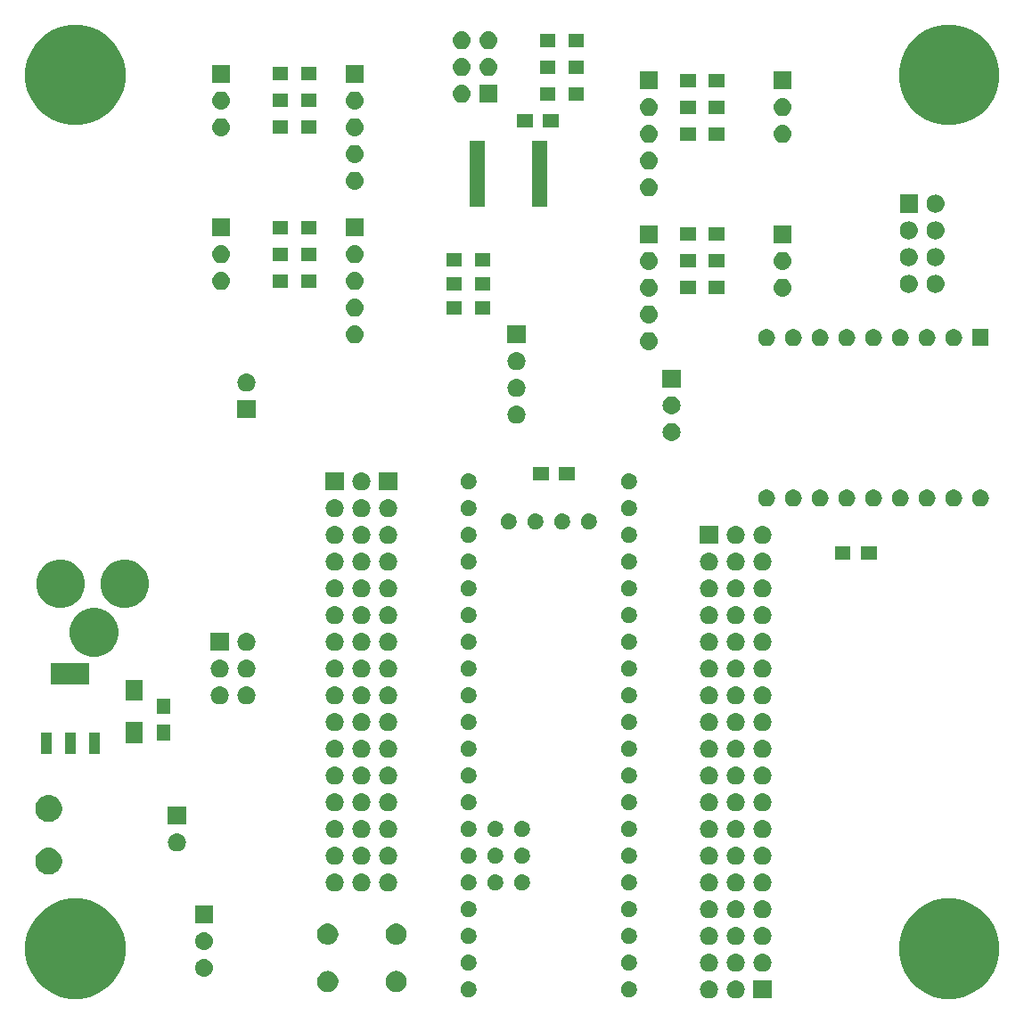
<source format=gbr>
G04 #@! TF.GenerationSoftware,KiCad,Pcbnew,(5.0.2)-1*
G04 #@! TF.CreationDate,2020-02-24T16:12:05-05:00*
G04 #@! TF.ProjectId,Blue-Pill-Board,426c7565-2d50-4696-9c6c-2d426f617264,2*
G04 #@! TF.SameCoordinates,Original*
G04 #@! TF.FileFunction,Soldermask,Top*
G04 #@! TF.FilePolarity,Negative*
%FSLAX46Y46*%
G04 Gerber Fmt 4.6, Leading zero omitted, Abs format (unit mm)*
G04 Created by KiCad (PCBNEW (5.0.2)-1) date 2/24/2020 4:12:05 PM*
%MOMM*%
%LPD*%
G01*
G04 APERTURE LIST*
%ADD10C,0.150000*%
G04 APERTURE END LIST*
D10*
G36*
X17389169Y-94420519D02*
X18255889Y-94779526D01*
X19035920Y-95300726D01*
X19699274Y-95964080D01*
X20220474Y-96744111D01*
X20579481Y-97610831D01*
X20762500Y-98530933D01*
X20762500Y-99469067D01*
X20579481Y-100389169D01*
X20220474Y-101255889D01*
X19699274Y-102035920D01*
X19035920Y-102699274D01*
X18255889Y-103220474D01*
X17389169Y-103579481D01*
X16469067Y-103762500D01*
X15530933Y-103762500D01*
X14610831Y-103579481D01*
X13744111Y-103220474D01*
X12964080Y-102699274D01*
X12300726Y-102035920D01*
X11779526Y-101255889D01*
X11420519Y-100389169D01*
X11237500Y-99469067D01*
X11237500Y-98530933D01*
X11420519Y-97610831D01*
X11779526Y-96744111D01*
X12300726Y-95964080D01*
X12964080Y-95300726D01*
X13744111Y-94779526D01*
X14610831Y-94420519D01*
X15530933Y-94237500D01*
X16469067Y-94237500D01*
X17389169Y-94420519D01*
X17389169Y-94420519D01*
G37*
G36*
X100389169Y-94420519D02*
X101255889Y-94779526D01*
X102035920Y-95300726D01*
X102699274Y-95964080D01*
X103220474Y-96744111D01*
X103579481Y-97610831D01*
X103762500Y-98530933D01*
X103762500Y-99469067D01*
X103579481Y-100389169D01*
X103220474Y-101255889D01*
X102699274Y-102035920D01*
X102035920Y-102699274D01*
X101255889Y-103220474D01*
X100389169Y-103579481D01*
X99469067Y-103762500D01*
X98530933Y-103762500D01*
X97610831Y-103579481D01*
X96744111Y-103220474D01*
X95964080Y-102699274D01*
X95300726Y-102035920D01*
X94779526Y-101255889D01*
X94420519Y-100389169D01*
X94237500Y-99469067D01*
X94237500Y-98530933D01*
X94420519Y-97610831D01*
X94779526Y-96744111D01*
X95300726Y-95964080D01*
X95964080Y-95300726D01*
X96744111Y-94779526D01*
X97610831Y-94420519D01*
X98530933Y-94237500D01*
X99469067Y-94237500D01*
X100389169Y-94420519D01*
X100389169Y-94420519D01*
G37*
G36*
X82130000Y-103720000D02*
X80430000Y-103720000D01*
X80430000Y-102020000D01*
X82130000Y-102020000D01*
X82130000Y-103720000D01*
X82130000Y-103720000D01*
G37*
G36*
X76366630Y-102032299D02*
X76526855Y-102080903D01*
X76674520Y-102159831D01*
X76803949Y-102266051D01*
X76910169Y-102395480D01*
X76989097Y-102543145D01*
X77037701Y-102703370D01*
X77054112Y-102870000D01*
X77037701Y-103036630D01*
X76989097Y-103196855D01*
X76910169Y-103344520D01*
X76803949Y-103473949D01*
X76674520Y-103580169D01*
X76526855Y-103659097D01*
X76366630Y-103707701D01*
X76241752Y-103720000D01*
X76158248Y-103720000D01*
X76033370Y-103707701D01*
X75873145Y-103659097D01*
X75725480Y-103580169D01*
X75596051Y-103473949D01*
X75489831Y-103344520D01*
X75410903Y-103196855D01*
X75362299Y-103036630D01*
X75345888Y-102870000D01*
X75362299Y-102703370D01*
X75410903Y-102543145D01*
X75489831Y-102395480D01*
X75596051Y-102266051D01*
X75725480Y-102159831D01*
X75873145Y-102080903D01*
X76033370Y-102032299D01*
X76158248Y-102020000D01*
X76241752Y-102020000D01*
X76366630Y-102032299D01*
X76366630Y-102032299D01*
G37*
G36*
X78906630Y-102032299D02*
X79066855Y-102080903D01*
X79214520Y-102159831D01*
X79343949Y-102266051D01*
X79450169Y-102395480D01*
X79529097Y-102543145D01*
X79577701Y-102703370D01*
X79594112Y-102870000D01*
X79577701Y-103036630D01*
X79529097Y-103196855D01*
X79450169Y-103344520D01*
X79343949Y-103473949D01*
X79214520Y-103580169D01*
X79066855Y-103659097D01*
X78906630Y-103707701D01*
X78781752Y-103720000D01*
X78698248Y-103720000D01*
X78573370Y-103707701D01*
X78413145Y-103659097D01*
X78265480Y-103580169D01*
X78136051Y-103473949D01*
X78029831Y-103344520D01*
X77950903Y-103196855D01*
X77902299Y-103036630D01*
X77885888Y-102870000D01*
X77902299Y-102703370D01*
X77950903Y-102543145D01*
X78029831Y-102395480D01*
X78136051Y-102266051D01*
X78265480Y-102159831D01*
X78413145Y-102080903D01*
X78573370Y-102032299D01*
X78698248Y-102020000D01*
X78781752Y-102020000D01*
X78906630Y-102032299D01*
X78906630Y-102032299D01*
G37*
G36*
X68753195Y-102127522D02*
X68802267Y-102137283D01*
X68856705Y-102159832D01*
X68940942Y-102194724D01*
X69065750Y-102278118D01*
X69171882Y-102384250D01*
X69255276Y-102509058D01*
X69312717Y-102647734D01*
X69342000Y-102794948D01*
X69342000Y-102945052D01*
X69312717Y-103092266D01*
X69255276Y-103230942D01*
X69171882Y-103355750D01*
X69065750Y-103461882D01*
X69065747Y-103461884D01*
X68940942Y-103545276D01*
X68802267Y-103602717D01*
X68753195Y-103612478D01*
X68655052Y-103632000D01*
X68504948Y-103632000D01*
X68406805Y-103612478D01*
X68357733Y-103602717D01*
X68219058Y-103545276D01*
X68094253Y-103461884D01*
X68094250Y-103461882D01*
X67988118Y-103355750D01*
X67904724Y-103230942D01*
X67847283Y-103092266D01*
X67818000Y-102945052D01*
X67818000Y-102794948D01*
X67847283Y-102647734D01*
X67904724Y-102509058D01*
X67988118Y-102384250D01*
X68094250Y-102278118D01*
X68219058Y-102194724D01*
X68303295Y-102159832D01*
X68357733Y-102137283D01*
X68406805Y-102127522D01*
X68504948Y-102108000D01*
X68655052Y-102108000D01*
X68753195Y-102127522D01*
X68753195Y-102127522D01*
G37*
G36*
X53513195Y-102127522D02*
X53562267Y-102137283D01*
X53616705Y-102159832D01*
X53700942Y-102194724D01*
X53825750Y-102278118D01*
X53931882Y-102384250D01*
X54015276Y-102509058D01*
X54072717Y-102647734D01*
X54102000Y-102794948D01*
X54102000Y-102945052D01*
X54072717Y-103092266D01*
X54015276Y-103230942D01*
X53931882Y-103355750D01*
X53825750Y-103461882D01*
X53825747Y-103461884D01*
X53700942Y-103545276D01*
X53562267Y-103602717D01*
X53513195Y-103612478D01*
X53415052Y-103632000D01*
X53264948Y-103632000D01*
X53166805Y-103612478D01*
X53117733Y-103602717D01*
X52979058Y-103545276D01*
X52854253Y-103461884D01*
X52854250Y-103461882D01*
X52748118Y-103355750D01*
X52664724Y-103230942D01*
X52607283Y-103092266D01*
X52578000Y-102945052D01*
X52578000Y-102794948D01*
X52607283Y-102647734D01*
X52664724Y-102509058D01*
X52748118Y-102384250D01*
X52854250Y-102278118D01*
X52979058Y-102194724D01*
X53063295Y-102159832D01*
X53117733Y-102137283D01*
X53166805Y-102127522D01*
X53264948Y-102108000D01*
X53415052Y-102108000D01*
X53513195Y-102127522D01*
X53513195Y-102127522D01*
G37*
G36*
X46657770Y-101123372D02*
X46773689Y-101146429D01*
X46955678Y-101221811D01*
X47119463Y-101331249D01*
X47258751Y-101470537D01*
X47368189Y-101634322D01*
X47443571Y-101816311D01*
X47482000Y-102009509D01*
X47482000Y-102206491D01*
X47443571Y-102399689D01*
X47368189Y-102581678D01*
X47258751Y-102745463D01*
X47119463Y-102884751D01*
X46955678Y-102994189D01*
X46773689Y-103069571D01*
X46659592Y-103092266D01*
X46580493Y-103108000D01*
X46383507Y-103108000D01*
X46304408Y-103092266D01*
X46190311Y-103069571D01*
X46008322Y-102994189D01*
X45844537Y-102884751D01*
X45705249Y-102745463D01*
X45595811Y-102581678D01*
X45520429Y-102399689D01*
X45482000Y-102206491D01*
X45482000Y-102009509D01*
X45520429Y-101816311D01*
X45595811Y-101634322D01*
X45705249Y-101470537D01*
X45844537Y-101331249D01*
X46008322Y-101221811D01*
X46190311Y-101146429D01*
X46306230Y-101123372D01*
X46383507Y-101108000D01*
X46580493Y-101108000D01*
X46657770Y-101123372D01*
X46657770Y-101123372D01*
G37*
G36*
X40157770Y-101123372D02*
X40273689Y-101146429D01*
X40455678Y-101221811D01*
X40619463Y-101331249D01*
X40758751Y-101470537D01*
X40868189Y-101634322D01*
X40943571Y-101816311D01*
X40982000Y-102009509D01*
X40982000Y-102206491D01*
X40943571Y-102399689D01*
X40868189Y-102581678D01*
X40758751Y-102745463D01*
X40619463Y-102884751D01*
X40455678Y-102994189D01*
X40273689Y-103069571D01*
X40159592Y-103092266D01*
X40080493Y-103108000D01*
X39883507Y-103108000D01*
X39804408Y-103092266D01*
X39690311Y-103069571D01*
X39508322Y-102994189D01*
X39344537Y-102884751D01*
X39205249Y-102745463D01*
X39095811Y-102581678D01*
X39020429Y-102399689D01*
X38982000Y-102206491D01*
X38982000Y-102009509D01*
X39020429Y-101816311D01*
X39095811Y-101634322D01*
X39205249Y-101470537D01*
X39344537Y-101331249D01*
X39508322Y-101221811D01*
X39690311Y-101146429D01*
X39806230Y-101123372D01*
X39883507Y-101108000D01*
X40080493Y-101108000D01*
X40157770Y-101123372D01*
X40157770Y-101123372D01*
G37*
G36*
X28386030Y-99974899D02*
X28546255Y-100023503D01*
X28693920Y-100102431D01*
X28823349Y-100208651D01*
X28929569Y-100338080D01*
X29008497Y-100485745D01*
X29057101Y-100645970D01*
X29073512Y-100812600D01*
X29057101Y-100979230D01*
X29008497Y-101139455D01*
X28929569Y-101287120D01*
X28823349Y-101416549D01*
X28693920Y-101522769D01*
X28546255Y-101601697D01*
X28386030Y-101650301D01*
X28261152Y-101662600D01*
X28177648Y-101662600D01*
X28052770Y-101650301D01*
X27892545Y-101601697D01*
X27744880Y-101522769D01*
X27615451Y-101416549D01*
X27509231Y-101287120D01*
X27430303Y-101139455D01*
X27381699Y-100979230D01*
X27365288Y-100812600D01*
X27381699Y-100645970D01*
X27430303Y-100485745D01*
X27509231Y-100338080D01*
X27615451Y-100208651D01*
X27744880Y-100102431D01*
X27892545Y-100023503D01*
X28052770Y-99974899D01*
X28177648Y-99962600D01*
X28261152Y-99962600D01*
X28386030Y-99974899D01*
X28386030Y-99974899D01*
G37*
G36*
X81446630Y-99492299D02*
X81606855Y-99540903D01*
X81754520Y-99619831D01*
X81883949Y-99726051D01*
X81990169Y-99855480D01*
X82069097Y-100003145D01*
X82117701Y-100163370D01*
X82134112Y-100330000D01*
X82117701Y-100496630D01*
X82069097Y-100656855D01*
X81990169Y-100804520D01*
X81883949Y-100933949D01*
X81754520Y-101040169D01*
X81606855Y-101119097D01*
X81446630Y-101167701D01*
X81321752Y-101180000D01*
X81238248Y-101180000D01*
X81113370Y-101167701D01*
X80953145Y-101119097D01*
X80805480Y-101040169D01*
X80676051Y-100933949D01*
X80569831Y-100804520D01*
X80490903Y-100656855D01*
X80442299Y-100496630D01*
X80425888Y-100330000D01*
X80442299Y-100163370D01*
X80490903Y-100003145D01*
X80569831Y-99855480D01*
X80676051Y-99726051D01*
X80805480Y-99619831D01*
X80953145Y-99540903D01*
X81113370Y-99492299D01*
X81238248Y-99480000D01*
X81321752Y-99480000D01*
X81446630Y-99492299D01*
X81446630Y-99492299D01*
G37*
G36*
X78906630Y-99492299D02*
X79066855Y-99540903D01*
X79214520Y-99619831D01*
X79343949Y-99726051D01*
X79450169Y-99855480D01*
X79529097Y-100003145D01*
X79577701Y-100163370D01*
X79594112Y-100330000D01*
X79577701Y-100496630D01*
X79529097Y-100656855D01*
X79450169Y-100804520D01*
X79343949Y-100933949D01*
X79214520Y-101040169D01*
X79066855Y-101119097D01*
X78906630Y-101167701D01*
X78781752Y-101180000D01*
X78698248Y-101180000D01*
X78573370Y-101167701D01*
X78413145Y-101119097D01*
X78265480Y-101040169D01*
X78136051Y-100933949D01*
X78029831Y-100804520D01*
X77950903Y-100656855D01*
X77902299Y-100496630D01*
X77885888Y-100330000D01*
X77902299Y-100163370D01*
X77950903Y-100003145D01*
X78029831Y-99855480D01*
X78136051Y-99726051D01*
X78265480Y-99619831D01*
X78413145Y-99540903D01*
X78573370Y-99492299D01*
X78698248Y-99480000D01*
X78781752Y-99480000D01*
X78906630Y-99492299D01*
X78906630Y-99492299D01*
G37*
G36*
X76366630Y-99492299D02*
X76526855Y-99540903D01*
X76674520Y-99619831D01*
X76803949Y-99726051D01*
X76910169Y-99855480D01*
X76989097Y-100003145D01*
X77037701Y-100163370D01*
X77054112Y-100330000D01*
X77037701Y-100496630D01*
X76989097Y-100656855D01*
X76910169Y-100804520D01*
X76803949Y-100933949D01*
X76674520Y-101040169D01*
X76526855Y-101119097D01*
X76366630Y-101167701D01*
X76241752Y-101180000D01*
X76158248Y-101180000D01*
X76033370Y-101167701D01*
X75873145Y-101119097D01*
X75725480Y-101040169D01*
X75596051Y-100933949D01*
X75489831Y-100804520D01*
X75410903Y-100656855D01*
X75362299Y-100496630D01*
X75345888Y-100330000D01*
X75362299Y-100163370D01*
X75410903Y-100003145D01*
X75489831Y-99855480D01*
X75596051Y-99726051D01*
X75725480Y-99619831D01*
X75873145Y-99540903D01*
X76033370Y-99492299D01*
X76158248Y-99480000D01*
X76241752Y-99480000D01*
X76366630Y-99492299D01*
X76366630Y-99492299D01*
G37*
G36*
X68753195Y-99587522D02*
X68802267Y-99597283D01*
X68856705Y-99619832D01*
X68940942Y-99654724D01*
X69065750Y-99738118D01*
X69171882Y-99844250D01*
X69171884Y-99844253D01*
X69255276Y-99969058D01*
X69312717Y-100107733D01*
X69342000Y-100254950D01*
X69342000Y-100405050D01*
X69312717Y-100552267D01*
X69269395Y-100656855D01*
X69255276Y-100690942D01*
X69171882Y-100815750D01*
X69065750Y-100921882D01*
X69065747Y-100921884D01*
X68940942Y-101005276D01*
X68802267Y-101062717D01*
X68753195Y-101072478D01*
X68655052Y-101092000D01*
X68504948Y-101092000D01*
X68406805Y-101072478D01*
X68357733Y-101062717D01*
X68219058Y-101005276D01*
X68094253Y-100921884D01*
X68094250Y-100921882D01*
X67988118Y-100815750D01*
X67904724Y-100690942D01*
X67890605Y-100656855D01*
X67847283Y-100552267D01*
X67818000Y-100405050D01*
X67818000Y-100254950D01*
X67847283Y-100107733D01*
X67904724Y-99969058D01*
X67988116Y-99844253D01*
X67988118Y-99844250D01*
X68094250Y-99738118D01*
X68219058Y-99654724D01*
X68303295Y-99619832D01*
X68357733Y-99597283D01*
X68406805Y-99587522D01*
X68504948Y-99568000D01*
X68655052Y-99568000D01*
X68753195Y-99587522D01*
X68753195Y-99587522D01*
G37*
G36*
X53513195Y-99587522D02*
X53562267Y-99597283D01*
X53616705Y-99619832D01*
X53700942Y-99654724D01*
X53825750Y-99738118D01*
X53931882Y-99844250D01*
X53931884Y-99844253D01*
X54015276Y-99969058D01*
X54072717Y-100107733D01*
X54102000Y-100254950D01*
X54102000Y-100405050D01*
X54072717Y-100552267D01*
X54029395Y-100656855D01*
X54015276Y-100690942D01*
X53931882Y-100815750D01*
X53825750Y-100921882D01*
X53825747Y-100921884D01*
X53700942Y-101005276D01*
X53562267Y-101062717D01*
X53513195Y-101072478D01*
X53415052Y-101092000D01*
X53264948Y-101092000D01*
X53166805Y-101072478D01*
X53117733Y-101062717D01*
X52979058Y-101005276D01*
X52854253Y-100921884D01*
X52854250Y-100921882D01*
X52748118Y-100815750D01*
X52664724Y-100690942D01*
X52650605Y-100656855D01*
X52607283Y-100552267D01*
X52578000Y-100405050D01*
X52578000Y-100254950D01*
X52607283Y-100107733D01*
X52664724Y-99969058D01*
X52748116Y-99844253D01*
X52748118Y-99844250D01*
X52854250Y-99738118D01*
X52979058Y-99654724D01*
X53063295Y-99619832D01*
X53117733Y-99597283D01*
X53166805Y-99587522D01*
X53264948Y-99568000D01*
X53415052Y-99568000D01*
X53513195Y-99587522D01*
X53513195Y-99587522D01*
G37*
G36*
X28386030Y-97434899D02*
X28546255Y-97483503D01*
X28693920Y-97562431D01*
X28823349Y-97668651D01*
X28929569Y-97798080D01*
X29008497Y-97945745D01*
X29057101Y-98105970D01*
X29073512Y-98272600D01*
X29057101Y-98439230D01*
X29008497Y-98599455D01*
X28929569Y-98747120D01*
X28823349Y-98876549D01*
X28693920Y-98982769D01*
X28546255Y-99061697D01*
X28386030Y-99110301D01*
X28261152Y-99122600D01*
X28177648Y-99122600D01*
X28052770Y-99110301D01*
X27892545Y-99061697D01*
X27744880Y-98982769D01*
X27615451Y-98876549D01*
X27509231Y-98747120D01*
X27430303Y-98599455D01*
X27381699Y-98439230D01*
X27365288Y-98272600D01*
X27381699Y-98105970D01*
X27430303Y-97945745D01*
X27509231Y-97798080D01*
X27615451Y-97668651D01*
X27744880Y-97562431D01*
X27892545Y-97483503D01*
X28052770Y-97434899D01*
X28177648Y-97422600D01*
X28261152Y-97422600D01*
X28386030Y-97434899D01*
X28386030Y-97434899D01*
G37*
G36*
X78906630Y-96952299D02*
X79066855Y-97000903D01*
X79214520Y-97079831D01*
X79343949Y-97186051D01*
X79450169Y-97315480D01*
X79529097Y-97463145D01*
X79577701Y-97623370D01*
X79594112Y-97790000D01*
X79577701Y-97956630D01*
X79529097Y-98116855D01*
X79450169Y-98264520D01*
X79343949Y-98393949D01*
X79214520Y-98500169D01*
X79066855Y-98579097D01*
X78906630Y-98627701D01*
X78781752Y-98640000D01*
X78698248Y-98640000D01*
X78573370Y-98627701D01*
X78413145Y-98579097D01*
X78265480Y-98500169D01*
X78136051Y-98393949D01*
X78029831Y-98264520D01*
X77950903Y-98116855D01*
X77902299Y-97956630D01*
X77885888Y-97790000D01*
X77902299Y-97623370D01*
X77950903Y-97463145D01*
X78029831Y-97315480D01*
X78136051Y-97186051D01*
X78265480Y-97079831D01*
X78413145Y-97000903D01*
X78573370Y-96952299D01*
X78698248Y-96940000D01*
X78781752Y-96940000D01*
X78906630Y-96952299D01*
X78906630Y-96952299D01*
G37*
G36*
X76366630Y-96952299D02*
X76526855Y-97000903D01*
X76674520Y-97079831D01*
X76803949Y-97186051D01*
X76910169Y-97315480D01*
X76989097Y-97463145D01*
X77037701Y-97623370D01*
X77054112Y-97790000D01*
X77037701Y-97956630D01*
X76989097Y-98116855D01*
X76910169Y-98264520D01*
X76803949Y-98393949D01*
X76674520Y-98500169D01*
X76526855Y-98579097D01*
X76366630Y-98627701D01*
X76241752Y-98640000D01*
X76158248Y-98640000D01*
X76033370Y-98627701D01*
X75873145Y-98579097D01*
X75725480Y-98500169D01*
X75596051Y-98393949D01*
X75489831Y-98264520D01*
X75410903Y-98116855D01*
X75362299Y-97956630D01*
X75345888Y-97790000D01*
X75362299Y-97623370D01*
X75410903Y-97463145D01*
X75489831Y-97315480D01*
X75596051Y-97186051D01*
X75725480Y-97079831D01*
X75873145Y-97000903D01*
X76033370Y-96952299D01*
X76158248Y-96940000D01*
X76241752Y-96940000D01*
X76366630Y-96952299D01*
X76366630Y-96952299D01*
G37*
G36*
X81446630Y-96952299D02*
X81606855Y-97000903D01*
X81754520Y-97079831D01*
X81883949Y-97186051D01*
X81990169Y-97315480D01*
X82069097Y-97463145D01*
X82117701Y-97623370D01*
X82134112Y-97790000D01*
X82117701Y-97956630D01*
X82069097Y-98116855D01*
X81990169Y-98264520D01*
X81883949Y-98393949D01*
X81754520Y-98500169D01*
X81606855Y-98579097D01*
X81446630Y-98627701D01*
X81321752Y-98640000D01*
X81238248Y-98640000D01*
X81113370Y-98627701D01*
X80953145Y-98579097D01*
X80805480Y-98500169D01*
X80676051Y-98393949D01*
X80569831Y-98264520D01*
X80490903Y-98116855D01*
X80442299Y-97956630D01*
X80425888Y-97790000D01*
X80442299Y-97623370D01*
X80490903Y-97463145D01*
X80569831Y-97315480D01*
X80676051Y-97186051D01*
X80805480Y-97079831D01*
X80953145Y-97000903D01*
X81113370Y-96952299D01*
X81238248Y-96940000D01*
X81321752Y-96940000D01*
X81446630Y-96952299D01*
X81446630Y-96952299D01*
G37*
G36*
X46657770Y-96623372D02*
X46773689Y-96646429D01*
X46955678Y-96721811D01*
X47119463Y-96831249D01*
X47258751Y-96970537D01*
X47368189Y-97134322D01*
X47443571Y-97316311D01*
X47464713Y-97422600D01*
X47482000Y-97509507D01*
X47482000Y-97706493D01*
X47466628Y-97783770D01*
X47443571Y-97899689D01*
X47368189Y-98081678D01*
X47258751Y-98245463D01*
X47119463Y-98384751D01*
X46955678Y-98494189D01*
X46773689Y-98569571D01*
X46657770Y-98592628D01*
X46580493Y-98608000D01*
X46383507Y-98608000D01*
X46306230Y-98592628D01*
X46190311Y-98569571D01*
X46008322Y-98494189D01*
X45844537Y-98384751D01*
X45705249Y-98245463D01*
X45595811Y-98081678D01*
X45520429Y-97899689D01*
X45497372Y-97783770D01*
X45482000Y-97706493D01*
X45482000Y-97509507D01*
X45499287Y-97422600D01*
X45520429Y-97316311D01*
X45595811Y-97134322D01*
X45705249Y-96970537D01*
X45844537Y-96831249D01*
X46008322Y-96721811D01*
X46190311Y-96646429D01*
X46306230Y-96623372D01*
X46383507Y-96608000D01*
X46580493Y-96608000D01*
X46657770Y-96623372D01*
X46657770Y-96623372D01*
G37*
G36*
X40157770Y-96623372D02*
X40273689Y-96646429D01*
X40455678Y-96721811D01*
X40619463Y-96831249D01*
X40758751Y-96970537D01*
X40868189Y-97134322D01*
X40943571Y-97316311D01*
X40964713Y-97422600D01*
X40982000Y-97509507D01*
X40982000Y-97706493D01*
X40966628Y-97783770D01*
X40943571Y-97899689D01*
X40868189Y-98081678D01*
X40758751Y-98245463D01*
X40619463Y-98384751D01*
X40455678Y-98494189D01*
X40273689Y-98569571D01*
X40157770Y-98592628D01*
X40080493Y-98608000D01*
X39883507Y-98608000D01*
X39806230Y-98592628D01*
X39690311Y-98569571D01*
X39508322Y-98494189D01*
X39344537Y-98384751D01*
X39205249Y-98245463D01*
X39095811Y-98081678D01*
X39020429Y-97899689D01*
X38997372Y-97783770D01*
X38982000Y-97706493D01*
X38982000Y-97509507D01*
X38999287Y-97422600D01*
X39020429Y-97316311D01*
X39095811Y-97134322D01*
X39205249Y-96970537D01*
X39344537Y-96831249D01*
X39508322Y-96721811D01*
X39690311Y-96646429D01*
X39806230Y-96623372D01*
X39883507Y-96608000D01*
X40080493Y-96608000D01*
X40157770Y-96623372D01*
X40157770Y-96623372D01*
G37*
G36*
X53513195Y-97047522D02*
X53562267Y-97057283D01*
X53616705Y-97079832D01*
X53700942Y-97114724D01*
X53825750Y-97198118D01*
X53931882Y-97304250D01*
X53931884Y-97304253D01*
X54015276Y-97429058D01*
X54070521Y-97562431D01*
X54072717Y-97567734D01*
X54100318Y-97706491D01*
X54102000Y-97714950D01*
X54102000Y-97865050D01*
X54072717Y-98012267D01*
X54029395Y-98116855D01*
X54015276Y-98150942D01*
X53931882Y-98275750D01*
X53825750Y-98381882D01*
X53825747Y-98381884D01*
X53700942Y-98465276D01*
X53562267Y-98522717D01*
X53520962Y-98530933D01*
X53415052Y-98552000D01*
X53264948Y-98552000D01*
X53159038Y-98530933D01*
X53117733Y-98522717D01*
X52979058Y-98465276D01*
X52854253Y-98381884D01*
X52854250Y-98381882D01*
X52748118Y-98275750D01*
X52664724Y-98150942D01*
X52650605Y-98116855D01*
X52607283Y-98012267D01*
X52578000Y-97865050D01*
X52578000Y-97714950D01*
X52579683Y-97706491D01*
X52607283Y-97567734D01*
X52609480Y-97562431D01*
X52664724Y-97429058D01*
X52748116Y-97304253D01*
X52748118Y-97304250D01*
X52854250Y-97198118D01*
X52979058Y-97114724D01*
X53063295Y-97079832D01*
X53117733Y-97057283D01*
X53166805Y-97047522D01*
X53264948Y-97028000D01*
X53415052Y-97028000D01*
X53513195Y-97047522D01*
X53513195Y-97047522D01*
G37*
G36*
X68753195Y-97047522D02*
X68802267Y-97057283D01*
X68856705Y-97079832D01*
X68940942Y-97114724D01*
X69065750Y-97198118D01*
X69171882Y-97304250D01*
X69171884Y-97304253D01*
X69255276Y-97429058D01*
X69310521Y-97562431D01*
X69312717Y-97567734D01*
X69340318Y-97706491D01*
X69342000Y-97714950D01*
X69342000Y-97865050D01*
X69312717Y-98012267D01*
X69269395Y-98116855D01*
X69255276Y-98150942D01*
X69171882Y-98275750D01*
X69065750Y-98381882D01*
X69065747Y-98381884D01*
X68940942Y-98465276D01*
X68802267Y-98522717D01*
X68760962Y-98530933D01*
X68655052Y-98552000D01*
X68504948Y-98552000D01*
X68399038Y-98530933D01*
X68357733Y-98522717D01*
X68219058Y-98465276D01*
X68094253Y-98381884D01*
X68094250Y-98381882D01*
X67988118Y-98275750D01*
X67904724Y-98150942D01*
X67890605Y-98116855D01*
X67847283Y-98012267D01*
X67818000Y-97865050D01*
X67818000Y-97714950D01*
X67819683Y-97706491D01*
X67847283Y-97567734D01*
X67849480Y-97562431D01*
X67904724Y-97429058D01*
X67988116Y-97304253D01*
X67988118Y-97304250D01*
X68094250Y-97198118D01*
X68219058Y-97114724D01*
X68303295Y-97079832D01*
X68357733Y-97057283D01*
X68406805Y-97047522D01*
X68504948Y-97028000D01*
X68655052Y-97028000D01*
X68753195Y-97047522D01*
X68753195Y-97047522D01*
G37*
G36*
X29069400Y-96582600D02*
X27369400Y-96582600D01*
X27369400Y-94882600D01*
X29069400Y-94882600D01*
X29069400Y-96582600D01*
X29069400Y-96582600D01*
G37*
G36*
X78906630Y-94412299D02*
X79066855Y-94460903D01*
X79214520Y-94539831D01*
X79343949Y-94646051D01*
X79450169Y-94775480D01*
X79529097Y-94923145D01*
X79577701Y-95083370D01*
X79594112Y-95250000D01*
X79577701Y-95416630D01*
X79529097Y-95576855D01*
X79450169Y-95724520D01*
X79343949Y-95853949D01*
X79214520Y-95960169D01*
X79066855Y-96039097D01*
X78906630Y-96087701D01*
X78781752Y-96100000D01*
X78698248Y-96100000D01*
X78573370Y-96087701D01*
X78413145Y-96039097D01*
X78265480Y-95960169D01*
X78136051Y-95853949D01*
X78029831Y-95724520D01*
X77950903Y-95576855D01*
X77902299Y-95416630D01*
X77885888Y-95250000D01*
X77902299Y-95083370D01*
X77950903Y-94923145D01*
X78029831Y-94775480D01*
X78136051Y-94646051D01*
X78265480Y-94539831D01*
X78413145Y-94460903D01*
X78573370Y-94412299D01*
X78698248Y-94400000D01*
X78781752Y-94400000D01*
X78906630Y-94412299D01*
X78906630Y-94412299D01*
G37*
G36*
X81446630Y-94412299D02*
X81606855Y-94460903D01*
X81754520Y-94539831D01*
X81883949Y-94646051D01*
X81990169Y-94775480D01*
X82069097Y-94923145D01*
X82117701Y-95083370D01*
X82134112Y-95250000D01*
X82117701Y-95416630D01*
X82069097Y-95576855D01*
X81990169Y-95724520D01*
X81883949Y-95853949D01*
X81754520Y-95960169D01*
X81606855Y-96039097D01*
X81446630Y-96087701D01*
X81321752Y-96100000D01*
X81238248Y-96100000D01*
X81113370Y-96087701D01*
X80953145Y-96039097D01*
X80805480Y-95960169D01*
X80676051Y-95853949D01*
X80569831Y-95724520D01*
X80490903Y-95576855D01*
X80442299Y-95416630D01*
X80425888Y-95250000D01*
X80442299Y-95083370D01*
X80490903Y-94923145D01*
X80569831Y-94775480D01*
X80676051Y-94646051D01*
X80805480Y-94539831D01*
X80953145Y-94460903D01*
X81113370Y-94412299D01*
X81238248Y-94400000D01*
X81321752Y-94400000D01*
X81446630Y-94412299D01*
X81446630Y-94412299D01*
G37*
G36*
X76366630Y-94412299D02*
X76526855Y-94460903D01*
X76674520Y-94539831D01*
X76803949Y-94646051D01*
X76910169Y-94775480D01*
X76989097Y-94923145D01*
X77037701Y-95083370D01*
X77054112Y-95250000D01*
X77037701Y-95416630D01*
X76989097Y-95576855D01*
X76910169Y-95724520D01*
X76803949Y-95853949D01*
X76674520Y-95960169D01*
X76526855Y-96039097D01*
X76366630Y-96087701D01*
X76241752Y-96100000D01*
X76158248Y-96100000D01*
X76033370Y-96087701D01*
X75873145Y-96039097D01*
X75725480Y-95960169D01*
X75596051Y-95853949D01*
X75489831Y-95724520D01*
X75410903Y-95576855D01*
X75362299Y-95416630D01*
X75345888Y-95250000D01*
X75362299Y-95083370D01*
X75410903Y-94923145D01*
X75489831Y-94775480D01*
X75596051Y-94646051D01*
X75725480Y-94539831D01*
X75873145Y-94460903D01*
X76033370Y-94412299D01*
X76158248Y-94400000D01*
X76241752Y-94400000D01*
X76366630Y-94412299D01*
X76366630Y-94412299D01*
G37*
G36*
X53513195Y-94507522D02*
X53562267Y-94517283D01*
X53616705Y-94539832D01*
X53700942Y-94574724D01*
X53825750Y-94658118D01*
X53931882Y-94764250D01*
X54015276Y-94889058D01*
X54072717Y-95027734D01*
X54102000Y-95174948D01*
X54102000Y-95325052D01*
X54072717Y-95472266D01*
X54015276Y-95610942D01*
X53931882Y-95735750D01*
X53825750Y-95841882D01*
X53825747Y-95841884D01*
X53700942Y-95925276D01*
X53562267Y-95982717D01*
X53513195Y-95992478D01*
X53415052Y-96012000D01*
X53264948Y-96012000D01*
X53166805Y-95992478D01*
X53117733Y-95982717D01*
X52979058Y-95925276D01*
X52854253Y-95841884D01*
X52854250Y-95841882D01*
X52748118Y-95735750D01*
X52664724Y-95610942D01*
X52607283Y-95472266D01*
X52578000Y-95325052D01*
X52578000Y-95174948D01*
X52607283Y-95027734D01*
X52664724Y-94889058D01*
X52748118Y-94764250D01*
X52854250Y-94658118D01*
X52979058Y-94574724D01*
X53063295Y-94539832D01*
X53117733Y-94517283D01*
X53166805Y-94507522D01*
X53264948Y-94488000D01*
X53415052Y-94488000D01*
X53513195Y-94507522D01*
X53513195Y-94507522D01*
G37*
G36*
X68753195Y-94507522D02*
X68802267Y-94517283D01*
X68856705Y-94539832D01*
X68940942Y-94574724D01*
X69065750Y-94658118D01*
X69171882Y-94764250D01*
X69255276Y-94889058D01*
X69312717Y-95027734D01*
X69342000Y-95174948D01*
X69342000Y-95325052D01*
X69312717Y-95472266D01*
X69255276Y-95610942D01*
X69171882Y-95735750D01*
X69065750Y-95841882D01*
X69065747Y-95841884D01*
X68940942Y-95925276D01*
X68802267Y-95982717D01*
X68753195Y-95992478D01*
X68655052Y-96012000D01*
X68504948Y-96012000D01*
X68406805Y-95992478D01*
X68357733Y-95982717D01*
X68219058Y-95925276D01*
X68094253Y-95841884D01*
X68094250Y-95841882D01*
X67988118Y-95735750D01*
X67904724Y-95610942D01*
X67847283Y-95472266D01*
X67818000Y-95325052D01*
X67818000Y-95174948D01*
X67847283Y-95027734D01*
X67904724Y-94889058D01*
X67988118Y-94764250D01*
X68094250Y-94658118D01*
X68219058Y-94574724D01*
X68303295Y-94539832D01*
X68357733Y-94517283D01*
X68406805Y-94507522D01*
X68504948Y-94488000D01*
X68655052Y-94488000D01*
X68753195Y-94507522D01*
X68753195Y-94507522D01*
G37*
G36*
X45886630Y-91872299D02*
X46046855Y-91920903D01*
X46194520Y-91999831D01*
X46323949Y-92106051D01*
X46430169Y-92235480D01*
X46509097Y-92383145D01*
X46557701Y-92543370D01*
X46574112Y-92710000D01*
X46557701Y-92876630D01*
X46509097Y-93036855D01*
X46430169Y-93184520D01*
X46323949Y-93313949D01*
X46194520Y-93420169D01*
X46046855Y-93499097D01*
X45886630Y-93547701D01*
X45761752Y-93560000D01*
X45678248Y-93560000D01*
X45553370Y-93547701D01*
X45393145Y-93499097D01*
X45245480Y-93420169D01*
X45116051Y-93313949D01*
X45009831Y-93184520D01*
X44930903Y-93036855D01*
X44882299Y-92876630D01*
X44865888Y-92710000D01*
X44882299Y-92543370D01*
X44930903Y-92383145D01*
X45009831Y-92235480D01*
X45116051Y-92106051D01*
X45245480Y-91999831D01*
X45393145Y-91920903D01*
X45553370Y-91872299D01*
X45678248Y-91860000D01*
X45761752Y-91860000D01*
X45886630Y-91872299D01*
X45886630Y-91872299D01*
G37*
G36*
X81446630Y-91872299D02*
X81606855Y-91920903D01*
X81754520Y-91999831D01*
X81883949Y-92106051D01*
X81990169Y-92235480D01*
X82069097Y-92383145D01*
X82117701Y-92543370D01*
X82134112Y-92710000D01*
X82117701Y-92876630D01*
X82069097Y-93036855D01*
X81990169Y-93184520D01*
X81883949Y-93313949D01*
X81754520Y-93420169D01*
X81606855Y-93499097D01*
X81446630Y-93547701D01*
X81321752Y-93560000D01*
X81238248Y-93560000D01*
X81113370Y-93547701D01*
X80953145Y-93499097D01*
X80805480Y-93420169D01*
X80676051Y-93313949D01*
X80569831Y-93184520D01*
X80490903Y-93036855D01*
X80442299Y-92876630D01*
X80425888Y-92710000D01*
X80442299Y-92543370D01*
X80490903Y-92383145D01*
X80569831Y-92235480D01*
X80676051Y-92106051D01*
X80805480Y-91999831D01*
X80953145Y-91920903D01*
X81113370Y-91872299D01*
X81238248Y-91860000D01*
X81321752Y-91860000D01*
X81446630Y-91872299D01*
X81446630Y-91872299D01*
G37*
G36*
X78906630Y-91872299D02*
X79066855Y-91920903D01*
X79214520Y-91999831D01*
X79343949Y-92106051D01*
X79450169Y-92235480D01*
X79529097Y-92383145D01*
X79577701Y-92543370D01*
X79594112Y-92710000D01*
X79577701Y-92876630D01*
X79529097Y-93036855D01*
X79450169Y-93184520D01*
X79343949Y-93313949D01*
X79214520Y-93420169D01*
X79066855Y-93499097D01*
X78906630Y-93547701D01*
X78781752Y-93560000D01*
X78698248Y-93560000D01*
X78573370Y-93547701D01*
X78413145Y-93499097D01*
X78265480Y-93420169D01*
X78136051Y-93313949D01*
X78029831Y-93184520D01*
X77950903Y-93036855D01*
X77902299Y-92876630D01*
X77885888Y-92710000D01*
X77902299Y-92543370D01*
X77950903Y-92383145D01*
X78029831Y-92235480D01*
X78136051Y-92106051D01*
X78265480Y-91999831D01*
X78413145Y-91920903D01*
X78573370Y-91872299D01*
X78698248Y-91860000D01*
X78781752Y-91860000D01*
X78906630Y-91872299D01*
X78906630Y-91872299D01*
G37*
G36*
X76366630Y-91872299D02*
X76526855Y-91920903D01*
X76674520Y-91999831D01*
X76803949Y-92106051D01*
X76910169Y-92235480D01*
X76989097Y-92383145D01*
X77037701Y-92543370D01*
X77054112Y-92710000D01*
X77037701Y-92876630D01*
X76989097Y-93036855D01*
X76910169Y-93184520D01*
X76803949Y-93313949D01*
X76674520Y-93420169D01*
X76526855Y-93499097D01*
X76366630Y-93547701D01*
X76241752Y-93560000D01*
X76158248Y-93560000D01*
X76033370Y-93547701D01*
X75873145Y-93499097D01*
X75725480Y-93420169D01*
X75596051Y-93313949D01*
X75489831Y-93184520D01*
X75410903Y-93036855D01*
X75362299Y-92876630D01*
X75345888Y-92710000D01*
X75362299Y-92543370D01*
X75410903Y-92383145D01*
X75489831Y-92235480D01*
X75596051Y-92106051D01*
X75725480Y-91999831D01*
X75873145Y-91920903D01*
X76033370Y-91872299D01*
X76158248Y-91860000D01*
X76241752Y-91860000D01*
X76366630Y-91872299D01*
X76366630Y-91872299D01*
G37*
G36*
X40806630Y-91872299D02*
X40966855Y-91920903D01*
X41114520Y-91999831D01*
X41243949Y-92106051D01*
X41350169Y-92235480D01*
X41429097Y-92383145D01*
X41477701Y-92543370D01*
X41494112Y-92710000D01*
X41477701Y-92876630D01*
X41429097Y-93036855D01*
X41350169Y-93184520D01*
X41243949Y-93313949D01*
X41114520Y-93420169D01*
X40966855Y-93499097D01*
X40806630Y-93547701D01*
X40681752Y-93560000D01*
X40598248Y-93560000D01*
X40473370Y-93547701D01*
X40313145Y-93499097D01*
X40165480Y-93420169D01*
X40036051Y-93313949D01*
X39929831Y-93184520D01*
X39850903Y-93036855D01*
X39802299Y-92876630D01*
X39785888Y-92710000D01*
X39802299Y-92543370D01*
X39850903Y-92383145D01*
X39929831Y-92235480D01*
X40036051Y-92106051D01*
X40165480Y-91999831D01*
X40313145Y-91920903D01*
X40473370Y-91872299D01*
X40598248Y-91860000D01*
X40681752Y-91860000D01*
X40806630Y-91872299D01*
X40806630Y-91872299D01*
G37*
G36*
X43346630Y-91872299D02*
X43506855Y-91920903D01*
X43654520Y-91999831D01*
X43783949Y-92106051D01*
X43890169Y-92235480D01*
X43969097Y-92383145D01*
X44017701Y-92543370D01*
X44034112Y-92710000D01*
X44017701Y-92876630D01*
X43969097Y-93036855D01*
X43890169Y-93184520D01*
X43783949Y-93313949D01*
X43654520Y-93420169D01*
X43506855Y-93499097D01*
X43346630Y-93547701D01*
X43221752Y-93560000D01*
X43138248Y-93560000D01*
X43013370Y-93547701D01*
X42853145Y-93499097D01*
X42705480Y-93420169D01*
X42576051Y-93313949D01*
X42469831Y-93184520D01*
X42390903Y-93036855D01*
X42342299Y-92876630D01*
X42325888Y-92710000D01*
X42342299Y-92543370D01*
X42390903Y-92383145D01*
X42469831Y-92235480D01*
X42576051Y-92106051D01*
X42705480Y-91999831D01*
X42853145Y-91920903D01*
X43013370Y-91872299D01*
X43138248Y-91860000D01*
X43221752Y-91860000D01*
X43346630Y-91872299D01*
X43346630Y-91872299D01*
G37*
G36*
X68753195Y-91967522D02*
X68802267Y-91977283D01*
X68856705Y-91999832D01*
X68940942Y-92034724D01*
X69065750Y-92118118D01*
X69171882Y-92224250D01*
X69255276Y-92349058D01*
X69312717Y-92487734D01*
X69342000Y-92634948D01*
X69342000Y-92785052D01*
X69312717Y-92932266D01*
X69255276Y-93070942D01*
X69171882Y-93195750D01*
X69065750Y-93301882D01*
X69065747Y-93301884D01*
X68940942Y-93385276D01*
X68802267Y-93442717D01*
X68753195Y-93452478D01*
X68655052Y-93472000D01*
X68504948Y-93472000D01*
X68406805Y-93452478D01*
X68357733Y-93442717D01*
X68219058Y-93385276D01*
X68094253Y-93301884D01*
X68094250Y-93301882D01*
X67988118Y-93195750D01*
X67904724Y-93070942D01*
X67847283Y-92932266D01*
X67818000Y-92785052D01*
X67818000Y-92634948D01*
X67847283Y-92487734D01*
X67904724Y-92349058D01*
X67988118Y-92224250D01*
X68094250Y-92118118D01*
X68219058Y-92034724D01*
X68303295Y-91999832D01*
X68357733Y-91977283D01*
X68406805Y-91967522D01*
X68504948Y-91948000D01*
X68655052Y-91948000D01*
X68753195Y-91967522D01*
X68753195Y-91967522D01*
G37*
G36*
X53513195Y-91967522D02*
X53562267Y-91977283D01*
X53616705Y-91999832D01*
X53700942Y-92034724D01*
X53825750Y-92118118D01*
X53931882Y-92224250D01*
X54015276Y-92349058D01*
X54072717Y-92487734D01*
X54102000Y-92634948D01*
X54102000Y-92785052D01*
X54072717Y-92932266D01*
X54015276Y-93070942D01*
X53931882Y-93195750D01*
X53825750Y-93301882D01*
X53825747Y-93301884D01*
X53700942Y-93385276D01*
X53562267Y-93442717D01*
X53513195Y-93452478D01*
X53415052Y-93472000D01*
X53264948Y-93472000D01*
X53166805Y-93452478D01*
X53117733Y-93442717D01*
X52979058Y-93385276D01*
X52854253Y-93301884D01*
X52854250Y-93301882D01*
X52748118Y-93195750D01*
X52664724Y-93070942D01*
X52607283Y-92932266D01*
X52578000Y-92785052D01*
X52578000Y-92634948D01*
X52607283Y-92487734D01*
X52664724Y-92349058D01*
X52748118Y-92224250D01*
X52854250Y-92118118D01*
X52979058Y-92034724D01*
X53063295Y-91999832D01*
X53117733Y-91977283D01*
X53166805Y-91967522D01*
X53264948Y-91948000D01*
X53415052Y-91948000D01*
X53513195Y-91967522D01*
X53513195Y-91967522D01*
G37*
G36*
X58593195Y-91967522D02*
X58642267Y-91977283D01*
X58696705Y-91999832D01*
X58780942Y-92034724D01*
X58905750Y-92118118D01*
X59011882Y-92224250D01*
X59095276Y-92349058D01*
X59152717Y-92487734D01*
X59182000Y-92634948D01*
X59182000Y-92785052D01*
X59152717Y-92932266D01*
X59095276Y-93070942D01*
X59011882Y-93195750D01*
X58905750Y-93301882D01*
X58905747Y-93301884D01*
X58780942Y-93385276D01*
X58642267Y-93442717D01*
X58593195Y-93452478D01*
X58495052Y-93472000D01*
X58344948Y-93472000D01*
X58246805Y-93452478D01*
X58197733Y-93442717D01*
X58059058Y-93385276D01*
X57934253Y-93301884D01*
X57934250Y-93301882D01*
X57828118Y-93195750D01*
X57744724Y-93070942D01*
X57687283Y-92932266D01*
X57658000Y-92785052D01*
X57658000Y-92634948D01*
X57687283Y-92487734D01*
X57744724Y-92349058D01*
X57828118Y-92224250D01*
X57934250Y-92118118D01*
X58059058Y-92034724D01*
X58143295Y-91999832D01*
X58197733Y-91977283D01*
X58246805Y-91967522D01*
X58344948Y-91948000D01*
X58495052Y-91948000D01*
X58593195Y-91967522D01*
X58593195Y-91967522D01*
G37*
G36*
X56053195Y-91967522D02*
X56102267Y-91977283D01*
X56156705Y-91999832D01*
X56240942Y-92034724D01*
X56365750Y-92118118D01*
X56471882Y-92224250D01*
X56555276Y-92349058D01*
X56612717Y-92487734D01*
X56642000Y-92634948D01*
X56642000Y-92785052D01*
X56612717Y-92932266D01*
X56555276Y-93070942D01*
X56471882Y-93195750D01*
X56365750Y-93301882D01*
X56365747Y-93301884D01*
X56240942Y-93385276D01*
X56102267Y-93442717D01*
X56053195Y-93452478D01*
X55955052Y-93472000D01*
X55804948Y-93472000D01*
X55706805Y-93452478D01*
X55657733Y-93442717D01*
X55519058Y-93385276D01*
X55394253Y-93301884D01*
X55394250Y-93301882D01*
X55288118Y-93195750D01*
X55204724Y-93070942D01*
X55147283Y-92932266D01*
X55118000Y-92785052D01*
X55118000Y-92634948D01*
X55147283Y-92487734D01*
X55204724Y-92349058D01*
X55288118Y-92224250D01*
X55394250Y-92118118D01*
X55519058Y-92034724D01*
X55603295Y-91999832D01*
X55657733Y-91977283D01*
X55706805Y-91967522D01*
X55804948Y-91948000D01*
X55955052Y-91948000D01*
X56053195Y-91967522D01*
X56053195Y-91967522D01*
G37*
G36*
X13709764Y-89432402D02*
X13832445Y-89456805D01*
X14063571Y-89552541D01*
X14271581Y-89691529D01*
X14448471Y-89868419D01*
X14448473Y-89868422D01*
X14587459Y-90076429D01*
X14683195Y-90307555D01*
X14732000Y-90552916D01*
X14732000Y-90803084D01*
X14683195Y-91048445D01*
X14587459Y-91279571D01*
X14448471Y-91487581D01*
X14271581Y-91664471D01*
X14271578Y-91664473D01*
X14063571Y-91803459D01*
X13832445Y-91899195D01*
X13723311Y-91920903D01*
X13587086Y-91948000D01*
X13336914Y-91948000D01*
X13200689Y-91920903D01*
X13091555Y-91899195D01*
X12860429Y-91803459D01*
X12652422Y-91664473D01*
X12652419Y-91664471D01*
X12475529Y-91487581D01*
X12336541Y-91279571D01*
X12240805Y-91048445D01*
X12192000Y-90803084D01*
X12192000Y-90552916D01*
X12240805Y-90307555D01*
X12336541Y-90076429D01*
X12475527Y-89868422D01*
X12475529Y-89868419D01*
X12652419Y-89691529D01*
X12860429Y-89552541D01*
X13091555Y-89456805D01*
X13214236Y-89432402D01*
X13336914Y-89408000D01*
X13587086Y-89408000D01*
X13709764Y-89432402D01*
X13709764Y-89432402D01*
G37*
G36*
X40806630Y-89332299D02*
X40966855Y-89380903D01*
X41114520Y-89459831D01*
X41243949Y-89566051D01*
X41350169Y-89695480D01*
X41429097Y-89843145D01*
X41477701Y-90003370D01*
X41494112Y-90170000D01*
X41477701Y-90336630D01*
X41429097Y-90496855D01*
X41350169Y-90644520D01*
X41243949Y-90773949D01*
X41114520Y-90880169D01*
X40966855Y-90959097D01*
X40806630Y-91007701D01*
X40681752Y-91020000D01*
X40598248Y-91020000D01*
X40473370Y-91007701D01*
X40313145Y-90959097D01*
X40165480Y-90880169D01*
X40036051Y-90773949D01*
X39929831Y-90644520D01*
X39850903Y-90496855D01*
X39802299Y-90336630D01*
X39785888Y-90170000D01*
X39802299Y-90003370D01*
X39850903Y-89843145D01*
X39929831Y-89695480D01*
X40036051Y-89566051D01*
X40165480Y-89459831D01*
X40313145Y-89380903D01*
X40473370Y-89332299D01*
X40598248Y-89320000D01*
X40681752Y-89320000D01*
X40806630Y-89332299D01*
X40806630Y-89332299D01*
G37*
G36*
X43346630Y-89332299D02*
X43506855Y-89380903D01*
X43654520Y-89459831D01*
X43783949Y-89566051D01*
X43890169Y-89695480D01*
X43969097Y-89843145D01*
X44017701Y-90003370D01*
X44034112Y-90170000D01*
X44017701Y-90336630D01*
X43969097Y-90496855D01*
X43890169Y-90644520D01*
X43783949Y-90773949D01*
X43654520Y-90880169D01*
X43506855Y-90959097D01*
X43346630Y-91007701D01*
X43221752Y-91020000D01*
X43138248Y-91020000D01*
X43013370Y-91007701D01*
X42853145Y-90959097D01*
X42705480Y-90880169D01*
X42576051Y-90773949D01*
X42469831Y-90644520D01*
X42390903Y-90496855D01*
X42342299Y-90336630D01*
X42325888Y-90170000D01*
X42342299Y-90003370D01*
X42390903Y-89843145D01*
X42469831Y-89695480D01*
X42576051Y-89566051D01*
X42705480Y-89459831D01*
X42853145Y-89380903D01*
X43013370Y-89332299D01*
X43138248Y-89320000D01*
X43221752Y-89320000D01*
X43346630Y-89332299D01*
X43346630Y-89332299D01*
G37*
G36*
X45886630Y-89332299D02*
X46046855Y-89380903D01*
X46194520Y-89459831D01*
X46323949Y-89566051D01*
X46430169Y-89695480D01*
X46509097Y-89843145D01*
X46557701Y-90003370D01*
X46574112Y-90170000D01*
X46557701Y-90336630D01*
X46509097Y-90496855D01*
X46430169Y-90644520D01*
X46323949Y-90773949D01*
X46194520Y-90880169D01*
X46046855Y-90959097D01*
X45886630Y-91007701D01*
X45761752Y-91020000D01*
X45678248Y-91020000D01*
X45553370Y-91007701D01*
X45393145Y-90959097D01*
X45245480Y-90880169D01*
X45116051Y-90773949D01*
X45009831Y-90644520D01*
X44930903Y-90496855D01*
X44882299Y-90336630D01*
X44865888Y-90170000D01*
X44882299Y-90003370D01*
X44930903Y-89843145D01*
X45009831Y-89695480D01*
X45116051Y-89566051D01*
X45245480Y-89459831D01*
X45393145Y-89380903D01*
X45553370Y-89332299D01*
X45678248Y-89320000D01*
X45761752Y-89320000D01*
X45886630Y-89332299D01*
X45886630Y-89332299D01*
G37*
G36*
X76366630Y-89332299D02*
X76526855Y-89380903D01*
X76674520Y-89459831D01*
X76803949Y-89566051D01*
X76910169Y-89695480D01*
X76989097Y-89843145D01*
X77037701Y-90003370D01*
X77054112Y-90170000D01*
X77037701Y-90336630D01*
X76989097Y-90496855D01*
X76910169Y-90644520D01*
X76803949Y-90773949D01*
X76674520Y-90880169D01*
X76526855Y-90959097D01*
X76366630Y-91007701D01*
X76241752Y-91020000D01*
X76158248Y-91020000D01*
X76033370Y-91007701D01*
X75873145Y-90959097D01*
X75725480Y-90880169D01*
X75596051Y-90773949D01*
X75489831Y-90644520D01*
X75410903Y-90496855D01*
X75362299Y-90336630D01*
X75345888Y-90170000D01*
X75362299Y-90003370D01*
X75410903Y-89843145D01*
X75489831Y-89695480D01*
X75596051Y-89566051D01*
X75725480Y-89459831D01*
X75873145Y-89380903D01*
X76033370Y-89332299D01*
X76158248Y-89320000D01*
X76241752Y-89320000D01*
X76366630Y-89332299D01*
X76366630Y-89332299D01*
G37*
G36*
X78906630Y-89332299D02*
X79066855Y-89380903D01*
X79214520Y-89459831D01*
X79343949Y-89566051D01*
X79450169Y-89695480D01*
X79529097Y-89843145D01*
X79577701Y-90003370D01*
X79594112Y-90170000D01*
X79577701Y-90336630D01*
X79529097Y-90496855D01*
X79450169Y-90644520D01*
X79343949Y-90773949D01*
X79214520Y-90880169D01*
X79066855Y-90959097D01*
X78906630Y-91007701D01*
X78781752Y-91020000D01*
X78698248Y-91020000D01*
X78573370Y-91007701D01*
X78413145Y-90959097D01*
X78265480Y-90880169D01*
X78136051Y-90773949D01*
X78029831Y-90644520D01*
X77950903Y-90496855D01*
X77902299Y-90336630D01*
X77885888Y-90170000D01*
X77902299Y-90003370D01*
X77950903Y-89843145D01*
X78029831Y-89695480D01*
X78136051Y-89566051D01*
X78265480Y-89459831D01*
X78413145Y-89380903D01*
X78573370Y-89332299D01*
X78698248Y-89320000D01*
X78781752Y-89320000D01*
X78906630Y-89332299D01*
X78906630Y-89332299D01*
G37*
G36*
X81446630Y-89332299D02*
X81606855Y-89380903D01*
X81754520Y-89459831D01*
X81883949Y-89566051D01*
X81990169Y-89695480D01*
X82069097Y-89843145D01*
X82117701Y-90003370D01*
X82134112Y-90170000D01*
X82117701Y-90336630D01*
X82069097Y-90496855D01*
X81990169Y-90644520D01*
X81883949Y-90773949D01*
X81754520Y-90880169D01*
X81606855Y-90959097D01*
X81446630Y-91007701D01*
X81321752Y-91020000D01*
X81238248Y-91020000D01*
X81113370Y-91007701D01*
X80953145Y-90959097D01*
X80805480Y-90880169D01*
X80676051Y-90773949D01*
X80569831Y-90644520D01*
X80490903Y-90496855D01*
X80442299Y-90336630D01*
X80425888Y-90170000D01*
X80442299Y-90003370D01*
X80490903Y-89843145D01*
X80569831Y-89695480D01*
X80676051Y-89566051D01*
X80805480Y-89459831D01*
X80953145Y-89380903D01*
X81113370Y-89332299D01*
X81238248Y-89320000D01*
X81321752Y-89320000D01*
X81446630Y-89332299D01*
X81446630Y-89332299D01*
G37*
G36*
X56053195Y-89427522D02*
X56102267Y-89437283D01*
X56156705Y-89459832D01*
X56240942Y-89494724D01*
X56365750Y-89578118D01*
X56471882Y-89684250D01*
X56555276Y-89809058D01*
X56612717Y-89947734D01*
X56642000Y-90094948D01*
X56642000Y-90245052D01*
X56612717Y-90392266D01*
X56555276Y-90530942D01*
X56471882Y-90655750D01*
X56365750Y-90761882D01*
X56365747Y-90761884D01*
X56240942Y-90845276D01*
X56102267Y-90902717D01*
X56053195Y-90912478D01*
X55955052Y-90932000D01*
X55804948Y-90932000D01*
X55706805Y-90912478D01*
X55657733Y-90902717D01*
X55519058Y-90845276D01*
X55394253Y-90761884D01*
X55394250Y-90761882D01*
X55288118Y-90655750D01*
X55204724Y-90530942D01*
X55147283Y-90392266D01*
X55118000Y-90245052D01*
X55118000Y-90094948D01*
X55147283Y-89947734D01*
X55204724Y-89809058D01*
X55288118Y-89684250D01*
X55394250Y-89578118D01*
X55519058Y-89494724D01*
X55603295Y-89459832D01*
X55657733Y-89437283D01*
X55706805Y-89427522D01*
X55804948Y-89408000D01*
X55955052Y-89408000D01*
X56053195Y-89427522D01*
X56053195Y-89427522D01*
G37*
G36*
X58593195Y-89427522D02*
X58642267Y-89437283D01*
X58696705Y-89459832D01*
X58780942Y-89494724D01*
X58905750Y-89578118D01*
X59011882Y-89684250D01*
X59095276Y-89809058D01*
X59152717Y-89947734D01*
X59182000Y-90094948D01*
X59182000Y-90245052D01*
X59152717Y-90392266D01*
X59095276Y-90530942D01*
X59011882Y-90655750D01*
X58905750Y-90761882D01*
X58905747Y-90761884D01*
X58780942Y-90845276D01*
X58642267Y-90902717D01*
X58593195Y-90912478D01*
X58495052Y-90932000D01*
X58344948Y-90932000D01*
X58246805Y-90912478D01*
X58197733Y-90902717D01*
X58059058Y-90845276D01*
X57934253Y-90761884D01*
X57934250Y-90761882D01*
X57828118Y-90655750D01*
X57744724Y-90530942D01*
X57687283Y-90392266D01*
X57658000Y-90245052D01*
X57658000Y-90094948D01*
X57687283Y-89947734D01*
X57744724Y-89809058D01*
X57828118Y-89684250D01*
X57934250Y-89578118D01*
X58059058Y-89494724D01*
X58143295Y-89459832D01*
X58197733Y-89437283D01*
X58246805Y-89427522D01*
X58344948Y-89408000D01*
X58495052Y-89408000D01*
X58593195Y-89427522D01*
X58593195Y-89427522D01*
G37*
G36*
X53513195Y-89427522D02*
X53562267Y-89437283D01*
X53616705Y-89459832D01*
X53700942Y-89494724D01*
X53825750Y-89578118D01*
X53931882Y-89684250D01*
X54015276Y-89809058D01*
X54072717Y-89947734D01*
X54102000Y-90094948D01*
X54102000Y-90245052D01*
X54072717Y-90392266D01*
X54015276Y-90530942D01*
X53931882Y-90655750D01*
X53825750Y-90761882D01*
X53825747Y-90761884D01*
X53700942Y-90845276D01*
X53562267Y-90902717D01*
X53513195Y-90912478D01*
X53415052Y-90932000D01*
X53264948Y-90932000D01*
X53166805Y-90912478D01*
X53117733Y-90902717D01*
X52979058Y-90845276D01*
X52854253Y-90761884D01*
X52854250Y-90761882D01*
X52748118Y-90655750D01*
X52664724Y-90530942D01*
X52607283Y-90392266D01*
X52578000Y-90245052D01*
X52578000Y-90094948D01*
X52607283Y-89947734D01*
X52664724Y-89809058D01*
X52748118Y-89684250D01*
X52854250Y-89578118D01*
X52979058Y-89494724D01*
X53063295Y-89459832D01*
X53117733Y-89437283D01*
X53166805Y-89427522D01*
X53264948Y-89408000D01*
X53415052Y-89408000D01*
X53513195Y-89427522D01*
X53513195Y-89427522D01*
G37*
G36*
X68753195Y-89427522D02*
X68802267Y-89437283D01*
X68856705Y-89459832D01*
X68940942Y-89494724D01*
X69065750Y-89578118D01*
X69171882Y-89684250D01*
X69255276Y-89809058D01*
X69312717Y-89947734D01*
X69342000Y-90094948D01*
X69342000Y-90245052D01*
X69312717Y-90392266D01*
X69255276Y-90530942D01*
X69171882Y-90655750D01*
X69065750Y-90761882D01*
X69065747Y-90761884D01*
X68940942Y-90845276D01*
X68802267Y-90902717D01*
X68753195Y-90912478D01*
X68655052Y-90932000D01*
X68504948Y-90932000D01*
X68406805Y-90912478D01*
X68357733Y-90902717D01*
X68219058Y-90845276D01*
X68094253Y-90761884D01*
X68094250Y-90761882D01*
X67988118Y-90655750D01*
X67904724Y-90530942D01*
X67847283Y-90392266D01*
X67818000Y-90245052D01*
X67818000Y-90094948D01*
X67847283Y-89947734D01*
X67904724Y-89809058D01*
X67988118Y-89684250D01*
X68094250Y-89578118D01*
X68219058Y-89494724D01*
X68303295Y-89459832D01*
X68357733Y-89437283D01*
X68406805Y-89427522D01*
X68504948Y-89408000D01*
X68655052Y-89408000D01*
X68753195Y-89427522D01*
X68753195Y-89427522D01*
G37*
G36*
X25820630Y-88062299D02*
X25980855Y-88110903D01*
X26128520Y-88189831D01*
X26257949Y-88296051D01*
X26364169Y-88425480D01*
X26443097Y-88573145D01*
X26491701Y-88733370D01*
X26508112Y-88900000D01*
X26491701Y-89066630D01*
X26443097Y-89226855D01*
X26364169Y-89374520D01*
X26257949Y-89503949D01*
X26128520Y-89610169D01*
X25980855Y-89689097D01*
X25820630Y-89737701D01*
X25695752Y-89750000D01*
X25612248Y-89750000D01*
X25487370Y-89737701D01*
X25327145Y-89689097D01*
X25179480Y-89610169D01*
X25050051Y-89503949D01*
X24943831Y-89374520D01*
X24864903Y-89226855D01*
X24816299Y-89066630D01*
X24799888Y-88900000D01*
X24816299Y-88733370D01*
X24864903Y-88573145D01*
X24943831Y-88425480D01*
X25050051Y-88296051D01*
X25179480Y-88189831D01*
X25327145Y-88110903D01*
X25487370Y-88062299D01*
X25612248Y-88050000D01*
X25695752Y-88050000D01*
X25820630Y-88062299D01*
X25820630Y-88062299D01*
G37*
G36*
X43346630Y-86792299D02*
X43506855Y-86840903D01*
X43654520Y-86919831D01*
X43783949Y-87026051D01*
X43890169Y-87155480D01*
X43969097Y-87303145D01*
X44017701Y-87463370D01*
X44034112Y-87630000D01*
X44017701Y-87796630D01*
X43969097Y-87956855D01*
X43890169Y-88104520D01*
X43783949Y-88233949D01*
X43654520Y-88340169D01*
X43506855Y-88419097D01*
X43346630Y-88467701D01*
X43221752Y-88480000D01*
X43138248Y-88480000D01*
X43013370Y-88467701D01*
X42853145Y-88419097D01*
X42705480Y-88340169D01*
X42576051Y-88233949D01*
X42469831Y-88104520D01*
X42390903Y-87956855D01*
X42342299Y-87796630D01*
X42325888Y-87630000D01*
X42342299Y-87463370D01*
X42390903Y-87303145D01*
X42469831Y-87155480D01*
X42576051Y-87026051D01*
X42705480Y-86919831D01*
X42853145Y-86840903D01*
X43013370Y-86792299D01*
X43138248Y-86780000D01*
X43221752Y-86780000D01*
X43346630Y-86792299D01*
X43346630Y-86792299D01*
G37*
G36*
X40806630Y-86792299D02*
X40966855Y-86840903D01*
X41114520Y-86919831D01*
X41243949Y-87026051D01*
X41350169Y-87155480D01*
X41429097Y-87303145D01*
X41477701Y-87463370D01*
X41494112Y-87630000D01*
X41477701Y-87796630D01*
X41429097Y-87956855D01*
X41350169Y-88104520D01*
X41243949Y-88233949D01*
X41114520Y-88340169D01*
X40966855Y-88419097D01*
X40806630Y-88467701D01*
X40681752Y-88480000D01*
X40598248Y-88480000D01*
X40473370Y-88467701D01*
X40313145Y-88419097D01*
X40165480Y-88340169D01*
X40036051Y-88233949D01*
X39929831Y-88104520D01*
X39850903Y-87956855D01*
X39802299Y-87796630D01*
X39785888Y-87630000D01*
X39802299Y-87463370D01*
X39850903Y-87303145D01*
X39929831Y-87155480D01*
X40036051Y-87026051D01*
X40165480Y-86919831D01*
X40313145Y-86840903D01*
X40473370Y-86792299D01*
X40598248Y-86780000D01*
X40681752Y-86780000D01*
X40806630Y-86792299D01*
X40806630Y-86792299D01*
G37*
G36*
X45886630Y-86792299D02*
X46046855Y-86840903D01*
X46194520Y-86919831D01*
X46323949Y-87026051D01*
X46430169Y-87155480D01*
X46509097Y-87303145D01*
X46557701Y-87463370D01*
X46574112Y-87630000D01*
X46557701Y-87796630D01*
X46509097Y-87956855D01*
X46430169Y-88104520D01*
X46323949Y-88233949D01*
X46194520Y-88340169D01*
X46046855Y-88419097D01*
X45886630Y-88467701D01*
X45761752Y-88480000D01*
X45678248Y-88480000D01*
X45553370Y-88467701D01*
X45393145Y-88419097D01*
X45245480Y-88340169D01*
X45116051Y-88233949D01*
X45009831Y-88104520D01*
X44930903Y-87956855D01*
X44882299Y-87796630D01*
X44865888Y-87630000D01*
X44882299Y-87463370D01*
X44930903Y-87303145D01*
X45009831Y-87155480D01*
X45116051Y-87026051D01*
X45245480Y-86919831D01*
X45393145Y-86840903D01*
X45553370Y-86792299D01*
X45678248Y-86780000D01*
X45761752Y-86780000D01*
X45886630Y-86792299D01*
X45886630Y-86792299D01*
G37*
G36*
X78906630Y-86792299D02*
X79066855Y-86840903D01*
X79214520Y-86919831D01*
X79343949Y-87026051D01*
X79450169Y-87155480D01*
X79529097Y-87303145D01*
X79577701Y-87463370D01*
X79594112Y-87630000D01*
X79577701Y-87796630D01*
X79529097Y-87956855D01*
X79450169Y-88104520D01*
X79343949Y-88233949D01*
X79214520Y-88340169D01*
X79066855Y-88419097D01*
X78906630Y-88467701D01*
X78781752Y-88480000D01*
X78698248Y-88480000D01*
X78573370Y-88467701D01*
X78413145Y-88419097D01*
X78265480Y-88340169D01*
X78136051Y-88233949D01*
X78029831Y-88104520D01*
X77950903Y-87956855D01*
X77902299Y-87796630D01*
X77885888Y-87630000D01*
X77902299Y-87463370D01*
X77950903Y-87303145D01*
X78029831Y-87155480D01*
X78136051Y-87026051D01*
X78265480Y-86919831D01*
X78413145Y-86840903D01*
X78573370Y-86792299D01*
X78698248Y-86780000D01*
X78781752Y-86780000D01*
X78906630Y-86792299D01*
X78906630Y-86792299D01*
G37*
G36*
X76366630Y-86792299D02*
X76526855Y-86840903D01*
X76674520Y-86919831D01*
X76803949Y-87026051D01*
X76910169Y-87155480D01*
X76989097Y-87303145D01*
X77037701Y-87463370D01*
X77054112Y-87630000D01*
X77037701Y-87796630D01*
X76989097Y-87956855D01*
X76910169Y-88104520D01*
X76803949Y-88233949D01*
X76674520Y-88340169D01*
X76526855Y-88419097D01*
X76366630Y-88467701D01*
X76241752Y-88480000D01*
X76158248Y-88480000D01*
X76033370Y-88467701D01*
X75873145Y-88419097D01*
X75725480Y-88340169D01*
X75596051Y-88233949D01*
X75489831Y-88104520D01*
X75410903Y-87956855D01*
X75362299Y-87796630D01*
X75345888Y-87630000D01*
X75362299Y-87463370D01*
X75410903Y-87303145D01*
X75489831Y-87155480D01*
X75596051Y-87026051D01*
X75725480Y-86919831D01*
X75873145Y-86840903D01*
X76033370Y-86792299D01*
X76158248Y-86780000D01*
X76241752Y-86780000D01*
X76366630Y-86792299D01*
X76366630Y-86792299D01*
G37*
G36*
X81446630Y-86792299D02*
X81606855Y-86840903D01*
X81754520Y-86919831D01*
X81883949Y-87026051D01*
X81990169Y-87155480D01*
X82069097Y-87303145D01*
X82117701Y-87463370D01*
X82134112Y-87630000D01*
X82117701Y-87796630D01*
X82069097Y-87956855D01*
X81990169Y-88104520D01*
X81883949Y-88233949D01*
X81754520Y-88340169D01*
X81606855Y-88419097D01*
X81446630Y-88467701D01*
X81321752Y-88480000D01*
X81238248Y-88480000D01*
X81113370Y-88467701D01*
X80953145Y-88419097D01*
X80805480Y-88340169D01*
X80676051Y-88233949D01*
X80569831Y-88104520D01*
X80490903Y-87956855D01*
X80442299Y-87796630D01*
X80425888Y-87630000D01*
X80442299Y-87463370D01*
X80490903Y-87303145D01*
X80569831Y-87155480D01*
X80676051Y-87026051D01*
X80805480Y-86919831D01*
X80953145Y-86840903D01*
X81113370Y-86792299D01*
X81238248Y-86780000D01*
X81321752Y-86780000D01*
X81446630Y-86792299D01*
X81446630Y-86792299D01*
G37*
G36*
X56053195Y-86887522D02*
X56102267Y-86897283D01*
X56156705Y-86919832D01*
X56240942Y-86954724D01*
X56365750Y-87038118D01*
X56471882Y-87144250D01*
X56555276Y-87269058D01*
X56612717Y-87407734D01*
X56642000Y-87554948D01*
X56642000Y-87705052D01*
X56612717Y-87852266D01*
X56555276Y-87990942D01*
X56471882Y-88115750D01*
X56365750Y-88221882D01*
X56365747Y-88221884D01*
X56240942Y-88305276D01*
X56102267Y-88362717D01*
X56053195Y-88372478D01*
X55955052Y-88392000D01*
X55804948Y-88392000D01*
X55706805Y-88372478D01*
X55657733Y-88362717D01*
X55519058Y-88305276D01*
X55394253Y-88221884D01*
X55394250Y-88221882D01*
X55288118Y-88115750D01*
X55204724Y-87990942D01*
X55147283Y-87852266D01*
X55118000Y-87705052D01*
X55118000Y-87554948D01*
X55147283Y-87407734D01*
X55204724Y-87269058D01*
X55288118Y-87144250D01*
X55394250Y-87038118D01*
X55519058Y-86954724D01*
X55603295Y-86919832D01*
X55657733Y-86897283D01*
X55706805Y-86887522D01*
X55804948Y-86868000D01*
X55955052Y-86868000D01*
X56053195Y-86887522D01*
X56053195Y-86887522D01*
G37*
G36*
X58593195Y-86887522D02*
X58642267Y-86897283D01*
X58696705Y-86919832D01*
X58780942Y-86954724D01*
X58905750Y-87038118D01*
X59011882Y-87144250D01*
X59095276Y-87269058D01*
X59152717Y-87407734D01*
X59182000Y-87554948D01*
X59182000Y-87705052D01*
X59152717Y-87852266D01*
X59095276Y-87990942D01*
X59011882Y-88115750D01*
X58905750Y-88221882D01*
X58905747Y-88221884D01*
X58780942Y-88305276D01*
X58642267Y-88362717D01*
X58593195Y-88372478D01*
X58495052Y-88392000D01*
X58344948Y-88392000D01*
X58246805Y-88372478D01*
X58197733Y-88362717D01*
X58059058Y-88305276D01*
X57934253Y-88221884D01*
X57934250Y-88221882D01*
X57828118Y-88115750D01*
X57744724Y-87990942D01*
X57687283Y-87852266D01*
X57658000Y-87705052D01*
X57658000Y-87554948D01*
X57687283Y-87407734D01*
X57744724Y-87269058D01*
X57828118Y-87144250D01*
X57934250Y-87038118D01*
X58059058Y-86954724D01*
X58143295Y-86919832D01*
X58197733Y-86897283D01*
X58246805Y-86887522D01*
X58344948Y-86868000D01*
X58495052Y-86868000D01*
X58593195Y-86887522D01*
X58593195Y-86887522D01*
G37*
G36*
X53513195Y-86887522D02*
X53562267Y-86897283D01*
X53616705Y-86919832D01*
X53700942Y-86954724D01*
X53825750Y-87038118D01*
X53931882Y-87144250D01*
X54015276Y-87269058D01*
X54072717Y-87407734D01*
X54102000Y-87554948D01*
X54102000Y-87705052D01*
X54072717Y-87852266D01*
X54015276Y-87990942D01*
X53931882Y-88115750D01*
X53825750Y-88221882D01*
X53825747Y-88221884D01*
X53700942Y-88305276D01*
X53562267Y-88362717D01*
X53513195Y-88372478D01*
X53415052Y-88392000D01*
X53264948Y-88392000D01*
X53166805Y-88372478D01*
X53117733Y-88362717D01*
X52979058Y-88305276D01*
X52854253Y-88221884D01*
X52854250Y-88221882D01*
X52748118Y-88115750D01*
X52664724Y-87990942D01*
X52607283Y-87852266D01*
X52578000Y-87705052D01*
X52578000Y-87554948D01*
X52607283Y-87407734D01*
X52664724Y-87269058D01*
X52748118Y-87144250D01*
X52854250Y-87038118D01*
X52979058Y-86954724D01*
X53063295Y-86919832D01*
X53117733Y-86897283D01*
X53166805Y-86887522D01*
X53264948Y-86868000D01*
X53415052Y-86868000D01*
X53513195Y-86887522D01*
X53513195Y-86887522D01*
G37*
G36*
X68753195Y-86887522D02*
X68802267Y-86897283D01*
X68856705Y-86919832D01*
X68940942Y-86954724D01*
X69065750Y-87038118D01*
X69171882Y-87144250D01*
X69255276Y-87269058D01*
X69312717Y-87407734D01*
X69342000Y-87554948D01*
X69342000Y-87705052D01*
X69312717Y-87852266D01*
X69255276Y-87990942D01*
X69171882Y-88115750D01*
X69065750Y-88221882D01*
X69065747Y-88221884D01*
X68940942Y-88305276D01*
X68802267Y-88362717D01*
X68753195Y-88372478D01*
X68655052Y-88392000D01*
X68504948Y-88392000D01*
X68406805Y-88372478D01*
X68357733Y-88362717D01*
X68219058Y-88305276D01*
X68094253Y-88221884D01*
X68094250Y-88221882D01*
X67988118Y-88115750D01*
X67904724Y-87990942D01*
X67847283Y-87852266D01*
X67818000Y-87705052D01*
X67818000Y-87554948D01*
X67847283Y-87407734D01*
X67904724Y-87269058D01*
X67988118Y-87144250D01*
X68094250Y-87038118D01*
X68219058Y-86954724D01*
X68303295Y-86919832D01*
X68357733Y-86897283D01*
X68406805Y-86887522D01*
X68504948Y-86868000D01*
X68655052Y-86868000D01*
X68753195Y-86887522D01*
X68753195Y-86887522D01*
G37*
G36*
X26504000Y-87210000D02*
X24804000Y-87210000D01*
X24804000Y-85510000D01*
X26504000Y-85510000D01*
X26504000Y-87210000D01*
X26504000Y-87210000D01*
G37*
G36*
X13709764Y-84432402D02*
X13832445Y-84456805D01*
X14063571Y-84552541D01*
X14271581Y-84691529D01*
X14448471Y-84868419D01*
X14448473Y-84868422D01*
X14587459Y-85076429D01*
X14683195Y-85307555D01*
X14732000Y-85552916D01*
X14732000Y-85803084D01*
X14683195Y-86048445D01*
X14587459Y-86279571D01*
X14448471Y-86487581D01*
X14271581Y-86664471D01*
X14271578Y-86664473D01*
X14063571Y-86803459D01*
X13832445Y-86899195D01*
X13728700Y-86919831D01*
X13587086Y-86948000D01*
X13336914Y-86948000D01*
X13195300Y-86919831D01*
X13091555Y-86899195D01*
X12860429Y-86803459D01*
X12652422Y-86664473D01*
X12652419Y-86664471D01*
X12475529Y-86487581D01*
X12336541Y-86279571D01*
X12240805Y-86048445D01*
X12192000Y-85803084D01*
X12192000Y-85552916D01*
X12240805Y-85307555D01*
X12336541Y-85076429D01*
X12475527Y-84868422D01*
X12475529Y-84868419D01*
X12652419Y-84691529D01*
X12860429Y-84552541D01*
X13091555Y-84456805D01*
X13214236Y-84432402D01*
X13336914Y-84408000D01*
X13587086Y-84408000D01*
X13709764Y-84432402D01*
X13709764Y-84432402D01*
G37*
G36*
X45886630Y-84252299D02*
X46046855Y-84300903D01*
X46194520Y-84379831D01*
X46323949Y-84486051D01*
X46430169Y-84615480D01*
X46509097Y-84763145D01*
X46557701Y-84923370D01*
X46574112Y-85090000D01*
X46557701Y-85256630D01*
X46509097Y-85416855D01*
X46430169Y-85564520D01*
X46323949Y-85693949D01*
X46194520Y-85800169D01*
X46046855Y-85879097D01*
X45886630Y-85927701D01*
X45761752Y-85940000D01*
X45678248Y-85940000D01*
X45553370Y-85927701D01*
X45393145Y-85879097D01*
X45245480Y-85800169D01*
X45116051Y-85693949D01*
X45009831Y-85564520D01*
X44930903Y-85416855D01*
X44882299Y-85256630D01*
X44865888Y-85090000D01*
X44882299Y-84923370D01*
X44930903Y-84763145D01*
X45009831Y-84615480D01*
X45116051Y-84486051D01*
X45245480Y-84379831D01*
X45393145Y-84300903D01*
X45553370Y-84252299D01*
X45678248Y-84240000D01*
X45761752Y-84240000D01*
X45886630Y-84252299D01*
X45886630Y-84252299D01*
G37*
G36*
X81446630Y-84252299D02*
X81606855Y-84300903D01*
X81754520Y-84379831D01*
X81883949Y-84486051D01*
X81990169Y-84615480D01*
X82069097Y-84763145D01*
X82117701Y-84923370D01*
X82134112Y-85090000D01*
X82117701Y-85256630D01*
X82069097Y-85416855D01*
X81990169Y-85564520D01*
X81883949Y-85693949D01*
X81754520Y-85800169D01*
X81606855Y-85879097D01*
X81446630Y-85927701D01*
X81321752Y-85940000D01*
X81238248Y-85940000D01*
X81113370Y-85927701D01*
X80953145Y-85879097D01*
X80805480Y-85800169D01*
X80676051Y-85693949D01*
X80569831Y-85564520D01*
X80490903Y-85416855D01*
X80442299Y-85256630D01*
X80425888Y-85090000D01*
X80442299Y-84923370D01*
X80490903Y-84763145D01*
X80569831Y-84615480D01*
X80676051Y-84486051D01*
X80805480Y-84379831D01*
X80953145Y-84300903D01*
X81113370Y-84252299D01*
X81238248Y-84240000D01*
X81321752Y-84240000D01*
X81446630Y-84252299D01*
X81446630Y-84252299D01*
G37*
G36*
X78906630Y-84252299D02*
X79066855Y-84300903D01*
X79214520Y-84379831D01*
X79343949Y-84486051D01*
X79450169Y-84615480D01*
X79529097Y-84763145D01*
X79577701Y-84923370D01*
X79594112Y-85090000D01*
X79577701Y-85256630D01*
X79529097Y-85416855D01*
X79450169Y-85564520D01*
X79343949Y-85693949D01*
X79214520Y-85800169D01*
X79066855Y-85879097D01*
X78906630Y-85927701D01*
X78781752Y-85940000D01*
X78698248Y-85940000D01*
X78573370Y-85927701D01*
X78413145Y-85879097D01*
X78265480Y-85800169D01*
X78136051Y-85693949D01*
X78029831Y-85564520D01*
X77950903Y-85416855D01*
X77902299Y-85256630D01*
X77885888Y-85090000D01*
X77902299Y-84923370D01*
X77950903Y-84763145D01*
X78029831Y-84615480D01*
X78136051Y-84486051D01*
X78265480Y-84379831D01*
X78413145Y-84300903D01*
X78573370Y-84252299D01*
X78698248Y-84240000D01*
X78781752Y-84240000D01*
X78906630Y-84252299D01*
X78906630Y-84252299D01*
G37*
G36*
X40806630Y-84252299D02*
X40966855Y-84300903D01*
X41114520Y-84379831D01*
X41243949Y-84486051D01*
X41350169Y-84615480D01*
X41429097Y-84763145D01*
X41477701Y-84923370D01*
X41494112Y-85090000D01*
X41477701Y-85256630D01*
X41429097Y-85416855D01*
X41350169Y-85564520D01*
X41243949Y-85693949D01*
X41114520Y-85800169D01*
X40966855Y-85879097D01*
X40806630Y-85927701D01*
X40681752Y-85940000D01*
X40598248Y-85940000D01*
X40473370Y-85927701D01*
X40313145Y-85879097D01*
X40165480Y-85800169D01*
X40036051Y-85693949D01*
X39929831Y-85564520D01*
X39850903Y-85416855D01*
X39802299Y-85256630D01*
X39785888Y-85090000D01*
X39802299Y-84923370D01*
X39850903Y-84763145D01*
X39929831Y-84615480D01*
X40036051Y-84486051D01*
X40165480Y-84379831D01*
X40313145Y-84300903D01*
X40473370Y-84252299D01*
X40598248Y-84240000D01*
X40681752Y-84240000D01*
X40806630Y-84252299D01*
X40806630Y-84252299D01*
G37*
G36*
X43346630Y-84252299D02*
X43506855Y-84300903D01*
X43654520Y-84379831D01*
X43783949Y-84486051D01*
X43890169Y-84615480D01*
X43969097Y-84763145D01*
X44017701Y-84923370D01*
X44034112Y-85090000D01*
X44017701Y-85256630D01*
X43969097Y-85416855D01*
X43890169Y-85564520D01*
X43783949Y-85693949D01*
X43654520Y-85800169D01*
X43506855Y-85879097D01*
X43346630Y-85927701D01*
X43221752Y-85940000D01*
X43138248Y-85940000D01*
X43013370Y-85927701D01*
X42853145Y-85879097D01*
X42705480Y-85800169D01*
X42576051Y-85693949D01*
X42469831Y-85564520D01*
X42390903Y-85416855D01*
X42342299Y-85256630D01*
X42325888Y-85090000D01*
X42342299Y-84923370D01*
X42390903Y-84763145D01*
X42469831Y-84615480D01*
X42576051Y-84486051D01*
X42705480Y-84379831D01*
X42853145Y-84300903D01*
X43013370Y-84252299D01*
X43138248Y-84240000D01*
X43221752Y-84240000D01*
X43346630Y-84252299D01*
X43346630Y-84252299D01*
G37*
G36*
X76366630Y-84252299D02*
X76526855Y-84300903D01*
X76674520Y-84379831D01*
X76803949Y-84486051D01*
X76910169Y-84615480D01*
X76989097Y-84763145D01*
X77037701Y-84923370D01*
X77054112Y-85090000D01*
X77037701Y-85256630D01*
X76989097Y-85416855D01*
X76910169Y-85564520D01*
X76803949Y-85693949D01*
X76674520Y-85800169D01*
X76526855Y-85879097D01*
X76366630Y-85927701D01*
X76241752Y-85940000D01*
X76158248Y-85940000D01*
X76033370Y-85927701D01*
X75873145Y-85879097D01*
X75725480Y-85800169D01*
X75596051Y-85693949D01*
X75489831Y-85564520D01*
X75410903Y-85416855D01*
X75362299Y-85256630D01*
X75345888Y-85090000D01*
X75362299Y-84923370D01*
X75410903Y-84763145D01*
X75489831Y-84615480D01*
X75596051Y-84486051D01*
X75725480Y-84379831D01*
X75873145Y-84300903D01*
X76033370Y-84252299D01*
X76158248Y-84240000D01*
X76241752Y-84240000D01*
X76366630Y-84252299D01*
X76366630Y-84252299D01*
G37*
G36*
X68753195Y-84347522D02*
X68802267Y-84357283D01*
X68856705Y-84379832D01*
X68940942Y-84414724D01*
X69065750Y-84498118D01*
X69171882Y-84604250D01*
X69255276Y-84729058D01*
X69312717Y-84867734D01*
X69342000Y-85014948D01*
X69342000Y-85165052D01*
X69312717Y-85312266D01*
X69255276Y-85450942D01*
X69171882Y-85575750D01*
X69065750Y-85681882D01*
X69065747Y-85681884D01*
X68940942Y-85765276D01*
X68802267Y-85822717D01*
X68753195Y-85832478D01*
X68655052Y-85852000D01*
X68504948Y-85852000D01*
X68406805Y-85832478D01*
X68357733Y-85822717D01*
X68219058Y-85765276D01*
X68094253Y-85681884D01*
X68094250Y-85681882D01*
X67988118Y-85575750D01*
X67904724Y-85450942D01*
X67847283Y-85312266D01*
X67818000Y-85165052D01*
X67818000Y-85014948D01*
X67847283Y-84867734D01*
X67904724Y-84729058D01*
X67988118Y-84604250D01*
X68094250Y-84498118D01*
X68219058Y-84414724D01*
X68303295Y-84379832D01*
X68357733Y-84357283D01*
X68406805Y-84347522D01*
X68504948Y-84328000D01*
X68655052Y-84328000D01*
X68753195Y-84347522D01*
X68753195Y-84347522D01*
G37*
G36*
X53513195Y-84347522D02*
X53562267Y-84357283D01*
X53616705Y-84379832D01*
X53700942Y-84414724D01*
X53825750Y-84498118D01*
X53931882Y-84604250D01*
X54015276Y-84729058D01*
X54072717Y-84867734D01*
X54102000Y-85014948D01*
X54102000Y-85165052D01*
X54072717Y-85312266D01*
X54015276Y-85450942D01*
X53931882Y-85575750D01*
X53825750Y-85681882D01*
X53825747Y-85681884D01*
X53700942Y-85765276D01*
X53562267Y-85822717D01*
X53513195Y-85832478D01*
X53415052Y-85852000D01*
X53264948Y-85852000D01*
X53166805Y-85832478D01*
X53117733Y-85822717D01*
X52979058Y-85765276D01*
X52854253Y-85681884D01*
X52854250Y-85681882D01*
X52748118Y-85575750D01*
X52664724Y-85450942D01*
X52607283Y-85312266D01*
X52578000Y-85165052D01*
X52578000Y-85014948D01*
X52607283Y-84867734D01*
X52664724Y-84729058D01*
X52748118Y-84604250D01*
X52854250Y-84498118D01*
X52979058Y-84414724D01*
X53063295Y-84379832D01*
X53117733Y-84357283D01*
X53166805Y-84347522D01*
X53264948Y-84328000D01*
X53415052Y-84328000D01*
X53513195Y-84347522D01*
X53513195Y-84347522D01*
G37*
G36*
X76366630Y-81712299D02*
X76526855Y-81760903D01*
X76674520Y-81839831D01*
X76803949Y-81946051D01*
X76910169Y-82075480D01*
X76989097Y-82223145D01*
X77037701Y-82383370D01*
X77054112Y-82550000D01*
X77037701Y-82716630D01*
X76989097Y-82876855D01*
X76910169Y-83024520D01*
X76803949Y-83153949D01*
X76674520Y-83260169D01*
X76526855Y-83339097D01*
X76366630Y-83387701D01*
X76241752Y-83400000D01*
X76158248Y-83400000D01*
X76033370Y-83387701D01*
X75873145Y-83339097D01*
X75725480Y-83260169D01*
X75596051Y-83153949D01*
X75489831Y-83024520D01*
X75410903Y-82876855D01*
X75362299Y-82716630D01*
X75345888Y-82550000D01*
X75362299Y-82383370D01*
X75410903Y-82223145D01*
X75489831Y-82075480D01*
X75596051Y-81946051D01*
X75725480Y-81839831D01*
X75873145Y-81760903D01*
X76033370Y-81712299D01*
X76158248Y-81700000D01*
X76241752Y-81700000D01*
X76366630Y-81712299D01*
X76366630Y-81712299D01*
G37*
G36*
X78906630Y-81712299D02*
X79066855Y-81760903D01*
X79214520Y-81839831D01*
X79343949Y-81946051D01*
X79450169Y-82075480D01*
X79529097Y-82223145D01*
X79577701Y-82383370D01*
X79594112Y-82550000D01*
X79577701Y-82716630D01*
X79529097Y-82876855D01*
X79450169Y-83024520D01*
X79343949Y-83153949D01*
X79214520Y-83260169D01*
X79066855Y-83339097D01*
X78906630Y-83387701D01*
X78781752Y-83400000D01*
X78698248Y-83400000D01*
X78573370Y-83387701D01*
X78413145Y-83339097D01*
X78265480Y-83260169D01*
X78136051Y-83153949D01*
X78029831Y-83024520D01*
X77950903Y-82876855D01*
X77902299Y-82716630D01*
X77885888Y-82550000D01*
X77902299Y-82383370D01*
X77950903Y-82223145D01*
X78029831Y-82075480D01*
X78136051Y-81946051D01*
X78265480Y-81839831D01*
X78413145Y-81760903D01*
X78573370Y-81712299D01*
X78698248Y-81700000D01*
X78781752Y-81700000D01*
X78906630Y-81712299D01*
X78906630Y-81712299D01*
G37*
G36*
X45886630Y-81712299D02*
X46046855Y-81760903D01*
X46194520Y-81839831D01*
X46323949Y-81946051D01*
X46430169Y-82075480D01*
X46509097Y-82223145D01*
X46557701Y-82383370D01*
X46574112Y-82550000D01*
X46557701Y-82716630D01*
X46509097Y-82876855D01*
X46430169Y-83024520D01*
X46323949Y-83153949D01*
X46194520Y-83260169D01*
X46046855Y-83339097D01*
X45886630Y-83387701D01*
X45761752Y-83400000D01*
X45678248Y-83400000D01*
X45553370Y-83387701D01*
X45393145Y-83339097D01*
X45245480Y-83260169D01*
X45116051Y-83153949D01*
X45009831Y-83024520D01*
X44930903Y-82876855D01*
X44882299Y-82716630D01*
X44865888Y-82550000D01*
X44882299Y-82383370D01*
X44930903Y-82223145D01*
X45009831Y-82075480D01*
X45116051Y-81946051D01*
X45245480Y-81839831D01*
X45393145Y-81760903D01*
X45553370Y-81712299D01*
X45678248Y-81700000D01*
X45761752Y-81700000D01*
X45886630Y-81712299D01*
X45886630Y-81712299D01*
G37*
G36*
X40806630Y-81712299D02*
X40966855Y-81760903D01*
X41114520Y-81839831D01*
X41243949Y-81946051D01*
X41350169Y-82075480D01*
X41429097Y-82223145D01*
X41477701Y-82383370D01*
X41494112Y-82550000D01*
X41477701Y-82716630D01*
X41429097Y-82876855D01*
X41350169Y-83024520D01*
X41243949Y-83153949D01*
X41114520Y-83260169D01*
X40966855Y-83339097D01*
X40806630Y-83387701D01*
X40681752Y-83400000D01*
X40598248Y-83400000D01*
X40473370Y-83387701D01*
X40313145Y-83339097D01*
X40165480Y-83260169D01*
X40036051Y-83153949D01*
X39929831Y-83024520D01*
X39850903Y-82876855D01*
X39802299Y-82716630D01*
X39785888Y-82550000D01*
X39802299Y-82383370D01*
X39850903Y-82223145D01*
X39929831Y-82075480D01*
X40036051Y-81946051D01*
X40165480Y-81839831D01*
X40313145Y-81760903D01*
X40473370Y-81712299D01*
X40598248Y-81700000D01*
X40681752Y-81700000D01*
X40806630Y-81712299D01*
X40806630Y-81712299D01*
G37*
G36*
X81446630Y-81712299D02*
X81606855Y-81760903D01*
X81754520Y-81839831D01*
X81883949Y-81946051D01*
X81990169Y-82075480D01*
X82069097Y-82223145D01*
X82117701Y-82383370D01*
X82134112Y-82550000D01*
X82117701Y-82716630D01*
X82069097Y-82876855D01*
X81990169Y-83024520D01*
X81883949Y-83153949D01*
X81754520Y-83260169D01*
X81606855Y-83339097D01*
X81446630Y-83387701D01*
X81321752Y-83400000D01*
X81238248Y-83400000D01*
X81113370Y-83387701D01*
X80953145Y-83339097D01*
X80805480Y-83260169D01*
X80676051Y-83153949D01*
X80569831Y-83024520D01*
X80490903Y-82876855D01*
X80442299Y-82716630D01*
X80425888Y-82550000D01*
X80442299Y-82383370D01*
X80490903Y-82223145D01*
X80569831Y-82075480D01*
X80676051Y-81946051D01*
X80805480Y-81839831D01*
X80953145Y-81760903D01*
X81113370Y-81712299D01*
X81238248Y-81700000D01*
X81321752Y-81700000D01*
X81446630Y-81712299D01*
X81446630Y-81712299D01*
G37*
G36*
X43346630Y-81712299D02*
X43506855Y-81760903D01*
X43654520Y-81839831D01*
X43783949Y-81946051D01*
X43890169Y-82075480D01*
X43969097Y-82223145D01*
X44017701Y-82383370D01*
X44034112Y-82550000D01*
X44017701Y-82716630D01*
X43969097Y-82876855D01*
X43890169Y-83024520D01*
X43783949Y-83153949D01*
X43654520Y-83260169D01*
X43506855Y-83339097D01*
X43346630Y-83387701D01*
X43221752Y-83400000D01*
X43138248Y-83400000D01*
X43013370Y-83387701D01*
X42853145Y-83339097D01*
X42705480Y-83260169D01*
X42576051Y-83153949D01*
X42469831Y-83024520D01*
X42390903Y-82876855D01*
X42342299Y-82716630D01*
X42325888Y-82550000D01*
X42342299Y-82383370D01*
X42390903Y-82223145D01*
X42469831Y-82075480D01*
X42576051Y-81946051D01*
X42705480Y-81839831D01*
X42853145Y-81760903D01*
X43013370Y-81712299D01*
X43138248Y-81700000D01*
X43221752Y-81700000D01*
X43346630Y-81712299D01*
X43346630Y-81712299D01*
G37*
G36*
X53513195Y-81807522D02*
X53562267Y-81817283D01*
X53616705Y-81839832D01*
X53700942Y-81874724D01*
X53825750Y-81958118D01*
X53931882Y-82064250D01*
X54015276Y-82189058D01*
X54072717Y-82327734D01*
X54102000Y-82474948D01*
X54102000Y-82625052D01*
X54072717Y-82772266D01*
X54015276Y-82910942D01*
X53931882Y-83035750D01*
X53825750Y-83141882D01*
X53825747Y-83141884D01*
X53700942Y-83225276D01*
X53562267Y-83282717D01*
X53513195Y-83292478D01*
X53415052Y-83312000D01*
X53264948Y-83312000D01*
X53166805Y-83292478D01*
X53117733Y-83282717D01*
X52979058Y-83225276D01*
X52854253Y-83141884D01*
X52854250Y-83141882D01*
X52748118Y-83035750D01*
X52664724Y-82910942D01*
X52607283Y-82772266D01*
X52578000Y-82625052D01*
X52578000Y-82474948D01*
X52607283Y-82327734D01*
X52664724Y-82189058D01*
X52748118Y-82064250D01*
X52854250Y-81958118D01*
X52979058Y-81874724D01*
X53063295Y-81839832D01*
X53117733Y-81817283D01*
X53166805Y-81807522D01*
X53264948Y-81788000D01*
X53415052Y-81788000D01*
X53513195Y-81807522D01*
X53513195Y-81807522D01*
G37*
G36*
X68753195Y-81807522D02*
X68802267Y-81817283D01*
X68856705Y-81839832D01*
X68940942Y-81874724D01*
X69065750Y-81958118D01*
X69171882Y-82064250D01*
X69255276Y-82189058D01*
X69312717Y-82327734D01*
X69342000Y-82474948D01*
X69342000Y-82625052D01*
X69312717Y-82772266D01*
X69255276Y-82910942D01*
X69171882Y-83035750D01*
X69065750Y-83141882D01*
X69065747Y-83141884D01*
X68940942Y-83225276D01*
X68802267Y-83282717D01*
X68753195Y-83292478D01*
X68655052Y-83312000D01*
X68504948Y-83312000D01*
X68406805Y-83292478D01*
X68357733Y-83282717D01*
X68219058Y-83225276D01*
X68094253Y-83141884D01*
X68094250Y-83141882D01*
X67988118Y-83035750D01*
X67904724Y-82910942D01*
X67847283Y-82772266D01*
X67818000Y-82625052D01*
X67818000Y-82474948D01*
X67847283Y-82327734D01*
X67904724Y-82189058D01*
X67988118Y-82064250D01*
X68094250Y-81958118D01*
X68219058Y-81874724D01*
X68303295Y-81839832D01*
X68357733Y-81817283D01*
X68406805Y-81807522D01*
X68504948Y-81788000D01*
X68655052Y-81788000D01*
X68753195Y-81807522D01*
X68753195Y-81807522D01*
G37*
G36*
X78906630Y-79172299D02*
X79066855Y-79220903D01*
X79214520Y-79299831D01*
X79343949Y-79406051D01*
X79450169Y-79535480D01*
X79529097Y-79683145D01*
X79577701Y-79843370D01*
X79594112Y-80010000D01*
X79577701Y-80176630D01*
X79529097Y-80336855D01*
X79450169Y-80484520D01*
X79343949Y-80613949D01*
X79214520Y-80720169D01*
X79066855Y-80799097D01*
X78906630Y-80847701D01*
X78781752Y-80860000D01*
X78698248Y-80860000D01*
X78573370Y-80847701D01*
X78413145Y-80799097D01*
X78265480Y-80720169D01*
X78136051Y-80613949D01*
X78029831Y-80484520D01*
X77950903Y-80336855D01*
X77902299Y-80176630D01*
X77885888Y-80010000D01*
X77902299Y-79843370D01*
X77950903Y-79683145D01*
X78029831Y-79535480D01*
X78136051Y-79406051D01*
X78265480Y-79299831D01*
X78413145Y-79220903D01*
X78573370Y-79172299D01*
X78698248Y-79160000D01*
X78781752Y-79160000D01*
X78906630Y-79172299D01*
X78906630Y-79172299D01*
G37*
G36*
X40806630Y-79172299D02*
X40966855Y-79220903D01*
X41114520Y-79299831D01*
X41243949Y-79406051D01*
X41350169Y-79535480D01*
X41429097Y-79683145D01*
X41477701Y-79843370D01*
X41494112Y-80010000D01*
X41477701Y-80176630D01*
X41429097Y-80336855D01*
X41350169Y-80484520D01*
X41243949Y-80613949D01*
X41114520Y-80720169D01*
X40966855Y-80799097D01*
X40806630Y-80847701D01*
X40681752Y-80860000D01*
X40598248Y-80860000D01*
X40473370Y-80847701D01*
X40313145Y-80799097D01*
X40165480Y-80720169D01*
X40036051Y-80613949D01*
X39929831Y-80484520D01*
X39850903Y-80336855D01*
X39802299Y-80176630D01*
X39785888Y-80010000D01*
X39802299Y-79843370D01*
X39850903Y-79683145D01*
X39929831Y-79535480D01*
X40036051Y-79406051D01*
X40165480Y-79299831D01*
X40313145Y-79220903D01*
X40473370Y-79172299D01*
X40598248Y-79160000D01*
X40681752Y-79160000D01*
X40806630Y-79172299D01*
X40806630Y-79172299D01*
G37*
G36*
X43346630Y-79172299D02*
X43506855Y-79220903D01*
X43654520Y-79299831D01*
X43783949Y-79406051D01*
X43890169Y-79535480D01*
X43969097Y-79683145D01*
X44017701Y-79843370D01*
X44034112Y-80010000D01*
X44017701Y-80176630D01*
X43969097Y-80336855D01*
X43890169Y-80484520D01*
X43783949Y-80613949D01*
X43654520Y-80720169D01*
X43506855Y-80799097D01*
X43346630Y-80847701D01*
X43221752Y-80860000D01*
X43138248Y-80860000D01*
X43013370Y-80847701D01*
X42853145Y-80799097D01*
X42705480Y-80720169D01*
X42576051Y-80613949D01*
X42469831Y-80484520D01*
X42390903Y-80336855D01*
X42342299Y-80176630D01*
X42325888Y-80010000D01*
X42342299Y-79843370D01*
X42390903Y-79683145D01*
X42469831Y-79535480D01*
X42576051Y-79406051D01*
X42705480Y-79299831D01*
X42853145Y-79220903D01*
X43013370Y-79172299D01*
X43138248Y-79160000D01*
X43221752Y-79160000D01*
X43346630Y-79172299D01*
X43346630Y-79172299D01*
G37*
G36*
X45886630Y-79172299D02*
X46046855Y-79220903D01*
X46194520Y-79299831D01*
X46323949Y-79406051D01*
X46430169Y-79535480D01*
X46509097Y-79683145D01*
X46557701Y-79843370D01*
X46574112Y-80010000D01*
X46557701Y-80176630D01*
X46509097Y-80336855D01*
X46430169Y-80484520D01*
X46323949Y-80613949D01*
X46194520Y-80720169D01*
X46046855Y-80799097D01*
X45886630Y-80847701D01*
X45761752Y-80860000D01*
X45678248Y-80860000D01*
X45553370Y-80847701D01*
X45393145Y-80799097D01*
X45245480Y-80720169D01*
X45116051Y-80613949D01*
X45009831Y-80484520D01*
X44930903Y-80336855D01*
X44882299Y-80176630D01*
X44865888Y-80010000D01*
X44882299Y-79843370D01*
X44930903Y-79683145D01*
X45009831Y-79535480D01*
X45116051Y-79406051D01*
X45245480Y-79299831D01*
X45393145Y-79220903D01*
X45553370Y-79172299D01*
X45678248Y-79160000D01*
X45761752Y-79160000D01*
X45886630Y-79172299D01*
X45886630Y-79172299D01*
G37*
G36*
X76366630Y-79172299D02*
X76526855Y-79220903D01*
X76674520Y-79299831D01*
X76803949Y-79406051D01*
X76910169Y-79535480D01*
X76989097Y-79683145D01*
X77037701Y-79843370D01*
X77054112Y-80010000D01*
X77037701Y-80176630D01*
X76989097Y-80336855D01*
X76910169Y-80484520D01*
X76803949Y-80613949D01*
X76674520Y-80720169D01*
X76526855Y-80799097D01*
X76366630Y-80847701D01*
X76241752Y-80860000D01*
X76158248Y-80860000D01*
X76033370Y-80847701D01*
X75873145Y-80799097D01*
X75725480Y-80720169D01*
X75596051Y-80613949D01*
X75489831Y-80484520D01*
X75410903Y-80336855D01*
X75362299Y-80176630D01*
X75345888Y-80010000D01*
X75362299Y-79843370D01*
X75410903Y-79683145D01*
X75489831Y-79535480D01*
X75596051Y-79406051D01*
X75725480Y-79299831D01*
X75873145Y-79220903D01*
X76033370Y-79172299D01*
X76158248Y-79160000D01*
X76241752Y-79160000D01*
X76366630Y-79172299D01*
X76366630Y-79172299D01*
G37*
G36*
X81446630Y-79172299D02*
X81606855Y-79220903D01*
X81754520Y-79299831D01*
X81883949Y-79406051D01*
X81990169Y-79535480D01*
X82069097Y-79683145D01*
X82117701Y-79843370D01*
X82134112Y-80010000D01*
X82117701Y-80176630D01*
X82069097Y-80336855D01*
X81990169Y-80484520D01*
X81883949Y-80613949D01*
X81754520Y-80720169D01*
X81606855Y-80799097D01*
X81446630Y-80847701D01*
X81321752Y-80860000D01*
X81238248Y-80860000D01*
X81113370Y-80847701D01*
X80953145Y-80799097D01*
X80805480Y-80720169D01*
X80676051Y-80613949D01*
X80569831Y-80484520D01*
X80490903Y-80336855D01*
X80442299Y-80176630D01*
X80425888Y-80010000D01*
X80442299Y-79843370D01*
X80490903Y-79683145D01*
X80569831Y-79535480D01*
X80676051Y-79406051D01*
X80805480Y-79299831D01*
X80953145Y-79220903D01*
X81113370Y-79172299D01*
X81238248Y-79160000D01*
X81321752Y-79160000D01*
X81446630Y-79172299D01*
X81446630Y-79172299D01*
G37*
G36*
X53513195Y-79267522D02*
X53562267Y-79277283D01*
X53616705Y-79299832D01*
X53700942Y-79334724D01*
X53825750Y-79418118D01*
X53931882Y-79524250D01*
X54015276Y-79649058D01*
X54072717Y-79787734D01*
X54102000Y-79934948D01*
X54102000Y-80085052D01*
X54072717Y-80232266D01*
X54015276Y-80370942D01*
X53931882Y-80495750D01*
X53825750Y-80601882D01*
X53825747Y-80601884D01*
X53700942Y-80685276D01*
X53562267Y-80742717D01*
X53513195Y-80752478D01*
X53415052Y-80772000D01*
X53264948Y-80772000D01*
X53166805Y-80752478D01*
X53117733Y-80742717D01*
X52979058Y-80685276D01*
X52854253Y-80601884D01*
X52854250Y-80601882D01*
X52748118Y-80495750D01*
X52664724Y-80370942D01*
X52607283Y-80232266D01*
X52578000Y-80085052D01*
X52578000Y-79934948D01*
X52607283Y-79787734D01*
X52664724Y-79649058D01*
X52748118Y-79524250D01*
X52854250Y-79418118D01*
X52979058Y-79334724D01*
X53063295Y-79299832D01*
X53117733Y-79277283D01*
X53166805Y-79267522D01*
X53264948Y-79248000D01*
X53415052Y-79248000D01*
X53513195Y-79267522D01*
X53513195Y-79267522D01*
G37*
G36*
X68753195Y-79267522D02*
X68802267Y-79277283D01*
X68856705Y-79299832D01*
X68940942Y-79334724D01*
X69065750Y-79418118D01*
X69171882Y-79524250D01*
X69255276Y-79649058D01*
X69312717Y-79787734D01*
X69342000Y-79934948D01*
X69342000Y-80085052D01*
X69312717Y-80232266D01*
X69255276Y-80370942D01*
X69171882Y-80495750D01*
X69065750Y-80601882D01*
X69065747Y-80601884D01*
X68940942Y-80685276D01*
X68802267Y-80742717D01*
X68753195Y-80752478D01*
X68655052Y-80772000D01*
X68504948Y-80772000D01*
X68406805Y-80752478D01*
X68357733Y-80742717D01*
X68219058Y-80685276D01*
X68094253Y-80601884D01*
X68094250Y-80601882D01*
X67988118Y-80495750D01*
X67904724Y-80370942D01*
X67847283Y-80232266D01*
X67818000Y-80085052D01*
X67818000Y-79934948D01*
X67847283Y-79787734D01*
X67904724Y-79649058D01*
X67988118Y-79524250D01*
X68094250Y-79418118D01*
X68219058Y-79334724D01*
X68303295Y-79299832D01*
X68357733Y-79277283D01*
X68406805Y-79267522D01*
X68504948Y-79248000D01*
X68655052Y-79248000D01*
X68753195Y-79267522D01*
X68753195Y-79267522D01*
G37*
G36*
X13716000Y-80518000D02*
X12700000Y-80518000D01*
X12700000Y-78486000D01*
X13716000Y-78486000D01*
X13716000Y-80518000D01*
X13716000Y-80518000D01*
G37*
G36*
X16002000Y-80518000D02*
X14986000Y-80518000D01*
X14986000Y-78486000D01*
X16002000Y-78486000D01*
X16002000Y-80518000D01*
X16002000Y-80518000D01*
G37*
G36*
X18288000Y-80518000D02*
X17272000Y-80518000D01*
X17272000Y-78486000D01*
X18288000Y-78486000D01*
X18288000Y-80518000D01*
X18288000Y-80518000D01*
G37*
G36*
X22390000Y-79454000D02*
X20790000Y-79454000D01*
X20790000Y-77454000D01*
X22390000Y-77454000D01*
X22390000Y-79454000D01*
X22390000Y-79454000D01*
G37*
G36*
X25009000Y-79216000D02*
X23759000Y-79216000D01*
X23759000Y-77716000D01*
X25009000Y-77716000D01*
X25009000Y-79216000D01*
X25009000Y-79216000D01*
G37*
G36*
X40806630Y-76632299D02*
X40966855Y-76680903D01*
X41114520Y-76759831D01*
X41243949Y-76866051D01*
X41350169Y-76995480D01*
X41429097Y-77143145D01*
X41477701Y-77303370D01*
X41494112Y-77470000D01*
X41477701Y-77636630D01*
X41429097Y-77796855D01*
X41350169Y-77944520D01*
X41243949Y-78073949D01*
X41114520Y-78180169D01*
X40966855Y-78259097D01*
X40806630Y-78307701D01*
X40681752Y-78320000D01*
X40598248Y-78320000D01*
X40473370Y-78307701D01*
X40313145Y-78259097D01*
X40165480Y-78180169D01*
X40036051Y-78073949D01*
X39929831Y-77944520D01*
X39850903Y-77796855D01*
X39802299Y-77636630D01*
X39785888Y-77470000D01*
X39802299Y-77303370D01*
X39850903Y-77143145D01*
X39929831Y-76995480D01*
X40036051Y-76866051D01*
X40165480Y-76759831D01*
X40313145Y-76680903D01*
X40473370Y-76632299D01*
X40598248Y-76620000D01*
X40681752Y-76620000D01*
X40806630Y-76632299D01*
X40806630Y-76632299D01*
G37*
G36*
X43346630Y-76632299D02*
X43506855Y-76680903D01*
X43654520Y-76759831D01*
X43783949Y-76866051D01*
X43890169Y-76995480D01*
X43969097Y-77143145D01*
X44017701Y-77303370D01*
X44034112Y-77470000D01*
X44017701Y-77636630D01*
X43969097Y-77796855D01*
X43890169Y-77944520D01*
X43783949Y-78073949D01*
X43654520Y-78180169D01*
X43506855Y-78259097D01*
X43346630Y-78307701D01*
X43221752Y-78320000D01*
X43138248Y-78320000D01*
X43013370Y-78307701D01*
X42853145Y-78259097D01*
X42705480Y-78180169D01*
X42576051Y-78073949D01*
X42469831Y-77944520D01*
X42390903Y-77796855D01*
X42342299Y-77636630D01*
X42325888Y-77470000D01*
X42342299Y-77303370D01*
X42390903Y-77143145D01*
X42469831Y-76995480D01*
X42576051Y-76866051D01*
X42705480Y-76759831D01*
X42853145Y-76680903D01*
X43013370Y-76632299D01*
X43138248Y-76620000D01*
X43221752Y-76620000D01*
X43346630Y-76632299D01*
X43346630Y-76632299D01*
G37*
G36*
X78906630Y-76632299D02*
X79066855Y-76680903D01*
X79214520Y-76759831D01*
X79343949Y-76866051D01*
X79450169Y-76995480D01*
X79529097Y-77143145D01*
X79577701Y-77303370D01*
X79594112Y-77470000D01*
X79577701Y-77636630D01*
X79529097Y-77796855D01*
X79450169Y-77944520D01*
X79343949Y-78073949D01*
X79214520Y-78180169D01*
X79066855Y-78259097D01*
X78906630Y-78307701D01*
X78781752Y-78320000D01*
X78698248Y-78320000D01*
X78573370Y-78307701D01*
X78413145Y-78259097D01*
X78265480Y-78180169D01*
X78136051Y-78073949D01*
X78029831Y-77944520D01*
X77950903Y-77796855D01*
X77902299Y-77636630D01*
X77885888Y-77470000D01*
X77902299Y-77303370D01*
X77950903Y-77143145D01*
X78029831Y-76995480D01*
X78136051Y-76866051D01*
X78265480Y-76759831D01*
X78413145Y-76680903D01*
X78573370Y-76632299D01*
X78698248Y-76620000D01*
X78781752Y-76620000D01*
X78906630Y-76632299D01*
X78906630Y-76632299D01*
G37*
G36*
X76366630Y-76632299D02*
X76526855Y-76680903D01*
X76674520Y-76759831D01*
X76803949Y-76866051D01*
X76910169Y-76995480D01*
X76989097Y-77143145D01*
X77037701Y-77303370D01*
X77054112Y-77470000D01*
X77037701Y-77636630D01*
X76989097Y-77796855D01*
X76910169Y-77944520D01*
X76803949Y-78073949D01*
X76674520Y-78180169D01*
X76526855Y-78259097D01*
X76366630Y-78307701D01*
X76241752Y-78320000D01*
X76158248Y-78320000D01*
X76033370Y-78307701D01*
X75873145Y-78259097D01*
X75725480Y-78180169D01*
X75596051Y-78073949D01*
X75489831Y-77944520D01*
X75410903Y-77796855D01*
X75362299Y-77636630D01*
X75345888Y-77470000D01*
X75362299Y-77303370D01*
X75410903Y-77143145D01*
X75489831Y-76995480D01*
X75596051Y-76866051D01*
X75725480Y-76759831D01*
X75873145Y-76680903D01*
X76033370Y-76632299D01*
X76158248Y-76620000D01*
X76241752Y-76620000D01*
X76366630Y-76632299D01*
X76366630Y-76632299D01*
G37*
G36*
X81446630Y-76632299D02*
X81606855Y-76680903D01*
X81754520Y-76759831D01*
X81883949Y-76866051D01*
X81990169Y-76995480D01*
X82069097Y-77143145D01*
X82117701Y-77303370D01*
X82134112Y-77470000D01*
X82117701Y-77636630D01*
X82069097Y-77796855D01*
X81990169Y-77944520D01*
X81883949Y-78073949D01*
X81754520Y-78180169D01*
X81606855Y-78259097D01*
X81446630Y-78307701D01*
X81321752Y-78320000D01*
X81238248Y-78320000D01*
X81113370Y-78307701D01*
X80953145Y-78259097D01*
X80805480Y-78180169D01*
X80676051Y-78073949D01*
X80569831Y-77944520D01*
X80490903Y-77796855D01*
X80442299Y-77636630D01*
X80425888Y-77470000D01*
X80442299Y-77303370D01*
X80490903Y-77143145D01*
X80569831Y-76995480D01*
X80676051Y-76866051D01*
X80805480Y-76759831D01*
X80953145Y-76680903D01*
X81113370Y-76632299D01*
X81238248Y-76620000D01*
X81321752Y-76620000D01*
X81446630Y-76632299D01*
X81446630Y-76632299D01*
G37*
G36*
X45886630Y-76632299D02*
X46046855Y-76680903D01*
X46194520Y-76759831D01*
X46323949Y-76866051D01*
X46430169Y-76995480D01*
X46509097Y-77143145D01*
X46557701Y-77303370D01*
X46574112Y-77470000D01*
X46557701Y-77636630D01*
X46509097Y-77796855D01*
X46430169Y-77944520D01*
X46323949Y-78073949D01*
X46194520Y-78180169D01*
X46046855Y-78259097D01*
X45886630Y-78307701D01*
X45761752Y-78320000D01*
X45678248Y-78320000D01*
X45553370Y-78307701D01*
X45393145Y-78259097D01*
X45245480Y-78180169D01*
X45116051Y-78073949D01*
X45009831Y-77944520D01*
X44930903Y-77796855D01*
X44882299Y-77636630D01*
X44865888Y-77470000D01*
X44882299Y-77303370D01*
X44930903Y-77143145D01*
X45009831Y-76995480D01*
X45116051Y-76866051D01*
X45245480Y-76759831D01*
X45393145Y-76680903D01*
X45553370Y-76632299D01*
X45678248Y-76620000D01*
X45761752Y-76620000D01*
X45886630Y-76632299D01*
X45886630Y-76632299D01*
G37*
G36*
X68753195Y-76727522D02*
X68802267Y-76737283D01*
X68856705Y-76759832D01*
X68940942Y-76794724D01*
X69065750Y-76878118D01*
X69171882Y-76984250D01*
X69255276Y-77109058D01*
X69312717Y-77247734D01*
X69342000Y-77394948D01*
X69342000Y-77545052D01*
X69312717Y-77692266D01*
X69255276Y-77830942D01*
X69171882Y-77955750D01*
X69065750Y-78061882D01*
X69065747Y-78061884D01*
X68940942Y-78145276D01*
X68802267Y-78202717D01*
X68753195Y-78212478D01*
X68655052Y-78232000D01*
X68504948Y-78232000D01*
X68406805Y-78212478D01*
X68357733Y-78202717D01*
X68219058Y-78145276D01*
X68094253Y-78061884D01*
X68094250Y-78061882D01*
X67988118Y-77955750D01*
X67904724Y-77830942D01*
X67847283Y-77692266D01*
X67818000Y-77545052D01*
X67818000Y-77394948D01*
X67847283Y-77247734D01*
X67904724Y-77109058D01*
X67988118Y-76984250D01*
X68094250Y-76878118D01*
X68219058Y-76794724D01*
X68303295Y-76759832D01*
X68357733Y-76737283D01*
X68406805Y-76727522D01*
X68504948Y-76708000D01*
X68655052Y-76708000D01*
X68753195Y-76727522D01*
X68753195Y-76727522D01*
G37*
G36*
X53513195Y-76727522D02*
X53562267Y-76737283D01*
X53616705Y-76759832D01*
X53700942Y-76794724D01*
X53825750Y-76878118D01*
X53931882Y-76984250D01*
X54015276Y-77109058D01*
X54072717Y-77247734D01*
X54102000Y-77394948D01*
X54102000Y-77545052D01*
X54072717Y-77692266D01*
X54015276Y-77830942D01*
X53931882Y-77955750D01*
X53825750Y-78061882D01*
X53825747Y-78061884D01*
X53700942Y-78145276D01*
X53562267Y-78202717D01*
X53513195Y-78212478D01*
X53415052Y-78232000D01*
X53264948Y-78232000D01*
X53166805Y-78212478D01*
X53117733Y-78202717D01*
X52979058Y-78145276D01*
X52854253Y-78061884D01*
X52854250Y-78061882D01*
X52748118Y-77955750D01*
X52664724Y-77830942D01*
X52607283Y-77692266D01*
X52578000Y-77545052D01*
X52578000Y-77394948D01*
X52607283Y-77247734D01*
X52664724Y-77109058D01*
X52748118Y-76984250D01*
X52854250Y-76878118D01*
X52979058Y-76794724D01*
X53063295Y-76759832D01*
X53117733Y-76737283D01*
X53166805Y-76727522D01*
X53264948Y-76708000D01*
X53415052Y-76708000D01*
X53513195Y-76727522D01*
X53513195Y-76727522D01*
G37*
G36*
X25009000Y-76716000D02*
X23759000Y-76716000D01*
X23759000Y-75216000D01*
X25009000Y-75216000D01*
X25009000Y-76716000D01*
X25009000Y-76716000D01*
G37*
G36*
X40806630Y-74092299D02*
X40966855Y-74140903D01*
X41114520Y-74219831D01*
X41243949Y-74326051D01*
X41350169Y-74455480D01*
X41429097Y-74603145D01*
X41477701Y-74763370D01*
X41494112Y-74930000D01*
X41477701Y-75096630D01*
X41429097Y-75256855D01*
X41350169Y-75404520D01*
X41243949Y-75533949D01*
X41114520Y-75640169D01*
X40966855Y-75719097D01*
X40806630Y-75767701D01*
X40681752Y-75780000D01*
X40598248Y-75780000D01*
X40473370Y-75767701D01*
X40313145Y-75719097D01*
X40165480Y-75640169D01*
X40036051Y-75533949D01*
X39929831Y-75404520D01*
X39850903Y-75256855D01*
X39802299Y-75096630D01*
X39785888Y-74930000D01*
X39802299Y-74763370D01*
X39850903Y-74603145D01*
X39929831Y-74455480D01*
X40036051Y-74326051D01*
X40165480Y-74219831D01*
X40313145Y-74140903D01*
X40473370Y-74092299D01*
X40598248Y-74080000D01*
X40681752Y-74080000D01*
X40806630Y-74092299D01*
X40806630Y-74092299D01*
G37*
G36*
X32424630Y-74092299D02*
X32584855Y-74140903D01*
X32732520Y-74219831D01*
X32861949Y-74326051D01*
X32968169Y-74455480D01*
X33047097Y-74603145D01*
X33095701Y-74763370D01*
X33112112Y-74930000D01*
X33095701Y-75096630D01*
X33047097Y-75256855D01*
X32968169Y-75404520D01*
X32861949Y-75533949D01*
X32732520Y-75640169D01*
X32584855Y-75719097D01*
X32424630Y-75767701D01*
X32299752Y-75780000D01*
X32216248Y-75780000D01*
X32091370Y-75767701D01*
X31931145Y-75719097D01*
X31783480Y-75640169D01*
X31654051Y-75533949D01*
X31547831Y-75404520D01*
X31468903Y-75256855D01*
X31420299Y-75096630D01*
X31403888Y-74930000D01*
X31420299Y-74763370D01*
X31468903Y-74603145D01*
X31547831Y-74455480D01*
X31654051Y-74326051D01*
X31783480Y-74219831D01*
X31931145Y-74140903D01*
X32091370Y-74092299D01*
X32216248Y-74080000D01*
X32299752Y-74080000D01*
X32424630Y-74092299D01*
X32424630Y-74092299D01*
G37*
G36*
X29884630Y-74092299D02*
X30044855Y-74140903D01*
X30192520Y-74219831D01*
X30321949Y-74326051D01*
X30428169Y-74455480D01*
X30507097Y-74603145D01*
X30555701Y-74763370D01*
X30572112Y-74930000D01*
X30555701Y-75096630D01*
X30507097Y-75256855D01*
X30428169Y-75404520D01*
X30321949Y-75533949D01*
X30192520Y-75640169D01*
X30044855Y-75719097D01*
X29884630Y-75767701D01*
X29759752Y-75780000D01*
X29676248Y-75780000D01*
X29551370Y-75767701D01*
X29391145Y-75719097D01*
X29243480Y-75640169D01*
X29114051Y-75533949D01*
X29007831Y-75404520D01*
X28928903Y-75256855D01*
X28880299Y-75096630D01*
X28863888Y-74930000D01*
X28880299Y-74763370D01*
X28928903Y-74603145D01*
X29007831Y-74455480D01*
X29114051Y-74326051D01*
X29243480Y-74219831D01*
X29391145Y-74140903D01*
X29551370Y-74092299D01*
X29676248Y-74080000D01*
X29759752Y-74080000D01*
X29884630Y-74092299D01*
X29884630Y-74092299D01*
G37*
G36*
X76366630Y-74092299D02*
X76526855Y-74140903D01*
X76674520Y-74219831D01*
X76803949Y-74326051D01*
X76910169Y-74455480D01*
X76989097Y-74603145D01*
X77037701Y-74763370D01*
X77054112Y-74930000D01*
X77037701Y-75096630D01*
X76989097Y-75256855D01*
X76910169Y-75404520D01*
X76803949Y-75533949D01*
X76674520Y-75640169D01*
X76526855Y-75719097D01*
X76366630Y-75767701D01*
X76241752Y-75780000D01*
X76158248Y-75780000D01*
X76033370Y-75767701D01*
X75873145Y-75719097D01*
X75725480Y-75640169D01*
X75596051Y-75533949D01*
X75489831Y-75404520D01*
X75410903Y-75256855D01*
X75362299Y-75096630D01*
X75345888Y-74930000D01*
X75362299Y-74763370D01*
X75410903Y-74603145D01*
X75489831Y-74455480D01*
X75596051Y-74326051D01*
X75725480Y-74219831D01*
X75873145Y-74140903D01*
X76033370Y-74092299D01*
X76158248Y-74080000D01*
X76241752Y-74080000D01*
X76366630Y-74092299D01*
X76366630Y-74092299D01*
G37*
G36*
X78906630Y-74092299D02*
X79066855Y-74140903D01*
X79214520Y-74219831D01*
X79343949Y-74326051D01*
X79450169Y-74455480D01*
X79529097Y-74603145D01*
X79577701Y-74763370D01*
X79594112Y-74930000D01*
X79577701Y-75096630D01*
X79529097Y-75256855D01*
X79450169Y-75404520D01*
X79343949Y-75533949D01*
X79214520Y-75640169D01*
X79066855Y-75719097D01*
X78906630Y-75767701D01*
X78781752Y-75780000D01*
X78698248Y-75780000D01*
X78573370Y-75767701D01*
X78413145Y-75719097D01*
X78265480Y-75640169D01*
X78136051Y-75533949D01*
X78029831Y-75404520D01*
X77950903Y-75256855D01*
X77902299Y-75096630D01*
X77885888Y-74930000D01*
X77902299Y-74763370D01*
X77950903Y-74603145D01*
X78029831Y-74455480D01*
X78136051Y-74326051D01*
X78265480Y-74219831D01*
X78413145Y-74140903D01*
X78573370Y-74092299D01*
X78698248Y-74080000D01*
X78781752Y-74080000D01*
X78906630Y-74092299D01*
X78906630Y-74092299D01*
G37*
G36*
X43346630Y-74092299D02*
X43506855Y-74140903D01*
X43654520Y-74219831D01*
X43783949Y-74326051D01*
X43890169Y-74455480D01*
X43969097Y-74603145D01*
X44017701Y-74763370D01*
X44034112Y-74930000D01*
X44017701Y-75096630D01*
X43969097Y-75256855D01*
X43890169Y-75404520D01*
X43783949Y-75533949D01*
X43654520Y-75640169D01*
X43506855Y-75719097D01*
X43346630Y-75767701D01*
X43221752Y-75780000D01*
X43138248Y-75780000D01*
X43013370Y-75767701D01*
X42853145Y-75719097D01*
X42705480Y-75640169D01*
X42576051Y-75533949D01*
X42469831Y-75404520D01*
X42390903Y-75256855D01*
X42342299Y-75096630D01*
X42325888Y-74930000D01*
X42342299Y-74763370D01*
X42390903Y-74603145D01*
X42469831Y-74455480D01*
X42576051Y-74326051D01*
X42705480Y-74219831D01*
X42853145Y-74140903D01*
X43013370Y-74092299D01*
X43138248Y-74080000D01*
X43221752Y-74080000D01*
X43346630Y-74092299D01*
X43346630Y-74092299D01*
G37*
G36*
X45886630Y-74092299D02*
X46046855Y-74140903D01*
X46194520Y-74219831D01*
X46323949Y-74326051D01*
X46430169Y-74455480D01*
X46509097Y-74603145D01*
X46557701Y-74763370D01*
X46574112Y-74930000D01*
X46557701Y-75096630D01*
X46509097Y-75256855D01*
X46430169Y-75404520D01*
X46323949Y-75533949D01*
X46194520Y-75640169D01*
X46046855Y-75719097D01*
X45886630Y-75767701D01*
X45761752Y-75780000D01*
X45678248Y-75780000D01*
X45553370Y-75767701D01*
X45393145Y-75719097D01*
X45245480Y-75640169D01*
X45116051Y-75533949D01*
X45009831Y-75404520D01*
X44930903Y-75256855D01*
X44882299Y-75096630D01*
X44865888Y-74930000D01*
X44882299Y-74763370D01*
X44930903Y-74603145D01*
X45009831Y-74455480D01*
X45116051Y-74326051D01*
X45245480Y-74219831D01*
X45393145Y-74140903D01*
X45553370Y-74092299D01*
X45678248Y-74080000D01*
X45761752Y-74080000D01*
X45886630Y-74092299D01*
X45886630Y-74092299D01*
G37*
G36*
X81446630Y-74092299D02*
X81606855Y-74140903D01*
X81754520Y-74219831D01*
X81883949Y-74326051D01*
X81990169Y-74455480D01*
X82069097Y-74603145D01*
X82117701Y-74763370D01*
X82134112Y-74930000D01*
X82117701Y-75096630D01*
X82069097Y-75256855D01*
X81990169Y-75404520D01*
X81883949Y-75533949D01*
X81754520Y-75640169D01*
X81606855Y-75719097D01*
X81446630Y-75767701D01*
X81321752Y-75780000D01*
X81238248Y-75780000D01*
X81113370Y-75767701D01*
X80953145Y-75719097D01*
X80805480Y-75640169D01*
X80676051Y-75533949D01*
X80569831Y-75404520D01*
X80490903Y-75256855D01*
X80442299Y-75096630D01*
X80425888Y-74930000D01*
X80442299Y-74763370D01*
X80490903Y-74603145D01*
X80569831Y-74455480D01*
X80676051Y-74326051D01*
X80805480Y-74219831D01*
X80953145Y-74140903D01*
X81113370Y-74092299D01*
X81238248Y-74080000D01*
X81321752Y-74080000D01*
X81446630Y-74092299D01*
X81446630Y-74092299D01*
G37*
G36*
X68753195Y-74187522D02*
X68802267Y-74197283D01*
X68856705Y-74219832D01*
X68940942Y-74254724D01*
X69065750Y-74338118D01*
X69171882Y-74444250D01*
X69255276Y-74569058D01*
X69312717Y-74707734D01*
X69342000Y-74854948D01*
X69342000Y-75005052D01*
X69312717Y-75152266D01*
X69255276Y-75290942D01*
X69171882Y-75415750D01*
X69065750Y-75521882D01*
X69065747Y-75521884D01*
X68940942Y-75605276D01*
X68802267Y-75662717D01*
X68753195Y-75672478D01*
X68655052Y-75692000D01*
X68504948Y-75692000D01*
X68406805Y-75672478D01*
X68357733Y-75662717D01*
X68219058Y-75605276D01*
X68094253Y-75521884D01*
X68094250Y-75521882D01*
X67988118Y-75415750D01*
X67904724Y-75290942D01*
X67847283Y-75152266D01*
X67818000Y-75005052D01*
X67818000Y-74854948D01*
X67847283Y-74707734D01*
X67904724Y-74569058D01*
X67988118Y-74444250D01*
X68094250Y-74338118D01*
X68219058Y-74254724D01*
X68303295Y-74219832D01*
X68357733Y-74197283D01*
X68406805Y-74187522D01*
X68504948Y-74168000D01*
X68655052Y-74168000D01*
X68753195Y-74187522D01*
X68753195Y-74187522D01*
G37*
G36*
X53513195Y-74187522D02*
X53562267Y-74197283D01*
X53616705Y-74219832D01*
X53700942Y-74254724D01*
X53825750Y-74338118D01*
X53931882Y-74444250D01*
X54015276Y-74569058D01*
X54072717Y-74707734D01*
X54102000Y-74854948D01*
X54102000Y-75005052D01*
X54072717Y-75152266D01*
X54015276Y-75290942D01*
X53931882Y-75415750D01*
X53825750Y-75521882D01*
X53825747Y-75521884D01*
X53700942Y-75605276D01*
X53562267Y-75662717D01*
X53513195Y-75672478D01*
X53415052Y-75692000D01*
X53264948Y-75692000D01*
X53166805Y-75672478D01*
X53117733Y-75662717D01*
X52979058Y-75605276D01*
X52854253Y-75521884D01*
X52854250Y-75521882D01*
X52748118Y-75415750D01*
X52664724Y-75290942D01*
X52607283Y-75152266D01*
X52578000Y-75005052D01*
X52578000Y-74854948D01*
X52607283Y-74707734D01*
X52664724Y-74569058D01*
X52748118Y-74444250D01*
X52854250Y-74338118D01*
X52979058Y-74254724D01*
X53063295Y-74219832D01*
X53117733Y-74197283D01*
X53166805Y-74187522D01*
X53264948Y-74168000D01*
X53415052Y-74168000D01*
X53513195Y-74187522D01*
X53513195Y-74187522D01*
G37*
G36*
X22390000Y-75454000D02*
X20790000Y-75454000D01*
X20790000Y-73454000D01*
X22390000Y-73454000D01*
X22390000Y-75454000D01*
X22390000Y-75454000D01*
G37*
G36*
X17322800Y-73914000D02*
X13665200Y-73914000D01*
X13665200Y-71882000D01*
X17322800Y-71882000D01*
X17322800Y-73914000D01*
X17322800Y-73914000D01*
G37*
G36*
X78906630Y-71552299D02*
X79066855Y-71600903D01*
X79214520Y-71679831D01*
X79343949Y-71786051D01*
X79450169Y-71915480D01*
X79529097Y-72063145D01*
X79577701Y-72223370D01*
X79594112Y-72390000D01*
X79577701Y-72556630D01*
X79529097Y-72716855D01*
X79450169Y-72864520D01*
X79343949Y-72993949D01*
X79214520Y-73100169D01*
X79066855Y-73179097D01*
X78906630Y-73227701D01*
X78781752Y-73240000D01*
X78698248Y-73240000D01*
X78573370Y-73227701D01*
X78413145Y-73179097D01*
X78265480Y-73100169D01*
X78136051Y-72993949D01*
X78029831Y-72864520D01*
X77950903Y-72716855D01*
X77902299Y-72556630D01*
X77885888Y-72390000D01*
X77902299Y-72223370D01*
X77950903Y-72063145D01*
X78029831Y-71915480D01*
X78136051Y-71786051D01*
X78265480Y-71679831D01*
X78413145Y-71600903D01*
X78573370Y-71552299D01*
X78698248Y-71540000D01*
X78781752Y-71540000D01*
X78906630Y-71552299D01*
X78906630Y-71552299D01*
G37*
G36*
X43346630Y-71552299D02*
X43506855Y-71600903D01*
X43654520Y-71679831D01*
X43783949Y-71786051D01*
X43890169Y-71915480D01*
X43969097Y-72063145D01*
X44017701Y-72223370D01*
X44034112Y-72390000D01*
X44017701Y-72556630D01*
X43969097Y-72716855D01*
X43890169Y-72864520D01*
X43783949Y-72993949D01*
X43654520Y-73100169D01*
X43506855Y-73179097D01*
X43346630Y-73227701D01*
X43221752Y-73240000D01*
X43138248Y-73240000D01*
X43013370Y-73227701D01*
X42853145Y-73179097D01*
X42705480Y-73100169D01*
X42576051Y-72993949D01*
X42469831Y-72864520D01*
X42390903Y-72716855D01*
X42342299Y-72556630D01*
X42325888Y-72390000D01*
X42342299Y-72223370D01*
X42390903Y-72063145D01*
X42469831Y-71915480D01*
X42576051Y-71786051D01*
X42705480Y-71679831D01*
X42853145Y-71600903D01*
X43013370Y-71552299D01*
X43138248Y-71540000D01*
X43221752Y-71540000D01*
X43346630Y-71552299D01*
X43346630Y-71552299D01*
G37*
G36*
X76366630Y-71552299D02*
X76526855Y-71600903D01*
X76674520Y-71679831D01*
X76803949Y-71786051D01*
X76910169Y-71915480D01*
X76989097Y-72063145D01*
X77037701Y-72223370D01*
X77054112Y-72390000D01*
X77037701Y-72556630D01*
X76989097Y-72716855D01*
X76910169Y-72864520D01*
X76803949Y-72993949D01*
X76674520Y-73100169D01*
X76526855Y-73179097D01*
X76366630Y-73227701D01*
X76241752Y-73240000D01*
X76158248Y-73240000D01*
X76033370Y-73227701D01*
X75873145Y-73179097D01*
X75725480Y-73100169D01*
X75596051Y-72993949D01*
X75489831Y-72864520D01*
X75410903Y-72716855D01*
X75362299Y-72556630D01*
X75345888Y-72390000D01*
X75362299Y-72223370D01*
X75410903Y-72063145D01*
X75489831Y-71915480D01*
X75596051Y-71786051D01*
X75725480Y-71679831D01*
X75873145Y-71600903D01*
X76033370Y-71552299D01*
X76158248Y-71540000D01*
X76241752Y-71540000D01*
X76366630Y-71552299D01*
X76366630Y-71552299D01*
G37*
G36*
X45886630Y-71552299D02*
X46046855Y-71600903D01*
X46194520Y-71679831D01*
X46323949Y-71786051D01*
X46430169Y-71915480D01*
X46509097Y-72063145D01*
X46557701Y-72223370D01*
X46574112Y-72390000D01*
X46557701Y-72556630D01*
X46509097Y-72716855D01*
X46430169Y-72864520D01*
X46323949Y-72993949D01*
X46194520Y-73100169D01*
X46046855Y-73179097D01*
X45886630Y-73227701D01*
X45761752Y-73240000D01*
X45678248Y-73240000D01*
X45553370Y-73227701D01*
X45393145Y-73179097D01*
X45245480Y-73100169D01*
X45116051Y-72993949D01*
X45009831Y-72864520D01*
X44930903Y-72716855D01*
X44882299Y-72556630D01*
X44865888Y-72390000D01*
X44882299Y-72223370D01*
X44930903Y-72063145D01*
X45009831Y-71915480D01*
X45116051Y-71786051D01*
X45245480Y-71679831D01*
X45393145Y-71600903D01*
X45553370Y-71552299D01*
X45678248Y-71540000D01*
X45761752Y-71540000D01*
X45886630Y-71552299D01*
X45886630Y-71552299D01*
G37*
G36*
X40806630Y-71552299D02*
X40966855Y-71600903D01*
X41114520Y-71679831D01*
X41243949Y-71786051D01*
X41350169Y-71915480D01*
X41429097Y-72063145D01*
X41477701Y-72223370D01*
X41494112Y-72390000D01*
X41477701Y-72556630D01*
X41429097Y-72716855D01*
X41350169Y-72864520D01*
X41243949Y-72993949D01*
X41114520Y-73100169D01*
X40966855Y-73179097D01*
X40806630Y-73227701D01*
X40681752Y-73240000D01*
X40598248Y-73240000D01*
X40473370Y-73227701D01*
X40313145Y-73179097D01*
X40165480Y-73100169D01*
X40036051Y-72993949D01*
X39929831Y-72864520D01*
X39850903Y-72716855D01*
X39802299Y-72556630D01*
X39785888Y-72390000D01*
X39802299Y-72223370D01*
X39850903Y-72063145D01*
X39929831Y-71915480D01*
X40036051Y-71786051D01*
X40165480Y-71679831D01*
X40313145Y-71600903D01*
X40473370Y-71552299D01*
X40598248Y-71540000D01*
X40681752Y-71540000D01*
X40806630Y-71552299D01*
X40806630Y-71552299D01*
G37*
G36*
X32424630Y-71552299D02*
X32584855Y-71600903D01*
X32732520Y-71679831D01*
X32861949Y-71786051D01*
X32968169Y-71915480D01*
X33047097Y-72063145D01*
X33095701Y-72223370D01*
X33112112Y-72390000D01*
X33095701Y-72556630D01*
X33047097Y-72716855D01*
X32968169Y-72864520D01*
X32861949Y-72993949D01*
X32732520Y-73100169D01*
X32584855Y-73179097D01*
X32424630Y-73227701D01*
X32299752Y-73240000D01*
X32216248Y-73240000D01*
X32091370Y-73227701D01*
X31931145Y-73179097D01*
X31783480Y-73100169D01*
X31654051Y-72993949D01*
X31547831Y-72864520D01*
X31468903Y-72716855D01*
X31420299Y-72556630D01*
X31403888Y-72390000D01*
X31420299Y-72223370D01*
X31468903Y-72063145D01*
X31547831Y-71915480D01*
X31654051Y-71786051D01*
X31783480Y-71679831D01*
X31931145Y-71600903D01*
X32091370Y-71552299D01*
X32216248Y-71540000D01*
X32299752Y-71540000D01*
X32424630Y-71552299D01*
X32424630Y-71552299D01*
G37*
G36*
X29884630Y-71552299D02*
X30044855Y-71600903D01*
X30192520Y-71679831D01*
X30321949Y-71786051D01*
X30428169Y-71915480D01*
X30507097Y-72063145D01*
X30555701Y-72223370D01*
X30572112Y-72390000D01*
X30555701Y-72556630D01*
X30507097Y-72716855D01*
X30428169Y-72864520D01*
X30321949Y-72993949D01*
X30192520Y-73100169D01*
X30044855Y-73179097D01*
X29884630Y-73227701D01*
X29759752Y-73240000D01*
X29676248Y-73240000D01*
X29551370Y-73227701D01*
X29391145Y-73179097D01*
X29243480Y-73100169D01*
X29114051Y-72993949D01*
X29007831Y-72864520D01*
X28928903Y-72716855D01*
X28880299Y-72556630D01*
X28863888Y-72390000D01*
X28880299Y-72223370D01*
X28928903Y-72063145D01*
X29007831Y-71915480D01*
X29114051Y-71786051D01*
X29243480Y-71679831D01*
X29391145Y-71600903D01*
X29551370Y-71552299D01*
X29676248Y-71540000D01*
X29759752Y-71540000D01*
X29884630Y-71552299D01*
X29884630Y-71552299D01*
G37*
G36*
X81446630Y-71552299D02*
X81606855Y-71600903D01*
X81754520Y-71679831D01*
X81883949Y-71786051D01*
X81990169Y-71915480D01*
X82069097Y-72063145D01*
X82117701Y-72223370D01*
X82134112Y-72390000D01*
X82117701Y-72556630D01*
X82069097Y-72716855D01*
X81990169Y-72864520D01*
X81883949Y-72993949D01*
X81754520Y-73100169D01*
X81606855Y-73179097D01*
X81446630Y-73227701D01*
X81321752Y-73240000D01*
X81238248Y-73240000D01*
X81113370Y-73227701D01*
X80953145Y-73179097D01*
X80805480Y-73100169D01*
X80676051Y-72993949D01*
X80569831Y-72864520D01*
X80490903Y-72716855D01*
X80442299Y-72556630D01*
X80425888Y-72390000D01*
X80442299Y-72223370D01*
X80490903Y-72063145D01*
X80569831Y-71915480D01*
X80676051Y-71786051D01*
X80805480Y-71679831D01*
X80953145Y-71600903D01*
X81113370Y-71552299D01*
X81238248Y-71540000D01*
X81321752Y-71540000D01*
X81446630Y-71552299D01*
X81446630Y-71552299D01*
G37*
G36*
X53513195Y-71647522D02*
X53562267Y-71657283D01*
X53616705Y-71679832D01*
X53700942Y-71714724D01*
X53825750Y-71798118D01*
X53931882Y-71904250D01*
X54015276Y-72029058D01*
X54072717Y-72167734D01*
X54102000Y-72314948D01*
X54102000Y-72465052D01*
X54072717Y-72612266D01*
X54015276Y-72750942D01*
X53931882Y-72875750D01*
X53825750Y-72981882D01*
X53825747Y-72981884D01*
X53700942Y-73065276D01*
X53562267Y-73122717D01*
X53513195Y-73132478D01*
X53415052Y-73152000D01*
X53264948Y-73152000D01*
X53166805Y-73132478D01*
X53117733Y-73122717D01*
X52979058Y-73065276D01*
X52854253Y-72981884D01*
X52854250Y-72981882D01*
X52748118Y-72875750D01*
X52664724Y-72750942D01*
X52607283Y-72612266D01*
X52578000Y-72465052D01*
X52578000Y-72314948D01*
X52607283Y-72167734D01*
X52664724Y-72029058D01*
X52748118Y-71904250D01*
X52854250Y-71798118D01*
X52979058Y-71714724D01*
X53063295Y-71679832D01*
X53117733Y-71657283D01*
X53166805Y-71647522D01*
X53264948Y-71628000D01*
X53415052Y-71628000D01*
X53513195Y-71647522D01*
X53513195Y-71647522D01*
G37*
G36*
X68753195Y-71647522D02*
X68802267Y-71657283D01*
X68856705Y-71679832D01*
X68940942Y-71714724D01*
X69065750Y-71798118D01*
X69171882Y-71904250D01*
X69255276Y-72029058D01*
X69312717Y-72167734D01*
X69342000Y-72314948D01*
X69342000Y-72465052D01*
X69312717Y-72612266D01*
X69255276Y-72750942D01*
X69171882Y-72875750D01*
X69065750Y-72981882D01*
X69065747Y-72981884D01*
X68940942Y-73065276D01*
X68802267Y-73122717D01*
X68753195Y-73132478D01*
X68655052Y-73152000D01*
X68504948Y-73152000D01*
X68406805Y-73132478D01*
X68357733Y-73122717D01*
X68219058Y-73065276D01*
X68094253Y-72981884D01*
X68094250Y-72981882D01*
X67988118Y-72875750D01*
X67904724Y-72750942D01*
X67847283Y-72612266D01*
X67818000Y-72465052D01*
X67818000Y-72314948D01*
X67847283Y-72167734D01*
X67904724Y-72029058D01*
X67988118Y-71904250D01*
X68094250Y-71798118D01*
X68219058Y-71714724D01*
X68303295Y-71679832D01*
X68357733Y-71657283D01*
X68406805Y-71647522D01*
X68504948Y-71628000D01*
X68655052Y-71628000D01*
X68753195Y-71647522D01*
X68753195Y-71647522D01*
G37*
G36*
X18450485Y-66726587D02*
X18713379Y-66835481D01*
X18869059Y-66899966D01*
X19233339Y-67143370D01*
X19245768Y-67151675D01*
X19566125Y-67472032D01*
X19566127Y-67472035D01*
X19782427Y-67795750D01*
X19817835Y-67848743D01*
X19991213Y-68267315D01*
X20079600Y-68711668D01*
X20079600Y-69164732D01*
X19991213Y-69609085D01*
X19822403Y-70016630D01*
X19817834Y-70027659D01*
X19788028Y-70072267D01*
X19566125Y-70404368D01*
X19245768Y-70724725D01*
X19245765Y-70724727D01*
X18869059Y-70976434D01*
X18869058Y-70976435D01*
X18869057Y-70976435D01*
X18450485Y-71149813D01*
X18006132Y-71238200D01*
X17553068Y-71238200D01*
X17108715Y-71149813D01*
X16690143Y-70976435D01*
X16690142Y-70976435D01*
X16690141Y-70976434D01*
X16313435Y-70724727D01*
X16313432Y-70724725D01*
X15993075Y-70404368D01*
X15771172Y-70072267D01*
X15741366Y-70027659D01*
X15736798Y-70016630D01*
X15567987Y-69609085D01*
X15479600Y-69164732D01*
X15479600Y-68711668D01*
X15567987Y-68267315D01*
X15741365Y-67848743D01*
X15776774Y-67795750D01*
X15993073Y-67472035D01*
X15993075Y-67472032D01*
X16313432Y-67151675D01*
X16325861Y-67143370D01*
X16690141Y-66899966D01*
X16845822Y-66835481D01*
X17108715Y-66726587D01*
X17553068Y-66638200D01*
X18006132Y-66638200D01*
X18450485Y-66726587D01*
X18450485Y-66726587D01*
G37*
G36*
X45886630Y-69012299D02*
X46046855Y-69060903D01*
X46194520Y-69139831D01*
X46323949Y-69246051D01*
X46430169Y-69375480D01*
X46509097Y-69523145D01*
X46557701Y-69683370D01*
X46574112Y-69850000D01*
X46557701Y-70016630D01*
X46509097Y-70176855D01*
X46430169Y-70324520D01*
X46323949Y-70453949D01*
X46194520Y-70560169D01*
X46046855Y-70639097D01*
X45886630Y-70687701D01*
X45761752Y-70700000D01*
X45678248Y-70700000D01*
X45553370Y-70687701D01*
X45393145Y-70639097D01*
X45245480Y-70560169D01*
X45116051Y-70453949D01*
X45009831Y-70324520D01*
X44930903Y-70176855D01*
X44882299Y-70016630D01*
X44865888Y-69850000D01*
X44882299Y-69683370D01*
X44930903Y-69523145D01*
X45009831Y-69375480D01*
X45116051Y-69246051D01*
X45245480Y-69139831D01*
X45393145Y-69060903D01*
X45553370Y-69012299D01*
X45678248Y-69000000D01*
X45761752Y-69000000D01*
X45886630Y-69012299D01*
X45886630Y-69012299D01*
G37*
G36*
X78906630Y-69012299D02*
X79066855Y-69060903D01*
X79214520Y-69139831D01*
X79343949Y-69246051D01*
X79450169Y-69375480D01*
X79529097Y-69523145D01*
X79577701Y-69683370D01*
X79594112Y-69850000D01*
X79577701Y-70016630D01*
X79529097Y-70176855D01*
X79450169Y-70324520D01*
X79343949Y-70453949D01*
X79214520Y-70560169D01*
X79066855Y-70639097D01*
X78906630Y-70687701D01*
X78781752Y-70700000D01*
X78698248Y-70700000D01*
X78573370Y-70687701D01*
X78413145Y-70639097D01*
X78265480Y-70560169D01*
X78136051Y-70453949D01*
X78029831Y-70324520D01*
X77950903Y-70176855D01*
X77902299Y-70016630D01*
X77885888Y-69850000D01*
X77902299Y-69683370D01*
X77950903Y-69523145D01*
X78029831Y-69375480D01*
X78136051Y-69246051D01*
X78265480Y-69139831D01*
X78413145Y-69060903D01*
X78573370Y-69012299D01*
X78698248Y-69000000D01*
X78781752Y-69000000D01*
X78906630Y-69012299D01*
X78906630Y-69012299D01*
G37*
G36*
X81446630Y-69012299D02*
X81606855Y-69060903D01*
X81754520Y-69139831D01*
X81883949Y-69246051D01*
X81990169Y-69375480D01*
X82069097Y-69523145D01*
X82117701Y-69683370D01*
X82134112Y-69850000D01*
X82117701Y-70016630D01*
X82069097Y-70176855D01*
X81990169Y-70324520D01*
X81883949Y-70453949D01*
X81754520Y-70560169D01*
X81606855Y-70639097D01*
X81446630Y-70687701D01*
X81321752Y-70700000D01*
X81238248Y-70700000D01*
X81113370Y-70687701D01*
X80953145Y-70639097D01*
X80805480Y-70560169D01*
X80676051Y-70453949D01*
X80569831Y-70324520D01*
X80490903Y-70176855D01*
X80442299Y-70016630D01*
X80425888Y-69850000D01*
X80442299Y-69683370D01*
X80490903Y-69523145D01*
X80569831Y-69375480D01*
X80676051Y-69246051D01*
X80805480Y-69139831D01*
X80953145Y-69060903D01*
X81113370Y-69012299D01*
X81238248Y-69000000D01*
X81321752Y-69000000D01*
X81446630Y-69012299D01*
X81446630Y-69012299D01*
G37*
G36*
X76366630Y-69012299D02*
X76526855Y-69060903D01*
X76674520Y-69139831D01*
X76803949Y-69246051D01*
X76910169Y-69375480D01*
X76989097Y-69523145D01*
X77037701Y-69683370D01*
X77054112Y-69850000D01*
X77037701Y-70016630D01*
X76989097Y-70176855D01*
X76910169Y-70324520D01*
X76803949Y-70453949D01*
X76674520Y-70560169D01*
X76526855Y-70639097D01*
X76366630Y-70687701D01*
X76241752Y-70700000D01*
X76158248Y-70700000D01*
X76033370Y-70687701D01*
X75873145Y-70639097D01*
X75725480Y-70560169D01*
X75596051Y-70453949D01*
X75489831Y-70324520D01*
X75410903Y-70176855D01*
X75362299Y-70016630D01*
X75345888Y-69850000D01*
X75362299Y-69683370D01*
X75410903Y-69523145D01*
X75489831Y-69375480D01*
X75596051Y-69246051D01*
X75725480Y-69139831D01*
X75873145Y-69060903D01*
X76033370Y-69012299D01*
X76158248Y-69000000D01*
X76241752Y-69000000D01*
X76366630Y-69012299D01*
X76366630Y-69012299D01*
G37*
G36*
X32424630Y-69012299D02*
X32584855Y-69060903D01*
X32732520Y-69139831D01*
X32861949Y-69246051D01*
X32968169Y-69375480D01*
X33047097Y-69523145D01*
X33095701Y-69683370D01*
X33112112Y-69850000D01*
X33095701Y-70016630D01*
X33047097Y-70176855D01*
X32968169Y-70324520D01*
X32861949Y-70453949D01*
X32732520Y-70560169D01*
X32584855Y-70639097D01*
X32424630Y-70687701D01*
X32299752Y-70700000D01*
X32216248Y-70700000D01*
X32091370Y-70687701D01*
X31931145Y-70639097D01*
X31783480Y-70560169D01*
X31654051Y-70453949D01*
X31547831Y-70324520D01*
X31468903Y-70176855D01*
X31420299Y-70016630D01*
X31403888Y-69850000D01*
X31420299Y-69683370D01*
X31468903Y-69523145D01*
X31547831Y-69375480D01*
X31654051Y-69246051D01*
X31783480Y-69139831D01*
X31931145Y-69060903D01*
X32091370Y-69012299D01*
X32216248Y-69000000D01*
X32299752Y-69000000D01*
X32424630Y-69012299D01*
X32424630Y-69012299D01*
G37*
G36*
X43346630Y-69012299D02*
X43506855Y-69060903D01*
X43654520Y-69139831D01*
X43783949Y-69246051D01*
X43890169Y-69375480D01*
X43969097Y-69523145D01*
X44017701Y-69683370D01*
X44034112Y-69850000D01*
X44017701Y-70016630D01*
X43969097Y-70176855D01*
X43890169Y-70324520D01*
X43783949Y-70453949D01*
X43654520Y-70560169D01*
X43506855Y-70639097D01*
X43346630Y-70687701D01*
X43221752Y-70700000D01*
X43138248Y-70700000D01*
X43013370Y-70687701D01*
X42853145Y-70639097D01*
X42705480Y-70560169D01*
X42576051Y-70453949D01*
X42469831Y-70324520D01*
X42390903Y-70176855D01*
X42342299Y-70016630D01*
X42325888Y-69850000D01*
X42342299Y-69683370D01*
X42390903Y-69523145D01*
X42469831Y-69375480D01*
X42576051Y-69246051D01*
X42705480Y-69139831D01*
X42853145Y-69060903D01*
X43013370Y-69012299D01*
X43138248Y-69000000D01*
X43221752Y-69000000D01*
X43346630Y-69012299D01*
X43346630Y-69012299D01*
G37*
G36*
X40806630Y-69012299D02*
X40966855Y-69060903D01*
X41114520Y-69139831D01*
X41243949Y-69246051D01*
X41350169Y-69375480D01*
X41429097Y-69523145D01*
X41477701Y-69683370D01*
X41494112Y-69850000D01*
X41477701Y-70016630D01*
X41429097Y-70176855D01*
X41350169Y-70324520D01*
X41243949Y-70453949D01*
X41114520Y-70560169D01*
X40966855Y-70639097D01*
X40806630Y-70687701D01*
X40681752Y-70700000D01*
X40598248Y-70700000D01*
X40473370Y-70687701D01*
X40313145Y-70639097D01*
X40165480Y-70560169D01*
X40036051Y-70453949D01*
X39929831Y-70324520D01*
X39850903Y-70176855D01*
X39802299Y-70016630D01*
X39785888Y-69850000D01*
X39802299Y-69683370D01*
X39850903Y-69523145D01*
X39929831Y-69375480D01*
X40036051Y-69246051D01*
X40165480Y-69139831D01*
X40313145Y-69060903D01*
X40473370Y-69012299D01*
X40598248Y-69000000D01*
X40681752Y-69000000D01*
X40806630Y-69012299D01*
X40806630Y-69012299D01*
G37*
G36*
X30568000Y-70700000D02*
X28868000Y-70700000D01*
X28868000Y-69000000D01*
X30568000Y-69000000D01*
X30568000Y-70700000D01*
X30568000Y-70700000D01*
G37*
G36*
X53513195Y-69107522D02*
X53562267Y-69117283D01*
X53616705Y-69139832D01*
X53700942Y-69174724D01*
X53825750Y-69258118D01*
X53931882Y-69364250D01*
X53931884Y-69364253D01*
X54015276Y-69489058D01*
X54064993Y-69609085D01*
X54072717Y-69627734D01*
X54102000Y-69774948D01*
X54102000Y-69925052D01*
X54072717Y-70072266D01*
X54015276Y-70210942D01*
X53931882Y-70335750D01*
X53825750Y-70441882D01*
X53825747Y-70441884D01*
X53700942Y-70525276D01*
X53562267Y-70582717D01*
X53513195Y-70592478D01*
X53415052Y-70612000D01*
X53264948Y-70612000D01*
X53166805Y-70592478D01*
X53117733Y-70582717D01*
X52979058Y-70525276D01*
X52854253Y-70441884D01*
X52854250Y-70441882D01*
X52748118Y-70335750D01*
X52664724Y-70210942D01*
X52607283Y-70072266D01*
X52578000Y-69925052D01*
X52578000Y-69774948D01*
X52607283Y-69627734D01*
X52615008Y-69609085D01*
X52664724Y-69489058D01*
X52748116Y-69364253D01*
X52748118Y-69364250D01*
X52854250Y-69258118D01*
X52979058Y-69174724D01*
X53063295Y-69139832D01*
X53117733Y-69117283D01*
X53166805Y-69107522D01*
X53264948Y-69088000D01*
X53415052Y-69088000D01*
X53513195Y-69107522D01*
X53513195Y-69107522D01*
G37*
G36*
X68753195Y-69107522D02*
X68802267Y-69117283D01*
X68856705Y-69139832D01*
X68940942Y-69174724D01*
X69065750Y-69258118D01*
X69171882Y-69364250D01*
X69171884Y-69364253D01*
X69255276Y-69489058D01*
X69304993Y-69609085D01*
X69312717Y-69627734D01*
X69342000Y-69774948D01*
X69342000Y-69925052D01*
X69312717Y-70072266D01*
X69255276Y-70210942D01*
X69171882Y-70335750D01*
X69065750Y-70441882D01*
X69065747Y-70441884D01*
X68940942Y-70525276D01*
X68802267Y-70582717D01*
X68753195Y-70592478D01*
X68655052Y-70612000D01*
X68504948Y-70612000D01*
X68406805Y-70592478D01*
X68357733Y-70582717D01*
X68219058Y-70525276D01*
X68094253Y-70441884D01*
X68094250Y-70441882D01*
X67988118Y-70335750D01*
X67904724Y-70210942D01*
X67847283Y-70072266D01*
X67818000Y-69925052D01*
X67818000Y-69774948D01*
X67847283Y-69627734D01*
X67855008Y-69609085D01*
X67904724Y-69489058D01*
X67988116Y-69364253D01*
X67988118Y-69364250D01*
X68094250Y-69258118D01*
X68219058Y-69174724D01*
X68303295Y-69139832D01*
X68357733Y-69117283D01*
X68406805Y-69107522D01*
X68504948Y-69088000D01*
X68655052Y-69088000D01*
X68753195Y-69107522D01*
X68753195Y-69107522D01*
G37*
G36*
X76366630Y-66472299D02*
X76526855Y-66520903D01*
X76674520Y-66599831D01*
X76803949Y-66706051D01*
X76910169Y-66835480D01*
X76989097Y-66983145D01*
X77037701Y-67143370D01*
X77054112Y-67310000D01*
X77037701Y-67476630D01*
X76989097Y-67636855D01*
X76910169Y-67784520D01*
X76803949Y-67913949D01*
X76674520Y-68020169D01*
X76526855Y-68099097D01*
X76366630Y-68147701D01*
X76241752Y-68160000D01*
X76158248Y-68160000D01*
X76033370Y-68147701D01*
X75873145Y-68099097D01*
X75725480Y-68020169D01*
X75596051Y-67913949D01*
X75489831Y-67784520D01*
X75410903Y-67636855D01*
X75362299Y-67476630D01*
X75345888Y-67310000D01*
X75362299Y-67143370D01*
X75410903Y-66983145D01*
X75489831Y-66835480D01*
X75596051Y-66706051D01*
X75725480Y-66599831D01*
X75873145Y-66520903D01*
X76033370Y-66472299D01*
X76158248Y-66460000D01*
X76241752Y-66460000D01*
X76366630Y-66472299D01*
X76366630Y-66472299D01*
G37*
G36*
X40806630Y-66472299D02*
X40966855Y-66520903D01*
X41114520Y-66599831D01*
X41243949Y-66706051D01*
X41350169Y-66835480D01*
X41429097Y-66983145D01*
X41477701Y-67143370D01*
X41494112Y-67310000D01*
X41477701Y-67476630D01*
X41429097Y-67636855D01*
X41350169Y-67784520D01*
X41243949Y-67913949D01*
X41114520Y-68020169D01*
X40966855Y-68099097D01*
X40806630Y-68147701D01*
X40681752Y-68160000D01*
X40598248Y-68160000D01*
X40473370Y-68147701D01*
X40313145Y-68099097D01*
X40165480Y-68020169D01*
X40036051Y-67913949D01*
X39929831Y-67784520D01*
X39850903Y-67636855D01*
X39802299Y-67476630D01*
X39785888Y-67310000D01*
X39802299Y-67143370D01*
X39850903Y-66983145D01*
X39929831Y-66835480D01*
X40036051Y-66706051D01*
X40165480Y-66599831D01*
X40313145Y-66520903D01*
X40473370Y-66472299D01*
X40598248Y-66460000D01*
X40681752Y-66460000D01*
X40806630Y-66472299D01*
X40806630Y-66472299D01*
G37*
G36*
X43346630Y-66472299D02*
X43506855Y-66520903D01*
X43654520Y-66599831D01*
X43783949Y-66706051D01*
X43890169Y-66835480D01*
X43969097Y-66983145D01*
X44017701Y-67143370D01*
X44034112Y-67310000D01*
X44017701Y-67476630D01*
X43969097Y-67636855D01*
X43890169Y-67784520D01*
X43783949Y-67913949D01*
X43654520Y-68020169D01*
X43506855Y-68099097D01*
X43346630Y-68147701D01*
X43221752Y-68160000D01*
X43138248Y-68160000D01*
X43013370Y-68147701D01*
X42853145Y-68099097D01*
X42705480Y-68020169D01*
X42576051Y-67913949D01*
X42469831Y-67784520D01*
X42390903Y-67636855D01*
X42342299Y-67476630D01*
X42325888Y-67310000D01*
X42342299Y-67143370D01*
X42390903Y-66983145D01*
X42469831Y-66835480D01*
X42576051Y-66706051D01*
X42705480Y-66599831D01*
X42853145Y-66520903D01*
X43013370Y-66472299D01*
X43138248Y-66460000D01*
X43221752Y-66460000D01*
X43346630Y-66472299D01*
X43346630Y-66472299D01*
G37*
G36*
X45886630Y-66472299D02*
X46046855Y-66520903D01*
X46194520Y-66599831D01*
X46323949Y-66706051D01*
X46430169Y-66835480D01*
X46509097Y-66983145D01*
X46557701Y-67143370D01*
X46574112Y-67310000D01*
X46557701Y-67476630D01*
X46509097Y-67636855D01*
X46430169Y-67784520D01*
X46323949Y-67913949D01*
X46194520Y-68020169D01*
X46046855Y-68099097D01*
X45886630Y-68147701D01*
X45761752Y-68160000D01*
X45678248Y-68160000D01*
X45553370Y-68147701D01*
X45393145Y-68099097D01*
X45245480Y-68020169D01*
X45116051Y-67913949D01*
X45009831Y-67784520D01*
X44930903Y-67636855D01*
X44882299Y-67476630D01*
X44865888Y-67310000D01*
X44882299Y-67143370D01*
X44930903Y-66983145D01*
X45009831Y-66835480D01*
X45116051Y-66706051D01*
X45245480Y-66599831D01*
X45393145Y-66520903D01*
X45553370Y-66472299D01*
X45678248Y-66460000D01*
X45761752Y-66460000D01*
X45886630Y-66472299D01*
X45886630Y-66472299D01*
G37*
G36*
X78906630Y-66472299D02*
X79066855Y-66520903D01*
X79214520Y-66599831D01*
X79343949Y-66706051D01*
X79450169Y-66835480D01*
X79529097Y-66983145D01*
X79577701Y-67143370D01*
X79594112Y-67310000D01*
X79577701Y-67476630D01*
X79529097Y-67636855D01*
X79450169Y-67784520D01*
X79343949Y-67913949D01*
X79214520Y-68020169D01*
X79066855Y-68099097D01*
X78906630Y-68147701D01*
X78781752Y-68160000D01*
X78698248Y-68160000D01*
X78573370Y-68147701D01*
X78413145Y-68099097D01*
X78265480Y-68020169D01*
X78136051Y-67913949D01*
X78029831Y-67784520D01*
X77950903Y-67636855D01*
X77902299Y-67476630D01*
X77885888Y-67310000D01*
X77902299Y-67143370D01*
X77950903Y-66983145D01*
X78029831Y-66835480D01*
X78136051Y-66706051D01*
X78265480Y-66599831D01*
X78413145Y-66520903D01*
X78573370Y-66472299D01*
X78698248Y-66460000D01*
X78781752Y-66460000D01*
X78906630Y-66472299D01*
X78906630Y-66472299D01*
G37*
G36*
X81446630Y-66472299D02*
X81606855Y-66520903D01*
X81754520Y-66599831D01*
X81883949Y-66706051D01*
X81990169Y-66835480D01*
X82069097Y-66983145D01*
X82117701Y-67143370D01*
X82134112Y-67310000D01*
X82117701Y-67476630D01*
X82069097Y-67636855D01*
X81990169Y-67784520D01*
X81883949Y-67913949D01*
X81754520Y-68020169D01*
X81606855Y-68099097D01*
X81446630Y-68147701D01*
X81321752Y-68160000D01*
X81238248Y-68160000D01*
X81113370Y-68147701D01*
X80953145Y-68099097D01*
X80805480Y-68020169D01*
X80676051Y-67913949D01*
X80569831Y-67784520D01*
X80490903Y-67636855D01*
X80442299Y-67476630D01*
X80425888Y-67310000D01*
X80442299Y-67143370D01*
X80490903Y-66983145D01*
X80569831Y-66835480D01*
X80676051Y-66706051D01*
X80805480Y-66599831D01*
X80953145Y-66520903D01*
X81113370Y-66472299D01*
X81238248Y-66460000D01*
X81321752Y-66460000D01*
X81446630Y-66472299D01*
X81446630Y-66472299D01*
G37*
G36*
X53513195Y-66567522D02*
X53562267Y-66577283D01*
X53616705Y-66599832D01*
X53700942Y-66634724D01*
X53825750Y-66718118D01*
X53931882Y-66824250D01*
X54015276Y-66949058D01*
X54072717Y-67087734D01*
X54102000Y-67234948D01*
X54102000Y-67385052D01*
X54072717Y-67532266D01*
X54015276Y-67670942D01*
X53931882Y-67795750D01*
X53825750Y-67901882D01*
X53825747Y-67901884D01*
X53700942Y-67985276D01*
X53562267Y-68042717D01*
X53513195Y-68052478D01*
X53415052Y-68072000D01*
X53264948Y-68072000D01*
X53166805Y-68052478D01*
X53117733Y-68042717D01*
X52979058Y-67985276D01*
X52854253Y-67901884D01*
X52854250Y-67901882D01*
X52748118Y-67795750D01*
X52664724Y-67670942D01*
X52607283Y-67532266D01*
X52578000Y-67385052D01*
X52578000Y-67234948D01*
X52607283Y-67087734D01*
X52664724Y-66949058D01*
X52748118Y-66824250D01*
X52854250Y-66718118D01*
X52979058Y-66634724D01*
X53063295Y-66599832D01*
X53117733Y-66577283D01*
X53166805Y-66567522D01*
X53264948Y-66548000D01*
X53415052Y-66548000D01*
X53513195Y-66567522D01*
X53513195Y-66567522D01*
G37*
G36*
X68753195Y-66567522D02*
X68802267Y-66577283D01*
X68856705Y-66599832D01*
X68940942Y-66634724D01*
X69065750Y-66718118D01*
X69171882Y-66824250D01*
X69255276Y-66949058D01*
X69312717Y-67087734D01*
X69342000Y-67234948D01*
X69342000Y-67385052D01*
X69312717Y-67532266D01*
X69255276Y-67670942D01*
X69171882Y-67795750D01*
X69065750Y-67901882D01*
X69065747Y-67901884D01*
X68940942Y-67985276D01*
X68802267Y-68042717D01*
X68753195Y-68052478D01*
X68655052Y-68072000D01*
X68504948Y-68072000D01*
X68406805Y-68052478D01*
X68357733Y-68042717D01*
X68219058Y-67985276D01*
X68094253Y-67901884D01*
X68094250Y-67901882D01*
X67988118Y-67795750D01*
X67904724Y-67670942D01*
X67847283Y-67532266D01*
X67818000Y-67385052D01*
X67818000Y-67234948D01*
X67847283Y-67087734D01*
X67904724Y-66949058D01*
X67988118Y-66824250D01*
X68094250Y-66718118D01*
X68219058Y-66634724D01*
X68303295Y-66599832D01*
X68357733Y-66577283D01*
X68406805Y-66567522D01*
X68504948Y-66548000D01*
X68655052Y-66548000D01*
X68753195Y-66567522D01*
X68753195Y-66567522D01*
G37*
G36*
X15250485Y-62126587D02*
X15669059Y-62299966D01*
X15813725Y-62396629D01*
X16045768Y-62551675D01*
X16366125Y-62872032D01*
X16617835Y-63248743D01*
X16791213Y-63667315D01*
X16879600Y-64111668D01*
X16879600Y-64564732D01*
X16791213Y-65009085D01*
X16640082Y-65373949D01*
X16617834Y-65427659D01*
X16530010Y-65559097D01*
X16366125Y-65804368D01*
X16045768Y-66124725D01*
X16045765Y-66124727D01*
X15669059Y-66376434D01*
X15669058Y-66376435D01*
X15669057Y-66376435D01*
X15250485Y-66549813D01*
X14806132Y-66638200D01*
X14353068Y-66638200D01*
X13908715Y-66549813D01*
X13490143Y-66376435D01*
X13490142Y-66376435D01*
X13490141Y-66376434D01*
X13113435Y-66124727D01*
X13113432Y-66124725D01*
X12793075Y-65804368D01*
X12629190Y-65559097D01*
X12541366Y-65427659D01*
X12519119Y-65373949D01*
X12367987Y-65009085D01*
X12279600Y-64564732D01*
X12279600Y-64111668D01*
X12367987Y-63667315D01*
X12541365Y-63248743D01*
X12793075Y-62872032D01*
X13113432Y-62551675D01*
X13345475Y-62396629D01*
X13490141Y-62299966D01*
X13908715Y-62126587D01*
X14353068Y-62038200D01*
X14806132Y-62038200D01*
X15250485Y-62126587D01*
X15250485Y-62126587D01*
G37*
G36*
X21350485Y-62126587D02*
X21769059Y-62299966D01*
X21913725Y-62396629D01*
X22145768Y-62551675D01*
X22466125Y-62872032D01*
X22717835Y-63248743D01*
X22891213Y-63667315D01*
X22979600Y-64111668D01*
X22979600Y-64564732D01*
X22891213Y-65009085D01*
X22740082Y-65373949D01*
X22717834Y-65427659D01*
X22630010Y-65559097D01*
X22466125Y-65804368D01*
X22145768Y-66124725D01*
X22145765Y-66124727D01*
X21769059Y-66376434D01*
X21769058Y-66376435D01*
X21769057Y-66376435D01*
X21350485Y-66549813D01*
X20906132Y-66638200D01*
X20453068Y-66638200D01*
X20008715Y-66549813D01*
X19590143Y-66376435D01*
X19590142Y-66376435D01*
X19590141Y-66376434D01*
X19213435Y-66124727D01*
X19213432Y-66124725D01*
X18893075Y-65804368D01*
X18729190Y-65559097D01*
X18641366Y-65427659D01*
X18619119Y-65373949D01*
X18467987Y-65009085D01*
X18379600Y-64564732D01*
X18379600Y-64111668D01*
X18467987Y-63667315D01*
X18641365Y-63248743D01*
X18893075Y-62872032D01*
X19213432Y-62551675D01*
X19445475Y-62396629D01*
X19590141Y-62299966D01*
X20008715Y-62126587D01*
X20453068Y-62038200D01*
X20906132Y-62038200D01*
X21350485Y-62126587D01*
X21350485Y-62126587D01*
G37*
G36*
X45886630Y-63932299D02*
X46046855Y-63980903D01*
X46194520Y-64059831D01*
X46323949Y-64166051D01*
X46430169Y-64295480D01*
X46509097Y-64443145D01*
X46557701Y-64603370D01*
X46574112Y-64770000D01*
X46557701Y-64936630D01*
X46509097Y-65096855D01*
X46430169Y-65244520D01*
X46323949Y-65373949D01*
X46194520Y-65480169D01*
X46046855Y-65559097D01*
X45886630Y-65607701D01*
X45761752Y-65620000D01*
X45678248Y-65620000D01*
X45553370Y-65607701D01*
X45393145Y-65559097D01*
X45245480Y-65480169D01*
X45116051Y-65373949D01*
X45009831Y-65244520D01*
X44930903Y-65096855D01*
X44882299Y-64936630D01*
X44865888Y-64770000D01*
X44882299Y-64603370D01*
X44930903Y-64443145D01*
X45009831Y-64295480D01*
X45116051Y-64166051D01*
X45245480Y-64059831D01*
X45393145Y-63980903D01*
X45553370Y-63932299D01*
X45678248Y-63920000D01*
X45761752Y-63920000D01*
X45886630Y-63932299D01*
X45886630Y-63932299D01*
G37*
G36*
X43346630Y-63932299D02*
X43506855Y-63980903D01*
X43654520Y-64059831D01*
X43783949Y-64166051D01*
X43890169Y-64295480D01*
X43969097Y-64443145D01*
X44017701Y-64603370D01*
X44034112Y-64770000D01*
X44017701Y-64936630D01*
X43969097Y-65096855D01*
X43890169Y-65244520D01*
X43783949Y-65373949D01*
X43654520Y-65480169D01*
X43506855Y-65559097D01*
X43346630Y-65607701D01*
X43221752Y-65620000D01*
X43138248Y-65620000D01*
X43013370Y-65607701D01*
X42853145Y-65559097D01*
X42705480Y-65480169D01*
X42576051Y-65373949D01*
X42469831Y-65244520D01*
X42390903Y-65096855D01*
X42342299Y-64936630D01*
X42325888Y-64770000D01*
X42342299Y-64603370D01*
X42390903Y-64443145D01*
X42469831Y-64295480D01*
X42576051Y-64166051D01*
X42705480Y-64059831D01*
X42853145Y-63980903D01*
X43013370Y-63932299D01*
X43138248Y-63920000D01*
X43221752Y-63920000D01*
X43346630Y-63932299D01*
X43346630Y-63932299D01*
G37*
G36*
X40806630Y-63932299D02*
X40966855Y-63980903D01*
X41114520Y-64059831D01*
X41243949Y-64166051D01*
X41350169Y-64295480D01*
X41429097Y-64443145D01*
X41477701Y-64603370D01*
X41494112Y-64770000D01*
X41477701Y-64936630D01*
X41429097Y-65096855D01*
X41350169Y-65244520D01*
X41243949Y-65373949D01*
X41114520Y-65480169D01*
X40966855Y-65559097D01*
X40806630Y-65607701D01*
X40681752Y-65620000D01*
X40598248Y-65620000D01*
X40473370Y-65607701D01*
X40313145Y-65559097D01*
X40165480Y-65480169D01*
X40036051Y-65373949D01*
X39929831Y-65244520D01*
X39850903Y-65096855D01*
X39802299Y-64936630D01*
X39785888Y-64770000D01*
X39802299Y-64603370D01*
X39850903Y-64443145D01*
X39929831Y-64295480D01*
X40036051Y-64166051D01*
X40165480Y-64059831D01*
X40313145Y-63980903D01*
X40473370Y-63932299D01*
X40598248Y-63920000D01*
X40681752Y-63920000D01*
X40806630Y-63932299D01*
X40806630Y-63932299D01*
G37*
G36*
X81446630Y-63932299D02*
X81606855Y-63980903D01*
X81754520Y-64059831D01*
X81883949Y-64166051D01*
X81990169Y-64295480D01*
X82069097Y-64443145D01*
X82117701Y-64603370D01*
X82134112Y-64770000D01*
X82117701Y-64936630D01*
X82069097Y-65096855D01*
X81990169Y-65244520D01*
X81883949Y-65373949D01*
X81754520Y-65480169D01*
X81606855Y-65559097D01*
X81446630Y-65607701D01*
X81321752Y-65620000D01*
X81238248Y-65620000D01*
X81113370Y-65607701D01*
X80953145Y-65559097D01*
X80805480Y-65480169D01*
X80676051Y-65373949D01*
X80569831Y-65244520D01*
X80490903Y-65096855D01*
X80442299Y-64936630D01*
X80425888Y-64770000D01*
X80442299Y-64603370D01*
X80490903Y-64443145D01*
X80569831Y-64295480D01*
X80676051Y-64166051D01*
X80805480Y-64059831D01*
X80953145Y-63980903D01*
X81113370Y-63932299D01*
X81238248Y-63920000D01*
X81321752Y-63920000D01*
X81446630Y-63932299D01*
X81446630Y-63932299D01*
G37*
G36*
X76366630Y-63932299D02*
X76526855Y-63980903D01*
X76674520Y-64059831D01*
X76803949Y-64166051D01*
X76910169Y-64295480D01*
X76989097Y-64443145D01*
X77037701Y-64603370D01*
X77054112Y-64770000D01*
X77037701Y-64936630D01*
X76989097Y-65096855D01*
X76910169Y-65244520D01*
X76803949Y-65373949D01*
X76674520Y-65480169D01*
X76526855Y-65559097D01*
X76366630Y-65607701D01*
X76241752Y-65620000D01*
X76158248Y-65620000D01*
X76033370Y-65607701D01*
X75873145Y-65559097D01*
X75725480Y-65480169D01*
X75596051Y-65373949D01*
X75489831Y-65244520D01*
X75410903Y-65096855D01*
X75362299Y-64936630D01*
X75345888Y-64770000D01*
X75362299Y-64603370D01*
X75410903Y-64443145D01*
X75489831Y-64295480D01*
X75596051Y-64166051D01*
X75725480Y-64059831D01*
X75873145Y-63980903D01*
X76033370Y-63932299D01*
X76158248Y-63920000D01*
X76241752Y-63920000D01*
X76366630Y-63932299D01*
X76366630Y-63932299D01*
G37*
G36*
X78906630Y-63932299D02*
X79066855Y-63980903D01*
X79214520Y-64059831D01*
X79343949Y-64166051D01*
X79450169Y-64295480D01*
X79529097Y-64443145D01*
X79577701Y-64603370D01*
X79594112Y-64770000D01*
X79577701Y-64936630D01*
X79529097Y-65096855D01*
X79450169Y-65244520D01*
X79343949Y-65373949D01*
X79214520Y-65480169D01*
X79066855Y-65559097D01*
X78906630Y-65607701D01*
X78781752Y-65620000D01*
X78698248Y-65620000D01*
X78573370Y-65607701D01*
X78413145Y-65559097D01*
X78265480Y-65480169D01*
X78136051Y-65373949D01*
X78029831Y-65244520D01*
X77950903Y-65096855D01*
X77902299Y-64936630D01*
X77885888Y-64770000D01*
X77902299Y-64603370D01*
X77950903Y-64443145D01*
X78029831Y-64295480D01*
X78136051Y-64166051D01*
X78265480Y-64059831D01*
X78413145Y-63980903D01*
X78573370Y-63932299D01*
X78698248Y-63920000D01*
X78781752Y-63920000D01*
X78906630Y-63932299D01*
X78906630Y-63932299D01*
G37*
G36*
X53513195Y-64027522D02*
X53562267Y-64037283D01*
X53616705Y-64059832D01*
X53700942Y-64094724D01*
X53825750Y-64178118D01*
X53931882Y-64284250D01*
X53931884Y-64284253D01*
X54015276Y-64409058D01*
X54072717Y-64547733D01*
X54102000Y-64694950D01*
X54102000Y-64845050D01*
X54072717Y-64992267D01*
X54029395Y-65096855D01*
X54015276Y-65130942D01*
X53931882Y-65255750D01*
X53825750Y-65361882D01*
X53825747Y-65361884D01*
X53700942Y-65445276D01*
X53562267Y-65502717D01*
X53513195Y-65512478D01*
X53415052Y-65532000D01*
X53264948Y-65532000D01*
X53166805Y-65512478D01*
X53117733Y-65502717D01*
X52979058Y-65445276D01*
X52854253Y-65361884D01*
X52854250Y-65361882D01*
X52748118Y-65255750D01*
X52664724Y-65130942D01*
X52650605Y-65096855D01*
X52607283Y-64992267D01*
X52578000Y-64845050D01*
X52578000Y-64694950D01*
X52607283Y-64547733D01*
X52664724Y-64409058D01*
X52748116Y-64284253D01*
X52748118Y-64284250D01*
X52854250Y-64178118D01*
X52979058Y-64094724D01*
X53063295Y-64059832D01*
X53117733Y-64037283D01*
X53166805Y-64027522D01*
X53264948Y-64008000D01*
X53415052Y-64008000D01*
X53513195Y-64027522D01*
X53513195Y-64027522D01*
G37*
G36*
X68753195Y-64027522D02*
X68802267Y-64037283D01*
X68856705Y-64059832D01*
X68940942Y-64094724D01*
X69065750Y-64178118D01*
X69171882Y-64284250D01*
X69171884Y-64284253D01*
X69255276Y-64409058D01*
X69312717Y-64547733D01*
X69342000Y-64694950D01*
X69342000Y-64845050D01*
X69312717Y-64992267D01*
X69269395Y-65096855D01*
X69255276Y-65130942D01*
X69171882Y-65255750D01*
X69065750Y-65361882D01*
X69065747Y-65361884D01*
X68940942Y-65445276D01*
X68802267Y-65502717D01*
X68753195Y-65512478D01*
X68655052Y-65532000D01*
X68504948Y-65532000D01*
X68406805Y-65512478D01*
X68357733Y-65502717D01*
X68219058Y-65445276D01*
X68094253Y-65361884D01*
X68094250Y-65361882D01*
X67988118Y-65255750D01*
X67904724Y-65130942D01*
X67890605Y-65096855D01*
X67847283Y-64992267D01*
X67818000Y-64845050D01*
X67818000Y-64694950D01*
X67847283Y-64547733D01*
X67904724Y-64409058D01*
X67988116Y-64284253D01*
X67988118Y-64284250D01*
X68094250Y-64178118D01*
X68219058Y-64094724D01*
X68303295Y-64059832D01*
X68357733Y-64037283D01*
X68406805Y-64027522D01*
X68504948Y-64008000D01*
X68655052Y-64008000D01*
X68753195Y-64027522D01*
X68753195Y-64027522D01*
G37*
G36*
X40806630Y-61392299D02*
X40966855Y-61440903D01*
X41114520Y-61519831D01*
X41243949Y-61626051D01*
X41350169Y-61755480D01*
X41429097Y-61903145D01*
X41477701Y-62063370D01*
X41494112Y-62230000D01*
X41477701Y-62396630D01*
X41429097Y-62556855D01*
X41350169Y-62704520D01*
X41243949Y-62833949D01*
X41114520Y-62940169D01*
X40966855Y-63019097D01*
X40806630Y-63067701D01*
X40681752Y-63080000D01*
X40598248Y-63080000D01*
X40473370Y-63067701D01*
X40313145Y-63019097D01*
X40165480Y-62940169D01*
X40036051Y-62833949D01*
X39929831Y-62704520D01*
X39850903Y-62556855D01*
X39802299Y-62396630D01*
X39785888Y-62230000D01*
X39802299Y-62063370D01*
X39850903Y-61903145D01*
X39929831Y-61755480D01*
X40036051Y-61626051D01*
X40165480Y-61519831D01*
X40313145Y-61440903D01*
X40473370Y-61392299D01*
X40598248Y-61380000D01*
X40681752Y-61380000D01*
X40806630Y-61392299D01*
X40806630Y-61392299D01*
G37*
G36*
X81446630Y-61392299D02*
X81606855Y-61440903D01*
X81754520Y-61519831D01*
X81883949Y-61626051D01*
X81990169Y-61755480D01*
X82069097Y-61903145D01*
X82117701Y-62063370D01*
X82134112Y-62230000D01*
X82117701Y-62396630D01*
X82069097Y-62556855D01*
X81990169Y-62704520D01*
X81883949Y-62833949D01*
X81754520Y-62940169D01*
X81606855Y-63019097D01*
X81446630Y-63067701D01*
X81321752Y-63080000D01*
X81238248Y-63080000D01*
X81113370Y-63067701D01*
X80953145Y-63019097D01*
X80805480Y-62940169D01*
X80676051Y-62833949D01*
X80569831Y-62704520D01*
X80490903Y-62556855D01*
X80442299Y-62396630D01*
X80425888Y-62230000D01*
X80442299Y-62063370D01*
X80490903Y-61903145D01*
X80569831Y-61755480D01*
X80676051Y-61626051D01*
X80805480Y-61519831D01*
X80953145Y-61440903D01*
X81113370Y-61392299D01*
X81238248Y-61380000D01*
X81321752Y-61380000D01*
X81446630Y-61392299D01*
X81446630Y-61392299D01*
G37*
G36*
X78906630Y-61392299D02*
X79066855Y-61440903D01*
X79214520Y-61519831D01*
X79343949Y-61626051D01*
X79450169Y-61755480D01*
X79529097Y-61903145D01*
X79577701Y-62063370D01*
X79594112Y-62230000D01*
X79577701Y-62396630D01*
X79529097Y-62556855D01*
X79450169Y-62704520D01*
X79343949Y-62833949D01*
X79214520Y-62940169D01*
X79066855Y-63019097D01*
X78906630Y-63067701D01*
X78781752Y-63080000D01*
X78698248Y-63080000D01*
X78573370Y-63067701D01*
X78413145Y-63019097D01*
X78265480Y-62940169D01*
X78136051Y-62833949D01*
X78029831Y-62704520D01*
X77950903Y-62556855D01*
X77902299Y-62396630D01*
X77885888Y-62230000D01*
X77902299Y-62063370D01*
X77950903Y-61903145D01*
X78029831Y-61755480D01*
X78136051Y-61626051D01*
X78265480Y-61519831D01*
X78413145Y-61440903D01*
X78573370Y-61392299D01*
X78698248Y-61380000D01*
X78781752Y-61380000D01*
X78906630Y-61392299D01*
X78906630Y-61392299D01*
G37*
G36*
X45886630Y-61392299D02*
X46046855Y-61440903D01*
X46194520Y-61519831D01*
X46323949Y-61626051D01*
X46430169Y-61755480D01*
X46509097Y-61903145D01*
X46557701Y-62063370D01*
X46574112Y-62230000D01*
X46557701Y-62396630D01*
X46509097Y-62556855D01*
X46430169Y-62704520D01*
X46323949Y-62833949D01*
X46194520Y-62940169D01*
X46046855Y-63019097D01*
X45886630Y-63067701D01*
X45761752Y-63080000D01*
X45678248Y-63080000D01*
X45553370Y-63067701D01*
X45393145Y-63019097D01*
X45245480Y-62940169D01*
X45116051Y-62833949D01*
X45009831Y-62704520D01*
X44930903Y-62556855D01*
X44882299Y-62396630D01*
X44865888Y-62230000D01*
X44882299Y-62063370D01*
X44930903Y-61903145D01*
X45009831Y-61755480D01*
X45116051Y-61626051D01*
X45245480Y-61519831D01*
X45393145Y-61440903D01*
X45553370Y-61392299D01*
X45678248Y-61380000D01*
X45761752Y-61380000D01*
X45886630Y-61392299D01*
X45886630Y-61392299D01*
G37*
G36*
X76366630Y-61392299D02*
X76526855Y-61440903D01*
X76674520Y-61519831D01*
X76803949Y-61626051D01*
X76910169Y-61755480D01*
X76989097Y-61903145D01*
X77037701Y-62063370D01*
X77054112Y-62230000D01*
X77037701Y-62396630D01*
X76989097Y-62556855D01*
X76910169Y-62704520D01*
X76803949Y-62833949D01*
X76674520Y-62940169D01*
X76526855Y-63019097D01*
X76366630Y-63067701D01*
X76241752Y-63080000D01*
X76158248Y-63080000D01*
X76033370Y-63067701D01*
X75873145Y-63019097D01*
X75725480Y-62940169D01*
X75596051Y-62833949D01*
X75489831Y-62704520D01*
X75410903Y-62556855D01*
X75362299Y-62396630D01*
X75345888Y-62230000D01*
X75362299Y-62063370D01*
X75410903Y-61903145D01*
X75489831Y-61755480D01*
X75596051Y-61626051D01*
X75725480Y-61519831D01*
X75873145Y-61440903D01*
X76033370Y-61392299D01*
X76158248Y-61380000D01*
X76241752Y-61380000D01*
X76366630Y-61392299D01*
X76366630Y-61392299D01*
G37*
G36*
X43346630Y-61392299D02*
X43506855Y-61440903D01*
X43654520Y-61519831D01*
X43783949Y-61626051D01*
X43890169Y-61755480D01*
X43969097Y-61903145D01*
X44017701Y-62063370D01*
X44034112Y-62230000D01*
X44017701Y-62396630D01*
X43969097Y-62556855D01*
X43890169Y-62704520D01*
X43783949Y-62833949D01*
X43654520Y-62940169D01*
X43506855Y-63019097D01*
X43346630Y-63067701D01*
X43221752Y-63080000D01*
X43138248Y-63080000D01*
X43013370Y-63067701D01*
X42853145Y-63019097D01*
X42705480Y-62940169D01*
X42576051Y-62833949D01*
X42469831Y-62704520D01*
X42390903Y-62556855D01*
X42342299Y-62396630D01*
X42325888Y-62230000D01*
X42342299Y-62063370D01*
X42390903Y-61903145D01*
X42469831Y-61755480D01*
X42576051Y-61626051D01*
X42705480Y-61519831D01*
X42853145Y-61440903D01*
X43013370Y-61392299D01*
X43138248Y-61380000D01*
X43221752Y-61380000D01*
X43346630Y-61392299D01*
X43346630Y-61392299D01*
G37*
G36*
X53513195Y-61487522D02*
X53562267Y-61497283D01*
X53616705Y-61519832D01*
X53700942Y-61554724D01*
X53825750Y-61638118D01*
X53931882Y-61744250D01*
X54015276Y-61869058D01*
X54072717Y-62007734D01*
X54102000Y-62154948D01*
X54102000Y-62305052D01*
X54072717Y-62452266D01*
X54015276Y-62590942D01*
X53931882Y-62715750D01*
X53825750Y-62821882D01*
X53825747Y-62821884D01*
X53700942Y-62905276D01*
X53562267Y-62962717D01*
X53513195Y-62972478D01*
X53415052Y-62992000D01*
X53264948Y-62992000D01*
X53166805Y-62972478D01*
X53117733Y-62962717D01*
X52979058Y-62905276D01*
X52854253Y-62821884D01*
X52854250Y-62821882D01*
X52748118Y-62715750D01*
X52664724Y-62590942D01*
X52607283Y-62452266D01*
X52578000Y-62305052D01*
X52578000Y-62154948D01*
X52607283Y-62007734D01*
X52664724Y-61869058D01*
X52748118Y-61744250D01*
X52854250Y-61638118D01*
X52979058Y-61554724D01*
X53063295Y-61519832D01*
X53117733Y-61497283D01*
X53166805Y-61487522D01*
X53264948Y-61468000D01*
X53415052Y-61468000D01*
X53513195Y-61487522D01*
X53513195Y-61487522D01*
G37*
G36*
X68753195Y-61487522D02*
X68802267Y-61497283D01*
X68856705Y-61519832D01*
X68940942Y-61554724D01*
X69065750Y-61638118D01*
X69171882Y-61744250D01*
X69255276Y-61869058D01*
X69312717Y-62007734D01*
X69342000Y-62154948D01*
X69342000Y-62305052D01*
X69312717Y-62452266D01*
X69255276Y-62590942D01*
X69171882Y-62715750D01*
X69065750Y-62821882D01*
X69065747Y-62821884D01*
X68940942Y-62905276D01*
X68802267Y-62962717D01*
X68753195Y-62972478D01*
X68655052Y-62992000D01*
X68504948Y-62992000D01*
X68406805Y-62972478D01*
X68357733Y-62962717D01*
X68219058Y-62905276D01*
X68094253Y-62821884D01*
X68094250Y-62821882D01*
X67988118Y-62715750D01*
X67904724Y-62590942D01*
X67847283Y-62452266D01*
X67818000Y-62305052D01*
X67818000Y-62154948D01*
X67847283Y-62007734D01*
X67904724Y-61869058D01*
X67988118Y-61744250D01*
X68094250Y-61638118D01*
X68219058Y-61554724D01*
X68303295Y-61519832D01*
X68357733Y-61497283D01*
X68406805Y-61487522D01*
X68504948Y-61468000D01*
X68655052Y-61468000D01*
X68753195Y-61487522D01*
X68753195Y-61487522D01*
G37*
G36*
X89644600Y-62042200D02*
X88144600Y-62042200D01*
X88144600Y-60792200D01*
X89644600Y-60792200D01*
X89644600Y-62042200D01*
X89644600Y-62042200D01*
G37*
G36*
X92144600Y-62042200D02*
X90644600Y-62042200D01*
X90644600Y-60792200D01*
X92144600Y-60792200D01*
X92144600Y-62042200D01*
X92144600Y-62042200D01*
G37*
G36*
X40806630Y-58852299D02*
X40966855Y-58900903D01*
X41114520Y-58979831D01*
X41243949Y-59086051D01*
X41350169Y-59215480D01*
X41429097Y-59363145D01*
X41477701Y-59523370D01*
X41494112Y-59690000D01*
X41477701Y-59856630D01*
X41429097Y-60016855D01*
X41350169Y-60164520D01*
X41243949Y-60293949D01*
X41114520Y-60400169D01*
X40966855Y-60479097D01*
X40806630Y-60527701D01*
X40681752Y-60540000D01*
X40598248Y-60540000D01*
X40473370Y-60527701D01*
X40313145Y-60479097D01*
X40165480Y-60400169D01*
X40036051Y-60293949D01*
X39929831Y-60164520D01*
X39850903Y-60016855D01*
X39802299Y-59856630D01*
X39785888Y-59690000D01*
X39802299Y-59523370D01*
X39850903Y-59363145D01*
X39929831Y-59215480D01*
X40036051Y-59086051D01*
X40165480Y-58979831D01*
X40313145Y-58900903D01*
X40473370Y-58852299D01*
X40598248Y-58840000D01*
X40681752Y-58840000D01*
X40806630Y-58852299D01*
X40806630Y-58852299D01*
G37*
G36*
X43346630Y-58852299D02*
X43506855Y-58900903D01*
X43654520Y-58979831D01*
X43783949Y-59086051D01*
X43890169Y-59215480D01*
X43969097Y-59363145D01*
X44017701Y-59523370D01*
X44034112Y-59690000D01*
X44017701Y-59856630D01*
X43969097Y-60016855D01*
X43890169Y-60164520D01*
X43783949Y-60293949D01*
X43654520Y-60400169D01*
X43506855Y-60479097D01*
X43346630Y-60527701D01*
X43221752Y-60540000D01*
X43138248Y-60540000D01*
X43013370Y-60527701D01*
X42853145Y-60479097D01*
X42705480Y-60400169D01*
X42576051Y-60293949D01*
X42469831Y-60164520D01*
X42390903Y-60016855D01*
X42342299Y-59856630D01*
X42325888Y-59690000D01*
X42342299Y-59523370D01*
X42390903Y-59363145D01*
X42469831Y-59215480D01*
X42576051Y-59086051D01*
X42705480Y-58979831D01*
X42853145Y-58900903D01*
X43013370Y-58852299D01*
X43138248Y-58840000D01*
X43221752Y-58840000D01*
X43346630Y-58852299D01*
X43346630Y-58852299D01*
G37*
G36*
X81446630Y-58852299D02*
X81606855Y-58900903D01*
X81754520Y-58979831D01*
X81883949Y-59086051D01*
X81990169Y-59215480D01*
X82069097Y-59363145D01*
X82117701Y-59523370D01*
X82134112Y-59690000D01*
X82117701Y-59856630D01*
X82069097Y-60016855D01*
X81990169Y-60164520D01*
X81883949Y-60293949D01*
X81754520Y-60400169D01*
X81606855Y-60479097D01*
X81446630Y-60527701D01*
X81321752Y-60540000D01*
X81238248Y-60540000D01*
X81113370Y-60527701D01*
X80953145Y-60479097D01*
X80805480Y-60400169D01*
X80676051Y-60293949D01*
X80569831Y-60164520D01*
X80490903Y-60016855D01*
X80442299Y-59856630D01*
X80425888Y-59690000D01*
X80442299Y-59523370D01*
X80490903Y-59363145D01*
X80569831Y-59215480D01*
X80676051Y-59086051D01*
X80805480Y-58979831D01*
X80953145Y-58900903D01*
X81113370Y-58852299D01*
X81238248Y-58840000D01*
X81321752Y-58840000D01*
X81446630Y-58852299D01*
X81446630Y-58852299D01*
G37*
G36*
X45886630Y-58852299D02*
X46046855Y-58900903D01*
X46194520Y-58979831D01*
X46323949Y-59086051D01*
X46430169Y-59215480D01*
X46509097Y-59363145D01*
X46557701Y-59523370D01*
X46574112Y-59690000D01*
X46557701Y-59856630D01*
X46509097Y-60016855D01*
X46430169Y-60164520D01*
X46323949Y-60293949D01*
X46194520Y-60400169D01*
X46046855Y-60479097D01*
X45886630Y-60527701D01*
X45761752Y-60540000D01*
X45678248Y-60540000D01*
X45553370Y-60527701D01*
X45393145Y-60479097D01*
X45245480Y-60400169D01*
X45116051Y-60293949D01*
X45009831Y-60164520D01*
X44930903Y-60016855D01*
X44882299Y-59856630D01*
X44865888Y-59690000D01*
X44882299Y-59523370D01*
X44930903Y-59363145D01*
X45009831Y-59215480D01*
X45116051Y-59086051D01*
X45245480Y-58979831D01*
X45393145Y-58900903D01*
X45553370Y-58852299D01*
X45678248Y-58840000D01*
X45761752Y-58840000D01*
X45886630Y-58852299D01*
X45886630Y-58852299D01*
G37*
G36*
X78906630Y-58852299D02*
X79066855Y-58900903D01*
X79214520Y-58979831D01*
X79343949Y-59086051D01*
X79450169Y-59215480D01*
X79529097Y-59363145D01*
X79577701Y-59523370D01*
X79594112Y-59690000D01*
X79577701Y-59856630D01*
X79529097Y-60016855D01*
X79450169Y-60164520D01*
X79343949Y-60293949D01*
X79214520Y-60400169D01*
X79066855Y-60479097D01*
X78906630Y-60527701D01*
X78781752Y-60540000D01*
X78698248Y-60540000D01*
X78573370Y-60527701D01*
X78413145Y-60479097D01*
X78265480Y-60400169D01*
X78136051Y-60293949D01*
X78029831Y-60164520D01*
X77950903Y-60016855D01*
X77902299Y-59856630D01*
X77885888Y-59690000D01*
X77902299Y-59523370D01*
X77950903Y-59363145D01*
X78029831Y-59215480D01*
X78136051Y-59086051D01*
X78265480Y-58979831D01*
X78413145Y-58900903D01*
X78573370Y-58852299D01*
X78698248Y-58840000D01*
X78781752Y-58840000D01*
X78906630Y-58852299D01*
X78906630Y-58852299D01*
G37*
G36*
X77050000Y-60540000D02*
X75350000Y-60540000D01*
X75350000Y-58840000D01*
X77050000Y-58840000D01*
X77050000Y-60540000D01*
X77050000Y-60540000D01*
G37*
G36*
X53513195Y-58947522D02*
X53562267Y-58957283D01*
X53616705Y-58979832D01*
X53700942Y-59014724D01*
X53825750Y-59098118D01*
X53931882Y-59204250D01*
X54015276Y-59329058D01*
X54072717Y-59467734D01*
X54102000Y-59614948D01*
X54102000Y-59765052D01*
X54072717Y-59912266D01*
X54015276Y-60050942D01*
X53931882Y-60175750D01*
X53825750Y-60281882D01*
X53825747Y-60281884D01*
X53700942Y-60365276D01*
X53562267Y-60422717D01*
X53513195Y-60432478D01*
X53415052Y-60452000D01*
X53264948Y-60452000D01*
X53166805Y-60432478D01*
X53117733Y-60422717D01*
X52979058Y-60365276D01*
X52854253Y-60281884D01*
X52854250Y-60281882D01*
X52748118Y-60175750D01*
X52664724Y-60050942D01*
X52607283Y-59912266D01*
X52578000Y-59765052D01*
X52578000Y-59614948D01*
X52607283Y-59467734D01*
X52664724Y-59329058D01*
X52748118Y-59204250D01*
X52854250Y-59098118D01*
X52979058Y-59014724D01*
X53063295Y-58979832D01*
X53117733Y-58957283D01*
X53166805Y-58947522D01*
X53264948Y-58928000D01*
X53415052Y-58928000D01*
X53513195Y-58947522D01*
X53513195Y-58947522D01*
G37*
G36*
X68753195Y-58947522D02*
X68802267Y-58957283D01*
X68856705Y-58979832D01*
X68940942Y-59014724D01*
X69065750Y-59098118D01*
X69171882Y-59204250D01*
X69255276Y-59329058D01*
X69312717Y-59467734D01*
X69342000Y-59614948D01*
X69342000Y-59765052D01*
X69312717Y-59912266D01*
X69255276Y-60050942D01*
X69171882Y-60175750D01*
X69065750Y-60281882D01*
X69065747Y-60281884D01*
X68940942Y-60365276D01*
X68802267Y-60422717D01*
X68753195Y-60432478D01*
X68655052Y-60452000D01*
X68504948Y-60452000D01*
X68406805Y-60432478D01*
X68357733Y-60422717D01*
X68219058Y-60365276D01*
X68094253Y-60281884D01*
X68094250Y-60281882D01*
X67988118Y-60175750D01*
X67904724Y-60050942D01*
X67847283Y-59912266D01*
X67818000Y-59765052D01*
X67818000Y-59614948D01*
X67847283Y-59467734D01*
X67904724Y-59329058D01*
X67988118Y-59204250D01*
X68094250Y-59098118D01*
X68219058Y-59014724D01*
X68303295Y-58979832D01*
X68357733Y-58957283D01*
X68406805Y-58947522D01*
X68504948Y-58928000D01*
X68655052Y-58928000D01*
X68753195Y-58947522D01*
X68753195Y-58947522D01*
G37*
G36*
X64943195Y-57677522D02*
X64992267Y-57687283D01*
X65124081Y-57741882D01*
X65130942Y-57744724D01*
X65255750Y-57828118D01*
X65361882Y-57934250D01*
X65445276Y-58059058D01*
X65502717Y-58197734D01*
X65532000Y-58344948D01*
X65532000Y-58495052D01*
X65502717Y-58642266D01*
X65445276Y-58780942D01*
X65361882Y-58905750D01*
X65255750Y-59011882D01*
X65255747Y-59011884D01*
X65130942Y-59095276D01*
X64992267Y-59152717D01*
X64943195Y-59162478D01*
X64845052Y-59182000D01*
X64694948Y-59182000D01*
X64596805Y-59162478D01*
X64547733Y-59152717D01*
X64409058Y-59095276D01*
X64284253Y-59011884D01*
X64284250Y-59011882D01*
X64178118Y-58905750D01*
X64094724Y-58780942D01*
X64037283Y-58642266D01*
X64008000Y-58495052D01*
X64008000Y-58344948D01*
X64037283Y-58197734D01*
X64094724Y-58059058D01*
X64178118Y-57934250D01*
X64284250Y-57828118D01*
X64409058Y-57744724D01*
X64415919Y-57741882D01*
X64547733Y-57687283D01*
X64596805Y-57677522D01*
X64694948Y-57658000D01*
X64845052Y-57658000D01*
X64943195Y-57677522D01*
X64943195Y-57677522D01*
G37*
G36*
X59863195Y-57677522D02*
X59912267Y-57687283D01*
X60044081Y-57741882D01*
X60050942Y-57744724D01*
X60175750Y-57828118D01*
X60281882Y-57934250D01*
X60365276Y-58059058D01*
X60422717Y-58197734D01*
X60452000Y-58344948D01*
X60452000Y-58495052D01*
X60422717Y-58642266D01*
X60365276Y-58780942D01*
X60281882Y-58905750D01*
X60175750Y-59011882D01*
X60175747Y-59011884D01*
X60050942Y-59095276D01*
X59912267Y-59152717D01*
X59863195Y-59162478D01*
X59765052Y-59182000D01*
X59614948Y-59182000D01*
X59516805Y-59162478D01*
X59467733Y-59152717D01*
X59329058Y-59095276D01*
X59204253Y-59011884D01*
X59204250Y-59011882D01*
X59098118Y-58905750D01*
X59014724Y-58780942D01*
X58957283Y-58642266D01*
X58928000Y-58495052D01*
X58928000Y-58344948D01*
X58957283Y-58197734D01*
X59014724Y-58059058D01*
X59098118Y-57934250D01*
X59204250Y-57828118D01*
X59329058Y-57744724D01*
X59335919Y-57741882D01*
X59467733Y-57687283D01*
X59516805Y-57677522D01*
X59614948Y-57658000D01*
X59765052Y-57658000D01*
X59863195Y-57677522D01*
X59863195Y-57677522D01*
G37*
G36*
X57323195Y-57677522D02*
X57372267Y-57687283D01*
X57504081Y-57741882D01*
X57510942Y-57744724D01*
X57635750Y-57828118D01*
X57741882Y-57934250D01*
X57825276Y-58059058D01*
X57882717Y-58197734D01*
X57912000Y-58344948D01*
X57912000Y-58495052D01*
X57882717Y-58642266D01*
X57825276Y-58780942D01*
X57741882Y-58905750D01*
X57635750Y-59011882D01*
X57635747Y-59011884D01*
X57510942Y-59095276D01*
X57372267Y-59152717D01*
X57323195Y-59162478D01*
X57225052Y-59182000D01*
X57074948Y-59182000D01*
X56976805Y-59162478D01*
X56927733Y-59152717D01*
X56789058Y-59095276D01*
X56664253Y-59011884D01*
X56664250Y-59011882D01*
X56558118Y-58905750D01*
X56474724Y-58780942D01*
X56417283Y-58642266D01*
X56388000Y-58495052D01*
X56388000Y-58344948D01*
X56417283Y-58197734D01*
X56474724Y-58059058D01*
X56558118Y-57934250D01*
X56664250Y-57828118D01*
X56789058Y-57744724D01*
X56795919Y-57741882D01*
X56927733Y-57687283D01*
X56976805Y-57677522D01*
X57074948Y-57658000D01*
X57225052Y-57658000D01*
X57323195Y-57677522D01*
X57323195Y-57677522D01*
G37*
G36*
X62403195Y-57677522D02*
X62452267Y-57687283D01*
X62584081Y-57741882D01*
X62590942Y-57744724D01*
X62715750Y-57828118D01*
X62821882Y-57934250D01*
X62905276Y-58059058D01*
X62962717Y-58197734D01*
X62992000Y-58344948D01*
X62992000Y-58495052D01*
X62962717Y-58642266D01*
X62905276Y-58780942D01*
X62821882Y-58905750D01*
X62715750Y-59011882D01*
X62715747Y-59011884D01*
X62590942Y-59095276D01*
X62452267Y-59152717D01*
X62403195Y-59162478D01*
X62305052Y-59182000D01*
X62154948Y-59182000D01*
X62056805Y-59162478D01*
X62007733Y-59152717D01*
X61869058Y-59095276D01*
X61744253Y-59011884D01*
X61744250Y-59011882D01*
X61638118Y-58905750D01*
X61554724Y-58780942D01*
X61497283Y-58642266D01*
X61468000Y-58495052D01*
X61468000Y-58344948D01*
X61497283Y-58197734D01*
X61554724Y-58059058D01*
X61638118Y-57934250D01*
X61744250Y-57828118D01*
X61869058Y-57744724D01*
X61875919Y-57741882D01*
X62007733Y-57687283D01*
X62056805Y-57677522D01*
X62154948Y-57658000D01*
X62305052Y-57658000D01*
X62403195Y-57677522D01*
X62403195Y-57677522D01*
G37*
G36*
X45886630Y-56312299D02*
X46046855Y-56360903D01*
X46194520Y-56439831D01*
X46323949Y-56546051D01*
X46430169Y-56675480D01*
X46509097Y-56823145D01*
X46557701Y-56983370D01*
X46574112Y-57150000D01*
X46557701Y-57316630D01*
X46509097Y-57476855D01*
X46430169Y-57624520D01*
X46323949Y-57753949D01*
X46194520Y-57860169D01*
X46046855Y-57939097D01*
X45886630Y-57987701D01*
X45761752Y-58000000D01*
X45678248Y-58000000D01*
X45553370Y-57987701D01*
X45393145Y-57939097D01*
X45245480Y-57860169D01*
X45116051Y-57753949D01*
X45009831Y-57624520D01*
X44930903Y-57476855D01*
X44882299Y-57316630D01*
X44865888Y-57150000D01*
X44882299Y-56983370D01*
X44930903Y-56823145D01*
X45009831Y-56675480D01*
X45116051Y-56546051D01*
X45245480Y-56439831D01*
X45393145Y-56360903D01*
X45553370Y-56312299D01*
X45678248Y-56300000D01*
X45761752Y-56300000D01*
X45886630Y-56312299D01*
X45886630Y-56312299D01*
G37*
G36*
X40806630Y-56312299D02*
X40966855Y-56360903D01*
X41114520Y-56439831D01*
X41243949Y-56546051D01*
X41350169Y-56675480D01*
X41429097Y-56823145D01*
X41477701Y-56983370D01*
X41494112Y-57150000D01*
X41477701Y-57316630D01*
X41429097Y-57476855D01*
X41350169Y-57624520D01*
X41243949Y-57753949D01*
X41114520Y-57860169D01*
X40966855Y-57939097D01*
X40806630Y-57987701D01*
X40681752Y-58000000D01*
X40598248Y-58000000D01*
X40473370Y-57987701D01*
X40313145Y-57939097D01*
X40165480Y-57860169D01*
X40036051Y-57753949D01*
X39929831Y-57624520D01*
X39850903Y-57476855D01*
X39802299Y-57316630D01*
X39785888Y-57150000D01*
X39802299Y-56983370D01*
X39850903Y-56823145D01*
X39929831Y-56675480D01*
X40036051Y-56546051D01*
X40165480Y-56439831D01*
X40313145Y-56360903D01*
X40473370Y-56312299D01*
X40598248Y-56300000D01*
X40681752Y-56300000D01*
X40806630Y-56312299D01*
X40806630Y-56312299D01*
G37*
G36*
X43346630Y-56312299D02*
X43506855Y-56360903D01*
X43654520Y-56439831D01*
X43783949Y-56546051D01*
X43890169Y-56675480D01*
X43969097Y-56823145D01*
X44017701Y-56983370D01*
X44034112Y-57150000D01*
X44017701Y-57316630D01*
X43969097Y-57476855D01*
X43890169Y-57624520D01*
X43783949Y-57753949D01*
X43654520Y-57860169D01*
X43506855Y-57939097D01*
X43346630Y-57987701D01*
X43221752Y-58000000D01*
X43138248Y-58000000D01*
X43013370Y-57987701D01*
X42853145Y-57939097D01*
X42705480Y-57860169D01*
X42576051Y-57753949D01*
X42469831Y-57624520D01*
X42390903Y-57476855D01*
X42342299Y-57316630D01*
X42325888Y-57150000D01*
X42342299Y-56983370D01*
X42390903Y-56823145D01*
X42469831Y-56675480D01*
X42576051Y-56546051D01*
X42705480Y-56439831D01*
X42853145Y-56360903D01*
X43013370Y-56312299D01*
X43138248Y-56300000D01*
X43221752Y-56300000D01*
X43346630Y-56312299D01*
X43346630Y-56312299D01*
G37*
G36*
X53513195Y-56407522D02*
X53562267Y-56417283D01*
X53616705Y-56439832D01*
X53700942Y-56474724D01*
X53825750Y-56558118D01*
X53931882Y-56664250D01*
X53931884Y-56664253D01*
X54015276Y-56789058D01*
X54072612Y-56927479D01*
X54072717Y-56927734D01*
X54102000Y-57074948D01*
X54102000Y-57225052D01*
X54072717Y-57372266D01*
X54015276Y-57510942D01*
X53931882Y-57635750D01*
X53825750Y-57741882D01*
X53825747Y-57741884D01*
X53700942Y-57825276D01*
X53562267Y-57882717D01*
X53513195Y-57892478D01*
X53415052Y-57912000D01*
X53264948Y-57912000D01*
X53166805Y-57892478D01*
X53117733Y-57882717D01*
X52979058Y-57825276D01*
X52854253Y-57741884D01*
X52854250Y-57741882D01*
X52748118Y-57635750D01*
X52664724Y-57510942D01*
X52607283Y-57372266D01*
X52578000Y-57225052D01*
X52578000Y-57074948D01*
X52607283Y-56927734D01*
X52607389Y-56927479D01*
X52664724Y-56789058D01*
X52748116Y-56664253D01*
X52748118Y-56664250D01*
X52854250Y-56558118D01*
X52979058Y-56474724D01*
X53063295Y-56439832D01*
X53117733Y-56417283D01*
X53166805Y-56407522D01*
X53264948Y-56388000D01*
X53415052Y-56388000D01*
X53513195Y-56407522D01*
X53513195Y-56407522D01*
G37*
G36*
X68753195Y-56407522D02*
X68802267Y-56417283D01*
X68856705Y-56439832D01*
X68940942Y-56474724D01*
X69065750Y-56558118D01*
X69171882Y-56664250D01*
X69171884Y-56664253D01*
X69255276Y-56789058D01*
X69312612Y-56927479D01*
X69312717Y-56927734D01*
X69342000Y-57074948D01*
X69342000Y-57225052D01*
X69312717Y-57372266D01*
X69255276Y-57510942D01*
X69171882Y-57635750D01*
X69065750Y-57741882D01*
X69065747Y-57741884D01*
X68940942Y-57825276D01*
X68802267Y-57882717D01*
X68753195Y-57892478D01*
X68655052Y-57912000D01*
X68504948Y-57912000D01*
X68406805Y-57892478D01*
X68357733Y-57882717D01*
X68219058Y-57825276D01*
X68094253Y-57741884D01*
X68094250Y-57741882D01*
X67988118Y-57635750D01*
X67904724Y-57510942D01*
X67847283Y-57372266D01*
X67818000Y-57225052D01*
X67818000Y-57074948D01*
X67847283Y-56927734D01*
X67847389Y-56927479D01*
X67904724Y-56789058D01*
X67988116Y-56664253D01*
X67988118Y-56664250D01*
X68094250Y-56558118D01*
X68219058Y-56474724D01*
X68303295Y-56439832D01*
X68357733Y-56417283D01*
X68406805Y-56407522D01*
X68504948Y-56388000D01*
X68655052Y-56388000D01*
X68753195Y-56407522D01*
X68753195Y-56407522D01*
G37*
G36*
X91938649Y-55392517D02*
X91977827Y-55396376D01*
X92053227Y-55419248D01*
X92128629Y-55442121D01*
X92267608Y-55516408D01*
X92389422Y-55616378D01*
X92489392Y-55738192D01*
X92563679Y-55877171D01*
X92563679Y-55877172D01*
X92609424Y-56027973D01*
X92624870Y-56184800D01*
X92609424Y-56341627D01*
X92595357Y-56388000D01*
X92563679Y-56492429D01*
X92489392Y-56631408D01*
X92389422Y-56753222D01*
X92267608Y-56853192D01*
X92128629Y-56927479D01*
X92053227Y-56950352D01*
X91977827Y-56973224D01*
X91938649Y-56977083D01*
X91860295Y-56984800D01*
X91781705Y-56984800D01*
X91703351Y-56977083D01*
X91664173Y-56973224D01*
X91588773Y-56950352D01*
X91513371Y-56927479D01*
X91374392Y-56853192D01*
X91252578Y-56753222D01*
X91152608Y-56631408D01*
X91078321Y-56492429D01*
X91046643Y-56388000D01*
X91032576Y-56341627D01*
X91017130Y-56184800D01*
X91032576Y-56027973D01*
X91078321Y-55877172D01*
X91078321Y-55877171D01*
X91152608Y-55738192D01*
X91252578Y-55616378D01*
X91374392Y-55516408D01*
X91513371Y-55442121D01*
X91588773Y-55419248D01*
X91664173Y-55396376D01*
X91703351Y-55392517D01*
X91781705Y-55384800D01*
X91860295Y-55384800D01*
X91938649Y-55392517D01*
X91938649Y-55392517D01*
G37*
G36*
X81778649Y-55392517D02*
X81817827Y-55396376D01*
X81893227Y-55419248D01*
X81968629Y-55442121D01*
X82107608Y-55516408D01*
X82229422Y-55616378D01*
X82329392Y-55738192D01*
X82403679Y-55877171D01*
X82403679Y-55877172D01*
X82449424Y-56027973D01*
X82464870Y-56184800D01*
X82449424Y-56341627D01*
X82435357Y-56388000D01*
X82403679Y-56492429D01*
X82329392Y-56631408D01*
X82229422Y-56753222D01*
X82107608Y-56853192D01*
X81968629Y-56927479D01*
X81893227Y-56950352D01*
X81817827Y-56973224D01*
X81778649Y-56977083D01*
X81700295Y-56984800D01*
X81621705Y-56984800D01*
X81543351Y-56977083D01*
X81504173Y-56973224D01*
X81428773Y-56950352D01*
X81353371Y-56927479D01*
X81214392Y-56853192D01*
X81092578Y-56753222D01*
X80992608Y-56631408D01*
X80918321Y-56492429D01*
X80886643Y-56388000D01*
X80872576Y-56341627D01*
X80857130Y-56184800D01*
X80872576Y-56027973D01*
X80918321Y-55877172D01*
X80918321Y-55877171D01*
X80992608Y-55738192D01*
X81092578Y-55616378D01*
X81214392Y-55516408D01*
X81353371Y-55442121D01*
X81428773Y-55419248D01*
X81504173Y-55396376D01*
X81543351Y-55392517D01*
X81621705Y-55384800D01*
X81700295Y-55384800D01*
X81778649Y-55392517D01*
X81778649Y-55392517D01*
G37*
G36*
X84318649Y-55392517D02*
X84357827Y-55396376D01*
X84433227Y-55419248D01*
X84508629Y-55442121D01*
X84647608Y-55516408D01*
X84769422Y-55616378D01*
X84869392Y-55738192D01*
X84943679Y-55877171D01*
X84943679Y-55877172D01*
X84989424Y-56027973D01*
X85004870Y-56184800D01*
X84989424Y-56341627D01*
X84975357Y-56388000D01*
X84943679Y-56492429D01*
X84869392Y-56631408D01*
X84769422Y-56753222D01*
X84647608Y-56853192D01*
X84508629Y-56927479D01*
X84433227Y-56950352D01*
X84357827Y-56973224D01*
X84318649Y-56977083D01*
X84240295Y-56984800D01*
X84161705Y-56984800D01*
X84083351Y-56977083D01*
X84044173Y-56973224D01*
X83968773Y-56950352D01*
X83893371Y-56927479D01*
X83754392Y-56853192D01*
X83632578Y-56753222D01*
X83532608Y-56631408D01*
X83458321Y-56492429D01*
X83426643Y-56388000D01*
X83412576Y-56341627D01*
X83397130Y-56184800D01*
X83412576Y-56027973D01*
X83458321Y-55877172D01*
X83458321Y-55877171D01*
X83532608Y-55738192D01*
X83632578Y-55616378D01*
X83754392Y-55516408D01*
X83893371Y-55442121D01*
X83968773Y-55419248D01*
X84044173Y-55396376D01*
X84083351Y-55392517D01*
X84161705Y-55384800D01*
X84240295Y-55384800D01*
X84318649Y-55392517D01*
X84318649Y-55392517D01*
G37*
G36*
X97018649Y-55392517D02*
X97057827Y-55396376D01*
X97133227Y-55419248D01*
X97208629Y-55442121D01*
X97347608Y-55516408D01*
X97469422Y-55616378D01*
X97569392Y-55738192D01*
X97643679Y-55877171D01*
X97643679Y-55877172D01*
X97689424Y-56027973D01*
X97704870Y-56184800D01*
X97689424Y-56341627D01*
X97675357Y-56388000D01*
X97643679Y-56492429D01*
X97569392Y-56631408D01*
X97469422Y-56753222D01*
X97347608Y-56853192D01*
X97208629Y-56927479D01*
X97133227Y-56950352D01*
X97057827Y-56973224D01*
X97018649Y-56977083D01*
X96940295Y-56984800D01*
X96861705Y-56984800D01*
X96783351Y-56977083D01*
X96744173Y-56973224D01*
X96668773Y-56950352D01*
X96593371Y-56927479D01*
X96454392Y-56853192D01*
X96332578Y-56753222D01*
X96232608Y-56631408D01*
X96158321Y-56492429D01*
X96126643Y-56388000D01*
X96112576Y-56341627D01*
X96097130Y-56184800D01*
X96112576Y-56027973D01*
X96158321Y-55877172D01*
X96158321Y-55877171D01*
X96232608Y-55738192D01*
X96332578Y-55616378D01*
X96454392Y-55516408D01*
X96593371Y-55442121D01*
X96668773Y-55419248D01*
X96744173Y-55396376D01*
X96783351Y-55392517D01*
X96861705Y-55384800D01*
X96940295Y-55384800D01*
X97018649Y-55392517D01*
X97018649Y-55392517D01*
G37*
G36*
X99558649Y-55392517D02*
X99597827Y-55396376D01*
X99673227Y-55419248D01*
X99748629Y-55442121D01*
X99887608Y-55516408D01*
X100009422Y-55616378D01*
X100109392Y-55738192D01*
X100183679Y-55877171D01*
X100183679Y-55877172D01*
X100229424Y-56027973D01*
X100244870Y-56184800D01*
X100229424Y-56341627D01*
X100215357Y-56388000D01*
X100183679Y-56492429D01*
X100109392Y-56631408D01*
X100009422Y-56753222D01*
X99887608Y-56853192D01*
X99748629Y-56927479D01*
X99673227Y-56950352D01*
X99597827Y-56973224D01*
X99558649Y-56977083D01*
X99480295Y-56984800D01*
X99401705Y-56984800D01*
X99323351Y-56977083D01*
X99284173Y-56973224D01*
X99208773Y-56950352D01*
X99133371Y-56927479D01*
X98994392Y-56853192D01*
X98872578Y-56753222D01*
X98772608Y-56631408D01*
X98698321Y-56492429D01*
X98666643Y-56388000D01*
X98652576Y-56341627D01*
X98637130Y-56184800D01*
X98652576Y-56027973D01*
X98698321Y-55877172D01*
X98698321Y-55877171D01*
X98772608Y-55738192D01*
X98872578Y-55616378D01*
X98994392Y-55516408D01*
X99133371Y-55442121D01*
X99208773Y-55419248D01*
X99284173Y-55396376D01*
X99323351Y-55392517D01*
X99401705Y-55384800D01*
X99480295Y-55384800D01*
X99558649Y-55392517D01*
X99558649Y-55392517D01*
G37*
G36*
X102098649Y-55392517D02*
X102137827Y-55396376D01*
X102213227Y-55419248D01*
X102288629Y-55442121D01*
X102427608Y-55516408D01*
X102549422Y-55616378D01*
X102649392Y-55738192D01*
X102723679Y-55877171D01*
X102723679Y-55877172D01*
X102769424Y-56027973D01*
X102784870Y-56184800D01*
X102769424Y-56341627D01*
X102755357Y-56388000D01*
X102723679Y-56492429D01*
X102649392Y-56631408D01*
X102549422Y-56753222D01*
X102427608Y-56853192D01*
X102288629Y-56927479D01*
X102213227Y-56950352D01*
X102137827Y-56973224D01*
X102098649Y-56977083D01*
X102020295Y-56984800D01*
X101941705Y-56984800D01*
X101863351Y-56977083D01*
X101824173Y-56973224D01*
X101748773Y-56950352D01*
X101673371Y-56927479D01*
X101534392Y-56853192D01*
X101412578Y-56753222D01*
X101312608Y-56631408D01*
X101238321Y-56492429D01*
X101206643Y-56388000D01*
X101192576Y-56341627D01*
X101177130Y-56184800D01*
X101192576Y-56027973D01*
X101238321Y-55877172D01*
X101238321Y-55877171D01*
X101312608Y-55738192D01*
X101412578Y-55616378D01*
X101534392Y-55516408D01*
X101673371Y-55442121D01*
X101748773Y-55419248D01*
X101824173Y-55396376D01*
X101863351Y-55392517D01*
X101941705Y-55384800D01*
X102020295Y-55384800D01*
X102098649Y-55392517D01*
X102098649Y-55392517D01*
G37*
G36*
X86858649Y-55392517D02*
X86897827Y-55396376D01*
X86973227Y-55419248D01*
X87048629Y-55442121D01*
X87187608Y-55516408D01*
X87309422Y-55616378D01*
X87409392Y-55738192D01*
X87483679Y-55877171D01*
X87483679Y-55877172D01*
X87529424Y-56027973D01*
X87544870Y-56184800D01*
X87529424Y-56341627D01*
X87515357Y-56388000D01*
X87483679Y-56492429D01*
X87409392Y-56631408D01*
X87309422Y-56753222D01*
X87187608Y-56853192D01*
X87048629Y-56927479D01*
X86973227Y-56950352D01*
X86897827Y-56973224D01*
X86858649Y-56977083D01*
X86780295Y-56984800D01*
X86701705Y-56984800D01*
X86623351Y-56977083D01*
X86584173Y-56973224D01*
X86508773Y-56950352D01*
X86433371Y-56927479D01*
X86294392Y-56853192D01*
X86172578Y-56753222D01*
X86072608Y-56631408D01*
X85998321Y-56492429D01*
X85966643Y-56388000D01*
X85952576Y-56341627D01*
X85937130Y-56184800D01*
X85952576Y-56027973D01*
X85998321Y-55877172D01*
X85998321Y-55877171D01*
X86072608Y-55738192D01*
X86172578Y-55616378D01*
X86294392Y-55516408D01*
X86433371Y-55442121D01*
X86508773Y-55419248D01*
X86584173Y-55396376D01*
X86623351Y-55392517D01*
X86701705Y-55384800D01*
X86780295Y-55384800D01*
X86858649Y-55392517D01*
X86858649Y-55392517D01*
G37*
G36*
X89398649Y-55392517D02*
X89437827Y-55396376D01*
X89513227Y-55419248D01*
X89588629Y-55442121D01*
X89727608Y-55516408D01*
X89849422Y-55616378D01*
X89949392Y-55738192D01*
X90023679Y-55877171D01*
X90023679Y-55877172D01*
X90069424Y-56027973D01*
X90084870Y-56184800D01*
X90069424Y-56341627D01*
X90055357Y-56388000D01*
X90023679Y-56492429D01*
X89949392Y-56631408D01*
X89849422Y-56753222D01*
X89727608Y-56853192D01*
X89588629Y-56927479D01*
X89513227Y-56950352D01*
X89437827Y-56973224D01*
X89398649Y-56977083D01*
X89320295Y-56984800D01*
X89241705Y-56984800D01*
X89163351Y-56977083D01*
X89124173Y-56973224D01*
X89048773Y-56950352D01*
X88973371Y-56927479D01*
X88834392Y-56853192D01*
X88712578Y-56753222D01*
X88612608Y-56631408D01*
X88538321Y-56492429D01*
X88506643Y-56388000D01*
X88492576Y-56341627D01*
X88477130Y-56184800D01*
X88492576Y-56027973D01*
X88538321Y-55877172D01*
X88538321Y-55877171D01*
X88612608Y-55738192D01*
X88712578Y-55616378D01*
X88834392Y-55516408D01*
X88973371Y-55442121D01*
X89048773Y-55419248D01*
X89124173Y-55396376D01*
X89163351Y-55392517D01*
X89241705Y-55384800D01*
X89320295Y-55384800D01*
X89398649Y-55392517D01*
X89398649Y-55392517D01*
G37*
G36*
X94478649Y-55392517D02*
X94517827Y-55396376D01*
X94593227Y-55419248D01*
X94668629Y-55442121D01*
X94807608Y-55516408D01*
X94929422Y-55616378D01*
X95029392Y-55738192D01*
X95103679Y-55877171D01*
X95103679Y-55877172D01*
X95149424Y-56027973D01*
X95164870Y-56184800D01*
X95149424Y-56341627D01*
X95135357Y-56388000D01*
X95103679Y-56492429D01*
X95029392Y-56631408D01*
X94929422Y-56753222D01*
X94807608Y-56853192D01*
X94668629Y-56927479D01*
X94593227Y-56950352D01*
X94517827Y-56973224D01*
X94478649Y-56977083D01*
X94400295Y-56984800D01*
X94321705Y-56984800D01*
X94243351Y-56977083D01*
X94204173Y-56973224D01*
X94128773Y-56950352D01*
X94053371Y-56927479D01*
X93914392Y-56853192D01*
X93792578Y-56753222D01*
X93692608Y-56631408D01*
X93618321Y-56492429D01*
X93586643Y-56388000D01*
X93572576Y-56341627D01*
X93557130Y-56184800D01*
X93572576Y-56027973D01*
X93618321Y-55877172D01*
X93618321Y-55877171D01*
X93692608Y-55738192D01*
X93792578Y-55616378D01*
X93914392Y-55516408D01*
X94053371Y-55442121D01*
X94128773Y-55419248D01*
X94204173Y-55396376D01*
X94243351Y-55392517D01*
X94321705Y-55384800D01*
X94400295Y-55384800D01*
X94478649Y-55392517D01*
X94478649Y-55392517D01*
G37*
G36*
X43346630Y-53772299D02*
X43506855Y-53820903D01*
X43654520Y-53899831D01*
X43783949Y-54006051D01*
X43890169Y-54135480D01*
X43969097Y-54283145D01*
X44017701Y-54443370D01*
X44034112Y-54610000D01*
X44017701Y-54776630D01*
X43969097Y-54936855D01*
X43890169Y-55084520D01*
X43783949Y-55213949D01*
X43654520Y-55320169D01*
X43506855Y-55399097D01*
X43346630Y-55447701D01*
X43221752Y-55460000D01*
X43138248Y-55460000D01*
X43013370Y-55447701D01*
X42853145Y-55399097D01*
X42705480Y-55320169D01*
X42576051Y-55213949D01*
X42469831Y-55084520D01*
X42390903Y-54936855D01*
X42342299Y-54776630D01*
X42325888Y-54610000D01*
X42342299Y-54443370D01*
X42390903Y-54283145D01*
X42469831Y-54135480D01*
X42576051Y-54006051D01*
X42705480Y-53899831D01*
X42853145Y-53820903D01*
X43013370Y-53772299D01*
X43138248Y-53760000D01*
X43221752Y-53760000D01*
X43346630Y-53772299D01*
X43346630Y-53772299D01*
G37*
G36*
X41490000Y-55460000D02*
X39790000Y-55460000D01*
X39790000Y-53760000D01*
X41490000Y-53760000D01*
X41490000Y-55460000D01*
X41490000Y-55460000D01*
G37*
G36*
X46570000Y-55460000D02*
X44870000Y-55460000D01*
X44870000Y-53760000D01*
X46570000Y-53760000D01*
X46570000Y-55460000D01*
X46570000Y-55460000D01*
G37*
G36*
X53513195Y-53867522D02*
X53562267Y-53877283D01*
X53616705Y-53899832D01*
X53700942Y-53934724D01*
X53825750Y-54018118D01*
X53931882Y-54124250D01*
X54015276Y-54249058D01*
X54072717Y-54387734D01*
X54102000Y-54534948D01*
X54102000Y-54685052D01*
X54072717Y-54832266D01*
X54015276Y-54970942D01*
X53931882Y-55095750D01*
X53825750Y-55201882D01*
X53825747Y-55201884D01*
X53700942Y-55285276D01*
X53562267Y-55342717D01*
X53513195Y-55352478D01*
X53415052Y-55372000D01*
X53264948Y-55372000D01*
X53166805Y-55352478D01*
X53117733Y-55342717D01*
X52979058Y-55285276D01*
X52854253Y-55201884D01*
X52854250Y-55201882D01*
X52748118Y-55095750D01*
X52664724Y-54970942D01*
X52607283Y-54832266D01*
X52578000Y-54685052D01*
X52578000Y-54534948D01*
X52607283Y-54387734D01*
X52664724Y-54249058D01*
X52748118Y-54124250D01*
X52854250Y-54018118D01*
X52979058Y-53934724D01*
X53063295Y-53899832D01*
X53117733Y-53877283D01*
X53166805Y-53867522D01*
X53264948Y-53848000D01*
X53415052Y-53848000D01*
X53513195Y-53867522D01*
X53513195Y-53867522D01*
G37*
G36*
X68753195Y-53867522D02*
X68802267Y-53877283D01*
X68856705Y-53899832D01*
X68940942Y-53934724D01*
X69065750Y-54018118D01*
X69171882Y-54124250D01*
X69255276Y-54249058D01*
X69312717Y-54387734D01*
X69342000Y-54534948D01*
X69342000Y-54685052D01*
X69312717Y-54832266D01*
X69255276Y-54970942D01*
X69171882Y-55095750D01*
X69065750Y-55201882D01*
X69065747Y-55201884D01*
X68940942Y-55285276D01*
X68802267Y-55342717D01*
X68753195Y-55352478D01*
X68655052Y-55372000D01*
X68504948Y-55372000D01*
X68406805Y-55352478D01*
X68357733Y-55342717D01*
X68219058Y-55285276D01*
X68094253Y-55201884D01*
X68094250Y-55201882D01*
X67988118Y-55095750D01*
X67904724Y-54970942D01*
X67847283Y-54832266D01*
X67818000Y-54685052D01*
X67818000Y-54534948D01*
X67847283Y-54387734D01*
X67904724Y-54249058D01*
X67988118Y-54124250D01*
X68094250Y-54018118D01*
X68219058Y-53934724D01*
X68303295Y-53899832D01*
X68357733Y-53877283D01*
X68406805Y-53867522D01*
X68504948Y-53848000D01*
X68655052Y-53848000D01*
X68753195Y-53867522D01*
X68753195Y-53867522D01*
G37*
G36*
X60968000Y-54473000D02*
X59468000Y-54473000D01*
X59468000Y-53223000D01*
X60968000Y-53223000D01*
X60968000Y-54473000D01*
X60968000Y-54473000D01*
G37*
G36*
X63468000Y-54473000D02*
X61968000Y-54473000D01*
X61968000Y-53223000D01*
X63468000Y-53223000D01*
X63468000Y-54473000D01*
X63468000Y-54473000D01*
G37*
G36*
X72810630Y-49073299D02*
X72970855Y-49121903D01*
X73118520Y-49200831D01*
X73247949Y-49307051D01*
X73354169Y-49436480D01*
X73433097Y-49584145D01*
X73481701Y-49744370D01*
X73498112Y-49911000D01*
X73481701Y-50077630D01*
X73433097Y-50237855D01*
X73354169Y-50385520D01*
X73247949Y-50514949D01*
X73118520Y-50621169D01*
X72970855Y-50700097D01*
X72810630Y-50748701D01*
X72685752Y-50761000D01*
X72602248Y-50761000D01*
X72477370Y-50748701D01*
X72317145Y-50700097D01*
X72169480Y-50621169D01*
X72040051Y-50514949D01*
X71933831Y-50385520D01*
X71854903Y-50237855D01*
X71806299Y-50077630D01*
X71789888Y-49911000D01*
X71806299Y-49744370D01*
X71854903Y-49584145D01*
X71933831Y-49436480D01*
X72040051Y-49307051D01*
X72169480Y-49200831D01*
X72317145Y-49121903D01*
X72477370Y-49073299D01*
X72602248Y-49061000D01*
X72685752Y-49061000D01*
X72810630Y-49073299D01*
X72810630Y-49073299D01*
G37*
G36*
X58078630Y-47422299D02*
X58238855Y-47470903D01*
X58386520Y-47549831D01*
X58515949Y-47656051D01*
X58622169Y-47785480D01*
X58701097Y-47933145D01*
X58749701Y-48093370D01*
X58766112Y-48260000D01*
X58749701Y-48426630D01*
X58701097Y-48586855D01*
X58622169Y-48734520D01*
X58515949Y-48863949D01*
X58386520Y-48970169D01*
X58238855Y-49049097D01*
X58078630Y-49097701D01*
X57953752Y-49110000D01*
X57870248Y-49110000D01*
X57745370Y-49097701D01*
X57585145Y-49049097D01*
X57437480Y-48970169D01*
X57308051Y-48863949D01*
X57201831Y-48734520D01*
X57122903Y-48586855D01*
X57074299Y-48426630D01*
X57057888Y-48260000D01*
X57074299Y-48093370D01*
X57122903Y-47933145D01*
X57201831Y-47785480D01*
X57308051Y-47656051D01*
X57437480Y-47549831D01*
X57585145Y-47470903D01*
X57745370Y-47422299D01*
X57870248Y-47410000D01*
X57953752Y-47410000D01*
X58078630Y-47422299D01*
X58078630Y-47422299D01*
G37*
G36*
X33108000Y-48602000D02*
X31408000Y-48602000D01*
X31408000Y-46902000D01*
X33108000Y-46902000D01*
X33108000Y-48602000D01*
X33108000Y-48602000D01*
G37*
G36*
X72810630Y-46533299D02*
X72970855Y-46581903D01*
X73118520Y-46660831D01*
X73247949Y-46767051D01*
X73354169Y-46896480D01*
X73433097Y-47044145D01*
X73481701Y-47204370D01*
X73498112Y-47371000D01*
X73481701Y-47537630D01*
X73433097Y-47697855D01*
X73354169Y-47845520D01*
X73247949Y-47974949D01*
X73118520Y-48081169D01*
X72970855Y-48160097D01*
X72810630Y-48208701D01*
X72685752Y-48221000D01*
X72602248Y-48221000D01*
X72477370Y-48208701D01*
X72317145Y-48160097D01*
X72169480Y-48081169D01*
X72040051Y-47974949D01*
X71933831Y-47845520D01*
X71854903Y-47697855D01*
X71806299Y-47537630D01*
X71789888Y-47371000D01*
X71806299Y-47204370D01*
X71854903Y-47044145D01*
X71933831Y-46896480D01*
X72040051Y-46767051D01*
X72169480Y-46660831D01*
X72317145Y-46581903D01*
X72477370Y-46533299D01*
X72602248Y-46521000D01*
X72685752Y-46521000D01*
X72810630Y-46533299D01*
X72810630Y-46533299D01*
G37*
G36*
X58078630Y-44882299D02*
X58238855Y-44930903D01*
X58386520Y-45009831D01*
X58515949Y-45116051D01*
X58622169Y-45245480D01*
X58701097Y-45393145D01*
X58749701Y-45553370D01*
X58766112Y-45720000D01*
X58749701Y-45886630D01*
X58701097Y-46046855D01*
X58622169Y-46194520D01*
X58515949Y-46323949D01*
X58386520Y-46430169D01*
X58238855Y-46509097D01*
X58078630Y-46557701D01*
X57953752Y-46570000D01*
X57870248Y-46570000D01*
X57745370Y-46557701D01*
X57585145Y-46509097D01*
X57437480Y-46430169D01*
X57308051Y-46323949D01*
X57201831Y-46194520D01*
X57122903Y-46046855D01*
X57074299Y-45886630D01*
X57057888Y-45720000D01*
X57074299Y-45553370D01*
X57122903Y-45393145D01*
X57201831Y-45245480D01*
X57308051Y-45116051D01*
X57437480Y-45009831D01*
X57585145Y-44930903D01*
X57745370Y-44882299D01*
X57870248Y-44870000D01*
X57953752Y-44870000D01*
X58078630Y-44882299D01*
X58078630Y-44882299D01*
G37*
G36*
X32424630Y-44374299D02*
X32584855Y-44422903D01*
X32732520Y-44501831D01*
X32861949Y-44608051D01*
X32968169Y-44737480D01*
X33047097Y-44885145D01*
X33095701Y-45045370D01*
X33112112Y-45212000D01*
X33095701Y-45378630D01*
X33047097Y-45538855D01*
X32968169Y-45686520D01*
X32861949Y-45815949D01*
X32732520Y-45922169D01*
X32584855Y-46001097D01*
X32424630Y-46049701D01*
X32299752Y-46062000D01*
X32216248Y-46062000D01*
X32091370Y-46049701D01*
X31931145Y-46001097D01*
X31783480Y-45922169D01*
X31654051Y-45815949D01*
X31547831Y-45686520D01*
X31468903Y-45538855D01*
X31420299Y-45378630D01*
X31403888Y-45212000D01*
X31420299Y-45045370D01*
X31468903Y-44885145D01*
X31547831Y-44737480D01*
X31654051Y-44608051D01*
X31783480Y-44501831D01*
X31931145Y-44422903D01*
X32091370Y-44374299D01*
X32216248Y-44362000D01*
X32299752Y-44362000D01*
X32424630Y-44374299D01*
X32424630Y-44374299D01*
G37*
G36*
X73494000Y-45681000D02*
X71794000Y-45681000D01*
X71794000Y-43981000D01*
X73494000Y-43981000D01*
X73494000Y-45681000D01*
X73494000Y-45681000D01*
G37*
G36*
X58078630Y-42342299D02*
X58238855Y-42390903D01*
X58386520Y-42469831D01*
X58515949Y-42576051D01*
X58622169Y-42705480D01*
X58701097Y-42853145D01*
X58749701Y-43013370D01*
X58766112Y-43180000D01*
X58749701Y-43346630D01*
X58701097Y-43506855D01*
X58622169Y-43654520D01*
X58515949Y-43783949D01*
X58386520Y-43890169D01*
X58238855Y-43969097D01*
X58078630Y-44017701D01*
X57953752Y-44030000D01*
X57870248Y-44030000D01*
X57745370Y-44017701D01*
X57585145Y-43969097D01*
X57437480Y-43890169D01*
X57308051Y-43783949D01*
X57201831Y-43654520D01*
X57122903Y-43506855D01*
X57074299Y-43346630D01*
X57057888Y-43180000D01*
X57074299Y-43013370D01*
X57122903Y-42853145D01*
X57201831Y-42705480D01*
X57308051Y-42576051D01*
X57437480Y-42469831D01*
X57585145Y-42390903D01*
X57745370Y-42342299D01*
X57870248Y-42330000D01*
X57953752Y-42330000D01*
X58078630Y-42342299D01*
X58078630Y-42342299D01*
G37*
G36*
X70651630Y-40437299D02*
X70811855Y-40485903D01*
X70959520Y-40564831D01*
X71088949Y-40671051D01*
X71195169Y-40800480D01*
X71274097Y-40948145D01*
X71322701Y-41108370D01*
X71339112Y-41275000D01*
X71322701Y-41441630D01*
X71274097Y-41601855D01*
X71195169Y-41749520D01*
X71088949Y-41878949D01*
X70959520Y-41985169D01*
X70811855Y-42064097D01*
X70651630Y-42112701D01*
X70526752Y-42125000D01*
X70443248Y-42125000D01*
X70318370Y-42112701D01*
X70158145Y-42064097D01*
X70010480Y-41985169D01*
X69881051Y-41878949D01*
X69774831Y-41749520D01*
X69695903Y-41601855D01*
X69647299Y-41441630D01*
X69630888Y-41275000D01*
X69647299Y-41108370D01*
X69695903Y-40948145D01*
X69774831Y-40800480D01*
X69881051Y-40671051D01*
X70010480Y-40564831D01*
X70158145Y-40485903D01*
X70318370Y-40437299D01*
X70443248Y-40425000D01*
X70526752Y-40425000D01*
X70651630Y-40437299D01*
X70651630Y-40437299D01*
G37*
G36*
X97018649Y-40152517D02*
X97057827Y-40156376D01*
X97087842Y-40165481D01*
X97208629Y-40202121D01*
X97347608Y-40276408D01*
X97469422Y-40376378D01*
X97569392Y-40498192D01*
X97643679Y-40637171D01*
X97666551Y-40712572D01*
X97689424Y-40787973D01*
X97704870Y-40944800D01*
X97689424Y-41101627D01*
X97687378Y-41108371D01*
X97643679Y-41252429D01*
X97569392Y-41391408D01*
X97469422Y-41513222D01*
X97347608Y-41613192D01*
X97208629Y-41687479D01*
X97133228Y-41710351D01*
X97057827Y-41733224D01*
X97018649Y-41737083D01*
X96940295Y-41744800D01*
X96861705Y-41744800D01*
X96783351Y-41737083D01*
X96744173Y-41733224D01*
X96668772Y-41710351D01*
X96593371Y-41687479D01*
X96454392Y-41613192D01*
X96332578Y-41513222D01*
X96232608Y-41391408D01*
X96158321Y-41252429D01*
X96114622Y-41108371D01*
X96112576Y-41101627D01*
X96097130Y-40944800D01*
X96112576Y-40787973D01*
X96135449Y-40712572D01*
X96158321Y-40637171D01*
X96232608Y-40498192D01*
X96332578Y-40376378D01*
X96454392Y-40276408D01*
X96593371Y-40202121D01*
X96714158Y-40165481D01*
X96744173Y-40156376D01*
X96783351Y-40152517D01*
X96861705Y-40144800D01*
X96940295Y-40144800D01*
X97018649Y-40152517D01*
X97018649Y-40152517D01*
G37*
G36*
X99558649Y-40152517D02*
X99597827Y-40156376D01*
X99627842Y-40165481D01*
X99748629Y-40202121D01*
X99887608Y-40276408D01*
X100009422Y-40376378D01*
X100109392Y-40498192D01*
X100183679Y-40637171D01*
X100206551Y-40712572D01*
X100229424Y-40787973D01*
X100244870Y-40944800D01*
X100229424Y-41101627D01*
X100227378Y-41108371D01*
X100183679Y-41252429D01*
X100109392Y-41391408D01*
X100009422Y-41513222D01*
X99887608Y-41613192D01*
X99748629Y-41687479D01*
X99673228Y-41710351D01*
X99597827Y-41733224D01*
X99558649Y-41737083D01*
X99480295Y-41744800D01*
X99401705Y-41744800D01*
X99323351Y-41737083D01*
X99284173Y-41733224D01*
X99208772Y-41710351D01*
X99133371Y-41687479D01*
X98994392Y-41613192D01*
X98872578Y-41513222D01*
X98772608Y-41391408D01*
X98698321Y-41252429D01*
X98654622Y-41108371D01*
X98652576Y-41101627D01*
X98637130Y-40944800D01*
X98652576Y-40787973D01*
X98675449Y-40712572D01*
X98698321Y-40637171D01*
X98772608Y-40498192D01*
X98872578Y-40376378D01*
X98994392Y-40276408D01*
X99133371Y-40202121D01*
X99254158Y-40165481D01*
X99284173Y-40156376D01*
X99323351Y-40152517D01*
X99401705Y-40144800D01*
X99480295Y-40144800D01*
X99558649Y-40152517D01*
X99558649Y-40152517D01*
G37*
G36*
X102781000Y-41744800D02*
X101181000Y-41744800D01*
X101181000Y-40144800D01*
X102781000Y-40144800D01*
X102781000Y-41744800D01*
X102781000Y-41744800D01*
G37*
G36*
X89398649Y-40152517D02*
X89437827Y-40156376D01*
X89467842Y-40165481D01*
X89588629Y-40202121D01*
X89727608Y-40276408D01*
X89849422Y-40376378D01*
X89949392Y-40498192D01*
X90023679Y-40637171D01*
X90046551Y-40712572D01*
X90069424Y-40787973D01*
X90084870Y-40944800D01*
X90069424Y-41101627D01*
X90067378Y-41108371D01*
X90023679Y-41252429D01*
X89949392Y-41391408D01*
X89849422Y-41513222D01*
X89727608Y-41613192D01*
X89588629Y-41687479D01*
X89513228Y-41710351D01*
X89437827Y-41733224D01*
X89398649Y-41737083D01*
X89320295Y-41744800D01*
X89241705Y-41744800D01*
X89163351Y-41737083D01*
X89124173Y-41733224D01*
X89048772Y-41710351D01*
X88973371Y-41687479D01*
X88834392Y-41613192D01*
X88712578Y-41513222D01*
X88612608Y-41391408D01*
X88538321Y-41252429D01*
X88494622Y-41108371D01*
X88492576Y-41101627D01*
X88477130Y-40944800D01*
X88492576Y-40787973D01*
X88515449Y-40712572D01*
X88538321Y-40637171D01*
X88612608Y-40498192D01*
X88712578Y-40376378D01*
X88834392Y-40276408D01*
X88973371Y-40202121D01*
X89094158Y-40165481D01*
X89124173Y-40156376D01*
X89163351Y-40152517D01*
X89241705Y-40144800D01*
X89320295Y-40144800D01*
X89398649Y-40152517D01*
X89398649Y-40152517D01*
G37*
G36*
X91938649Y-40152517D02*
X91977827Y-40156376D01*
X92007842Y-40165481D01*
X92128629Y-40202121D01*
X92267608Y-40276408D01*
X92389422Y-40376378D01*
X92489392Y-40498192D01*
X92563679Y-40637171D01*
X92586551Y-40712572D01*
X92609424Y-40787973D01*
X92624870Y-40944800D01*
X92609424Y-41101627D01*
X92607378Y-41108371D01*
X92563679Y-41252429D01*
X92489392Y-41391408D01*
X92389422Y-41513222D01*
X92267608Y-41613192D01*
X92128629Y-41687479D01*
X92053228Y-41710351D01*
X91977827Y-41733224D01*
X91938649Y-41737083D01*
X91860295Y-41744800D01*
X91781705Y-41744800D01*
X91703351Y-41737083D01*
X91664173Y-41733224D01*
X91588772Y-41710351D01*
X91513371Y-41687479D01*
X91374392Y-41613192D01*
X91252578Y-41513222D01*
X91152608Y-41391408D01*
X91078321Y-41252429D01*
X91034622Y-41108371D01*
X91032576Y-41101627D01*
X91017130Y-40944800D01*
X91032576Y-40787973D01*
X91055449Y-40712572D01*
X91078321Y-40637171D01*
X91152608Y-40498192D01*
X91252578Y-40376378D01*
X91374392Y-40276408D01*
X91513371Y-40202121D01*
X91634158Y-40165481D01*
X91664173Y-40156376D01*
X91703351Y-40152517D01*
X91781705Y-40144800D01*
X91860295Y-40144800D01*
X91938649Y-40152517D01*
X91938649Y-40152517D01*
G37*
G36*
X86858649Y-40152517D02*
X86897827Y-40156376D01*
X86927842Y-40165481D01*
X87048629Y-40202121D01*
X87187608Y-40276408D01*
X87309422Y-40376378D01*
X87409392Y-40498192D01*
X87483679Y-40637171D01*
X87506551Y-40712572D01*
X87529424Y-40787973D01*
X87544870Y-40944800D01*
X87529424Y-41101627D01*
X87527378Y-41108371D01*
X87483679Y-41252429D01*
X87409392Y-41391408D01*
X87309422Y-41513222D01*
X87187608Y-41613192D01*
X87048629Y-41687479D01*
X86973228Y-41710351D01*
X86897827Y-41733224D01*
X86858649Y-41737083D01*
X86780295Y-41744800D01*
X86701705Y-41744800D01*
X86623351Y-41737083D01*
X86584173Y-41733224D01*
X86508772Y-41710351D01*
X86433371Y-41687479D01*
X86294392Y-41613192D01*
X86172578Y-41513222D01*
X86072608Y-41391408D01*
X85998321Y-41252429D01*
X85954622Y-41108371D01*
X85952576Y-41101627D01*
X85937130Y-40944800D01*
X85952576Y-40787973D01*
X85975449Y-40712572D01*
X85998321Y-40637171D01*
X86072608Y-40498192D01*
X86172578Y-40376378D01*
X86294392Y-40276408D01*
X86433371Y-40202121D01*
X86554158Y-40165481D01*
X86584173Y-40156376D01*
X86623351Y-40152517D01*
X86701705Y-40144800D01*
X86780295Y-40144800D01*
X86858649Y-40152517D01*
X86858649Y-40152517D01*
G37*
G36*
X84318649Y-40152517D02*
X84357827Y-40156376D01*
X84387842Y-40165481D01*
X84508629Y-40202121D01*
X84647608Y-40276408D01*
X84769422Y-40376378D01*
X84869392Y-40498192D01*
X84943679Y-40637171D01*
X84966551Y-40712572D01*
X84989424Y-40787973D01*
X85004870Y-40944800D01*
X84989424Y-41101627D01*
X84987378Y-41108371D01*
X84943679Y-41252429D01*
X84869392Y-41391408D01*
X84769422Y-41513222D01*
X84647608Y-41613192D01*
X84508629Y-41687479D01*
X84433228Y-41710351D01*
X84357827Y-41733224D01*
X84318649Y-41737083D01*
X84240295Y-41744800D01*
X84161705Y-41744800D01*
X84083351Y-41737083D01*
X84044173Y-41733224D01*
X83968772Y-41710351D01*
X83893371Y-41687479D01*
X83754392Y-41613192D01*
X83632578Y-41513222D01*
X83532608Y-41391408D01*
X83458321Y-41252429D01*
X83414622Y-41108371D01*
X83412576Y-41101627D01*
X83397130Y-40944800D01*
X83412576Y-40787973D01*
X83435449Y-40712572D01*
X83458321Y-40637171D01*
X83532608Y-40498192D01*
X83632578Y-40376378D01*
X83754392Y-40276408D01*
X83893371Y-40202121D01*
X84014158Y-40165481D01*
X84044173Y-40156376D01*
X84083351Y-40152517D01*
X84161705Y-40144800D01*
X84240295Y-40144800D01*
X84318649Y-40152517D01*
X84318649Y-40152517D01*
G37*
G36*
X81778649Y-40152517D02*
X81817827Y-40156376D01*
X81847842Y-40165481D01*
X81968629Y-40202121D01*
X82107608Y-40276408D01*
X82229422Y-40376378D01*
X82329392Y-40498192D01*
X82403679Y-40637171D01*
X82426551Y-40712572D01*
X82449424Y-40787973D01*
X82464870Y-40944800D01*
X82449424Y-41101627D01*
X82447378Y-41108371D01*
X82403679Y-41252429D01*
X82329392Y-41391408D01*
X82229422Y-41513222D01*
X82107608Y-41613192D01*
X81968629Y-41687479D01*
X81893228Y-41710351D01*
X81817827Y-41733224D01*
X81778649Y-41737083D01*
X81700295Y-41744800D01*
X81621705Y-41744800D01*
X81543351Y-41737083D01*
X81504173Y-41733224D01*
X81428772Y-41710351D01*
X81353371Y-41687479D01*
X81214392Y-41613192D01*
X81092578Y-41513222D01*
X80992608Y-41391408D01*
X80918321Y-41252429D01*
X80874622Y-41108371D01*
X80872576Y-41101627D01*
X80857130Y-40944800D01*
X80872576Y-40787973D01*
X80895449Y-40712572D01*
X80918321Y-40637171D01*
X80992608Y-40498192D01*
X81092578Y-40376378D01*
X81214392Y-40276408D01*
X81353371Y-40202121D01*
X81474158Y-40165481D01*
X81504173Y-40156376D01*
X81543351Y-40152517D01*
X81621705Y-40144800D01*
X81700295Y-40144800D01*
X81778649Y-40152517D01*
X81778649Y-40152517D01*
G37*
G36*
X94478649Y-40152517D02*
X94517827Y-40156376D01*
X94547842Y-40165481D01*
X94668629Y-40202121D01*
X94807608Y-40276408D01*
X94929422Y-40376378D01*
X95029392Y-40498192D01*
X95103679Y-40637171D01*
X95126551Y-40712572D01*
X95149424Y-40787973D01*
X95164870Y-40944800D01*
X95149424Y-41101627D01*
X95147378Y-41108371D01*
X95103679Y-41252429D01*
X95029392Y-41391408D01*
X94929422Y-41513222D01*
X94807608Y-41613192D01*
X94668629Y-41687479D01*
X94593228Y-41710351D01*
X94517827Y-41733224D01*
X94478649Y-41737083D01*
X94400295Y-41744800D01*
X94321705Y-41744800D01*
X94243351Y-41737083D01*
X94204173Y-41733224D01*
X94128772Y-41710351D01*
X94053371Y-41687479D01*
X93914392Y-41613192D01*
X93792578Y-41513222D01*
X93692608Y-41391408D01*
X93618321Y-41252429D01*
X93574622Y-41108371D01*
X93572576Y-41101627D01*
X93557130Y-40944800D01*
X93572576Y-40787973D01*
X93595449Y-40712572D01*
X93618321Y-40637171D01*
X93692608Y-40498192D01*
X93792578Y-40376378D01*
X93914392Y-40276408D01*
X94053371Y-40202121D01*
X94174158Y-40165481D01*
X94204173Y-40156376D01*
X94243351Y-40152517D01*
X94321705Y-40144800D01*
X94400295Y-40144800D01*
X94478649Y-40152517D01*
X94478649Y-40152517D01*
G37*
G36*
X42711630Y-39802299D02*
X42871855Y-39850903D01*
X43019520Y-39929831D01*
X43148949Y-40036051D01*
X43255169Y-40165480D01*
X43334097Y-40313145D01*
X43382701Y-40473370D01*
X43399112Y-40640000D01*
X43382701Y-40806630D01*
X43334097Y-40966855D01*
X43255169Y-41114520D01*
X43148949Y-41243949D01*
X43019520Y-41350169D01*
X42871855Y-41429097D01*
X42711630Y-41477701D01*
X42586752Y-41490000D01*
X42503248Y-41490000D01*
X42378370Y-41477701D01*
X42218145Y-41429097D01*
X42070480Y-41350169D01*
X41941051Y-41243949D01*
X41834831Y-41114520D01*
X41755903Y-40966855D01*
X41707299Y-40806630D01*
X41690888Y-40640000D01*
X41707299Y-40473370D01*
X41755903Y-40313145D01*
X41834831Y-40165480D01*
X41941051Y-40036051D01*
X42070480Y-39929831D01*
X42218145Y-39850903D01*
X42378370Y-39802299D01*
X42503248Y-39790000D01*
X42586752Y-39790000D01*
X42711630Y-39802299D01*
X42711630Y-39802299D01*
G37*
G36*
X58762000Y-41490000D02*
X57062000Y-41490000D01*
X57062000Y-39790000D01*
X58762000Y-39790000D01*
X58762000Y-41490000D01*
X58762000Y-41490000D01*
G37*
G36*
X70651630Y-37897299D02*
X70811855Y-37945903D01*
X70959520Y-38024831D01*
X71088949Y-38131051D01*
X71195169Y-38260480D01*
X71274097Y-38408145D01*
X71322701Y-38568370D01*
X71339112Y-38735000D01*
X71322701Y-38901630D01*
X71274097Y-39061855D01*
X71195169Y-39209520D01*
X71088949Y-39338949D01*
X70959520Y-39445169D01*
X70811855Y-39524097D01*
X70651630Y-39572701D01*
X70526752Y-39585000D01*
X70443248Y-39585000D01*
X70318370Y-39572701D01*
X70158145Y-39524097D01*
X70010480Y-39445169D01*
X69881051Y-39338949D01*
X69774831Y-39209520D01*
X69695903Y-39061855D01*
X69647299Y-38901630D01*
X69630888Y-38735000D01*
X69647299Y-38568370D01*
X69695903Y-38408145D01*
X69774831Y-38260480D01*
X69881051Y-38131051D01*
X70010480Y-38024831D01*
X70158145Y-37945903D01*
X70318370Y-37897299D01*
X70443248Y-37885000D01*
X70526752Y-37885000D01*
X70651630Y-37897299D01*
X70651630Y-37897299D01*
G37*
G36*
X42711630Y-37262299D02*
X42871855Y-37310903D01*
X43019520Y-37389831D01*
X43148949Y-37496051D01*
X43255169Y-37625480D01*
X43334097Y-37773145D01*
X43382701Y-37933370D01*
X43399112Y-38100000D01*
X43382701Y-38266630D01*
X43334097Y-38426855D01*
X43255169Y-38574520D01*
X43148949Y-38703949D01*
X43019520Y-38810169D01*
X42871855Y-38889097D01*
X42711630Y-38937701D01*
X42586752Y-38950000D01*
X42503248Y-38950000D01*
X42378370Y-38937701D01*
X42218145Y-38889097D01*
X42070480Y-38810169D01*
X41941051Y-38703949D01*
X41834831Y-38574520D01*
X41755903Y-38426855D01*
X41707299Y-38266630D01*
X41690888Y-38100000D01*
X41707299Y-37933370D01*
X41755903Y-37773145D01*
X41834831Y-37625480D01*
X41941051Y-37496051D01*
X42070480Y-37389831D01*
X42218145Y-37310903D01*
X42378370Y-37262299D01*
X42503248Y-37250000D01*
X42586752Y-37250000D01*
X42711630Y-37262299D01*
X42711630Y-37262299D01*
G37*
G36*
X55440000Y-38750000D02*
X53940000Y-38750000D01*
X53940000Y-37450000D01*
X55440000Y-37450000D01*
X55440000Y-38750000D01*
X55440000Y-38750000D01*
G37*
G36*
X52740000Y-38750000D02*
X51240000Y-38750000D01*
X51240000Y-37450000D01*
X52740000Y-37450000D01*
X52740000Y-38750000D01*
X52740000Y-38750000D01*
G37*
G36*
X83351630Y-35357299D02*
X83511855Y-35405903D01*
X83659520Y-35484831D01*
X83788949Y-35591051D01*
X83895169Y-35720480D01*
X83974097Y-35868145D01*
X84022701Y-36028370D01*
X84039112Y-36195000D01*
X84022701Y-36361630D01*
X83974097Y-36521855D01*
X83895169Y-36669520D01*
X83788949Y-36798949D01*
X83659520Y-36905169D01*
X83511855Y-36984097D01*
X83351630Y-37032701D01*
X83226752Y-37045000D01*
X83143248Y-37045000D01*
X83018370Y-37032701D01*
X82858145Y-36984097D01*
X82710480Y-36905169D01*
X82581051Y-36798949D01*
X82474831Y-36669520D01*
X82395903Y-36521855D01*
X82347299Y-36361630D01*
X82330888Y-36195000D01*
X82347299Y-36028370D01*
X82395903Y-35868145D01*
X82474831Y-35720480D01*
X82581051Y-35591051D01*
X82710480Y-35484831D01*
X82858145Y-35405903D01*
X83018370Y-35357299D01*
X83143248Y-35345000D01*
X83226752Y-35345000D01*
X83351630Y-35357299D01*
X83351630Y-35357299D01*
G37*
G36*
X70651630Y-35357299D02*
X70811855Y-35405903D01*
X70959520Y-35484831D01*
X71088949Y-35591051D01*
X71195169Y-35720480D01*
X71274097Y-35868145D01*
X71322701Y-36028370D01*
X71339112Y-36195000D01*
X71322701Y-36361630D01*
X71274097Y-36521855D01*
X71195169Y-36669520D01*
X71088949Y-36798949D01*
X70959520Y-36905169D01*
X70811855Y-36984097D01*
X70651630Y-37032701D01*
X70526752Y-37045000D01*
X70443248Y-37045000D01*
X70318370Y-37032701D01*
X70158145Y-36984097D01*
X70010480Y-36905169D01*
X69881051Y-36798949D01*
X69774831Y-36669520D01*
X69695903Y-36521855D01*
X69647299Y-36361630D01*
X69630888Y-36195000D01*
X69647299Y-36028370D01*
X69695903Y-35868145D01*
X69774831Y-35720480D01*
X69881051Y-35591051D01*
X70010480Y-35484831D01*
X70158145Y-35405903D01*
X70318370Y-35357299D01*
X70443248Y-35345000D01*
X70526752Y-35345000D01*
X70651630Y-35357299D01*
X70651630Y-35357299D01*
G37*
G36*
X77665000Y-36845000D02*
X76165000Y-36845000D01*
X76165000Y-35545000D01*
X77665000Y-35545000D01*
X77665000Y-36845000D01*
X77665000Y-36845000D01*
G37*
G36*
X74965000Y-36845000D02*
X73465000Y-36845000D01*
X73465000Y-35545000D01*
X74965000Y-35545000D01*
X74965000Y-36845000D01*
X74965000Y-36845000D01*
G37*
G36*
X95340430Y-35001699D02*
X95500655Y-35050303D01*
X95648320Y-35129231D01*
X95777749Y-35235451D01*
X95883969Y-35364880D01*
X95962897Y-35512545D01*
X96011501Y-35672770D01*
X96027912Y-35839400D01*
X96011501Y-36006030D01*
X95962897Y-36166255D01*
X95883969Y-36313920D01*
X95777749Y-36443349D01*
X95648320Y-36549569D01*
X95500655Y-36628497D01*
X95340430Y-36677101D01*
X95215552Y-36689400D01*
X95132048Y-36689400D01*
X95007170Y-36677101D01*
X94846945Y-36628497D01*
X94699280Y-36549569D01*
X94569851Y-36443349D01*
X94463631Y-36313920D01*
X94384703Y-36166255D01*
X94336099Y-36006030D01*
X94319688Y-35839400D01*
X94336099Y-35672770D01*
X94384703Y-35512545D01*
X94463631Y-35364880D01*
X94569851Y-35235451D01*
X94699280Y-35129231D01*
X94846945Y-35050303D01*
X95007170Y-35001699D01*
X95132048Y-34989400D01*
X95215552Y-34989400D01*
X95340430Y-35001699D01*
X95340430Y-35001699D01*
G37*
G36*
X97880430Y-35001699D02*
X98040655Y-35050303D01*
X98188320Y-35129231D01*
X98317749Y-35235451D01*
X98423969Y-35364880D01*
X98502897Y-35512545D01*
X98551501Y-35672770D01*
X98567912Y-35839400D01*
X98551501Y-36006030D01*
X98502897Y-36166255D01*
X98423969Y-36313920D01*
X98317749Y-36443349D01*
X98188320Y-36549569D01*
X98040655Y-36628497D01*
X97880430Y-36677101D01*
X97755552Y-36689400D01*
X97672048Y-36689400D01*
X97547170Y-36677101D01*
X97386945Y-36628497D01*
X97239280Y-36549569D01*
X97109851Y-36443349D01*
X97003631Y-36313920D01*
X96924703Y-36166255D01*
X96876099Y-36006030D01*
X96859688Y-35839400D01*
X96876099Y-35672770D01*
X96924703Y-35512545D01*
X97003631Y-35364880D01*
X97109851Y-35235451D01*
X97239280Y-35129231D01*
X97386945Y-35050303D01*
X97547170Y-35001699D01*
X97672048Y-34989400D01*
X97755552Y-34989400D01*
X97880430Y-35001699D01*
X97880430Y-35001699D01*
G37*
G36*
X52740000Y-36464000D02*
X51240000Y-36464000D01*
X51240000Y-35164000D01*
X52740000Y-35164000D01*
X52740000Y-36464000D01*
X52740000Y-36464000D01*
G37*
G36*
X55440000Y-36464000D02*
X53940000Y-36464000D01*
X53940000Y-35164000D01*
X55440000Y-35164000D01*
X55440000Y-36464000D01*
X55440000Y-36464000D01*
G37*
G36*
X42711630Y-34722299D02*
X42871855Y-34770903D01*
X43019520Y-34849831D01*
X43148949Y-34956051D01*
X43255169Y-35085480D01*
X43334097Y-35233145D01*
X43382701Y-35393370D01*
X43399112Y-35560000D01*
X43382701Y-35726630D01*
X43334097Y-35886855D01*
X43255169Y-36034520D01*
X43148949Y-36163949D01*
X43019520Y-36270169D01*
X42871855Y-36349097D01*
X42711630Y-36397701D01*
X42586752Y-36410000D01*
X42503248Y-36410000D01*
X42378370Y-36397701D01*
X42218145Y-36349097D01*
X42070480Y-36270169D01*
X41941051Y-36163949D01*
X41834831Y-36034520D01*
X41755903Y-35886855D01*
X41707299Y-35726630D01*
X41690888Y-35560000D01*
X41707299Y-35393370D01*
X41755903Y-35233145D01*
X41834831Y-35085480D01*
X41941051Y-34956051D01*
X42070480Y-34849831D01*
X42218145Y-34770903D01*
X42378370Y-34722299D01*
X42503248Y-34710000D01*
X42586752Y-34710000D01*
X42711630Y-34722299D01*
X42711630Y-34722299D01*
G37*
G36*
X30011630Y-34722299D02*
X30171855Y-34770903D01*
X30319520Y-34849831D01*
X30448949Y-34956051D01*
X30555169Y-35085480D01*
X30634097Y-35233145D01*
X30682701Y-35393370D01*
X30699112Y-35560000D01*
X30682701Y-35726630D01*
X30634097Y-35886855D01*
X30555169Y-36034520D01*
X30448949Y-36163949D01*
X30319520Y-36270169D01*
X30171855Y-36349097D01*
X30011630Y-36397701D01*
X29886752Y-36410000D01*
X29803248Y-36410000D01*
X29678370Y-36397701D01*
X29518145Y-36349097D01*
X29370480Y-36270169D01*
X29241051Y-36163949D01*
X29134831Y-36034520D01*
X29055903Y-35886855D01*
X29007299Y-35726630D01*
X28990888Y-35560000D01*
X29007299Y-35393370D01*
X29055903Y-35233145D01*
X29134831Y-35085480D01*
X29241051Y-34956051D01*
X29370480Y-34849831D01*
X29518145Y-34770903D01*
X29678370Y-34722299D01*
X29803248Y-34710000D01*
X29886752Y-34710000D01*
X30011630Y-34722299D01*
X30011630Y-34722299D01*
G37*
G36*
X38930000Y-36210000D02*
X37430000Y-36210000D01*
X37430000Y-34910000D01*
X38930000Y-34910000D01*
X38930000Y-36210000D01*
X38930000Y-36210000D01*
G37*
G36*
X36230000Y-36210000D02*
X34730000Y-36210000D01*
X34730000Y-34910000D01*
X36230000Y-34910000D01*
X36230000Y-36210000D01*
X36230000Y-36210000D01*
G37*
G36*
X70651630Y-32817299D02*
X70811855Y-32865903D01*
X70959520Y-32944831D01*
X71088949Y-33051051D01*
X71195169Y-33180480D01*
X71274097Y-33328145D01*
X71322701Y-33488370D01*
X71339112Y-33655000D01*
X71322701Y-33821630D01*
X71274097Y-33981855D01*
X71195169Y-34129520D01*
X71088949Y-34258949D01*
X70959520Y-34365169D01*
X70811855Y-34444097D01*
X70651630Y-34492701D01*
X70526752Y-34505000D01*
X70443248Y-34505000D01*
X70318370Y-34492701D01*
X70158145Y-34444097D01*
X70010480Y-34365169D01*
X69881051Y-34258949D01*
X69774831Y-34129520D01*
X69695903Y-33981855D01*
X69647299Y-33821630D01*
X69630888Y-33655000D01*
X69647299Y-33488370D01*
X69695903Y-33328145D01*
X69774831Y-33180480D01*
X69881051Y-33051051D01*
X70010480Y-32944831D01*
X70158145Y-32865903D01*
X70318370Y-32817299D01*
X70443248Y-32805000D01*
X70526752Y-32805000D01*
X70651630Y-32817299D01*
X70651630Y-32817299D01*
G37*
G36*
X83351630Y-32817299D02*
X83511855Y-32865903D01*
X83659520Y-32944831D01*
X83788949Y-33051051D01*
X83895169Y-33180480D01*
X83974097Y-33328145D01*
X84022701Y-33488370D01*
X84039112Y-33655000D01*
X84022701Y-33821630D01*
X83974097Y-33981855D01*
X83895169Y-34129520D01*
X83788949Y-34258949D01*
X83659520Y-34365169D01*
X83511855Y-34444097D01*
X83351630Y-34492701D01*
X83226752Y-34505000D01*
X83143248Y-34505000D01*
X83018370Y-34492701D01*
X82858145Y-34444097D01*
X82710480Y-34365169D01*
X82581051Y-34258949D01*
X82474831Y-34129520D01*
X82395903Y-33981855D01*
X82347299Y-33821630D01*
X82330888Y-33655000D01*
X82347299Y-33488370D01*
X82395903Y-33328145D01*
X82474831Y-33180480D01*
X82581051Y-33051051D01*
X82710480Y-32944831D01*
X82858145Y-32865903D01*
X83018370Y-32817299D01*
X83143248Y-32805000D01*
X83226752Y-32805000D01*
X83351630Y-32817299D01*
X83351630Y-32817299D01*
G37*
G36*
X74965000Y-34305000D02*
X73465000Y-34305000D01*
X73465000Y-33005000D01*
X74965000Y-33005000D01*
X74965000Y-34305000D01*
X74965000Y-34305000D01*
G37*
G36*
X77665000Y-34305000D02*
X76165000Y-34305000D01*
X76165000Y-33005000D01*
X77665000Y-33005000D01*
X77665000Y-34305000D01*
X77665000Y-34305000D01*
G37*
G36*
X55440000Y-34178000D02*
X53940000Y-34178000D01*
X53940000Y-32878000D01*
X55440000Y-32878000D01*
X55440000Y-34178000D01*
X55440000Y-34178000D01*
G37*
G36*
X52740000Y-34178000D02*
X51240000Y-34178000D01*
X51240000Y-32878000D01*
X52740000Y-32878000D01*
X52740000Y-34178000D01*
X52740000Y-34178000D01*
G37*
G36*
X97880430Y-32461699D02*
X98040655Y-32510303D01*
X98188320Y-32589231D01*
X98317749Y-32695451D01*
X98423969Y-32824880D01*
X98502897Y-32972545D01*
X98551501Y-33132770D01*
X98567912Y-33299400D01*
X98551501Y-33466030D01*
X98502897Y-33626255D01*
X98423969Y-33773920D01*
X98317749Y-33903349D01*
X98188320Y-34009569D01*
X98040655Y-34088497D01*
X97880430Y-34137101D01*
X97755552Y-34149400D01*
X97672048Y-34149400D01*
X97547170Y-34137101D01*
X97386945Y-34088497D01*
X97239280Y-34009569D01*
X97109851Y-33903349D01*
X97003631Y-33773920D01*
X96924703Y-33626255D01*
X96876099Y-33466030D01*
X96859688Y-33299400D01*
X96876099Y-33132770D01*
X96924703Y-32972545D01*
X97003631Y-32824880D01*
X97109851Y-32695451D01*
X97239280Y-32589231D01*
X97386945Y-32510303D01*
X97547170Y-32461699D01*
X97672048Y-32449400D01*
X97755552Y-32449400D01*
X97880430Y-32461699D01*
X97880430Y-32461699D01*
G37*
G36*
X95340430Y-32461699D02*
X95500655Y-32510303D01*
X95648320Y-32589231D01*
X95777749Y-32695451D01*
X95883969Y-32824880D01*
X95962897Y-32972545D01*
X96011501Y-33132770D01*
X96027912Y-33299400D01*
X96011501Y-33466030D01*
X95962897Y-33626255D01*
X95883969Y-33773920D01*
X95777749Y-33903349D01*
X95648320Y-34009569D01*
X95500655Y-34088497D01*
X95340430Y-34137101D01*
X95215552Y-34149400D01*
X95132048Y-34149400D01*
X95007170Y-34137101D01*
X94846945Y-34088497D01*
X94699280Y-34009569D01*
X94569851Y-33903349D01*
X94463631Y-33773920D01*
X94384703Y-33626255D01*
X94336099Y-33466030D01*
X94319688Y-33299400D01*
X94336099Y-33132770D01*
X94384703Y-32972545D01*
X94463631Y-32824880D01*
X94569851Y-32695451D01*
X94699280Y-32589231D01*
X94846945Y-32510303D01*
X95007170Y-32461699D01*
X95132048Y-32449400D01*
X95215552Y-32449400D01*
X95340430Y-32461699D01*
X95340430Y-32461699D01*
G37*
G36*
X42711630Y-32182299D02*
X42871855Y-32230903D01*
X43019520Y-32309831D01*
X43148949Y-32416051D01*
X43255169Y-32545480D01*
X43334097Y-32693145D01*
X43382701Y-32853370D01*
X43399112Y-33020000D01*
X43382701Y-33186630D01*
X43334097Y-33346855D01*
X43255169Y-33494520D01*
X43148949Y-33623949D01*
X43019520Y-33730169D01*
X42871855Y-33809097D01*
X42711630Y-33857701D01*
X42586752Y-33870000D01*
X42503248Y-33870000D01*
X42378370Y-33857701D01*
X42218145Y-33809097D01*
X42070480Y-33730169D01*
X41941051Y-33623949D01*
X41834831Y-33494520D01*
X41755903Y-33346855D01*
X41707299Y-33186630D01*
X41690888Y-3302
... [26157 chars truncated]
</source>
